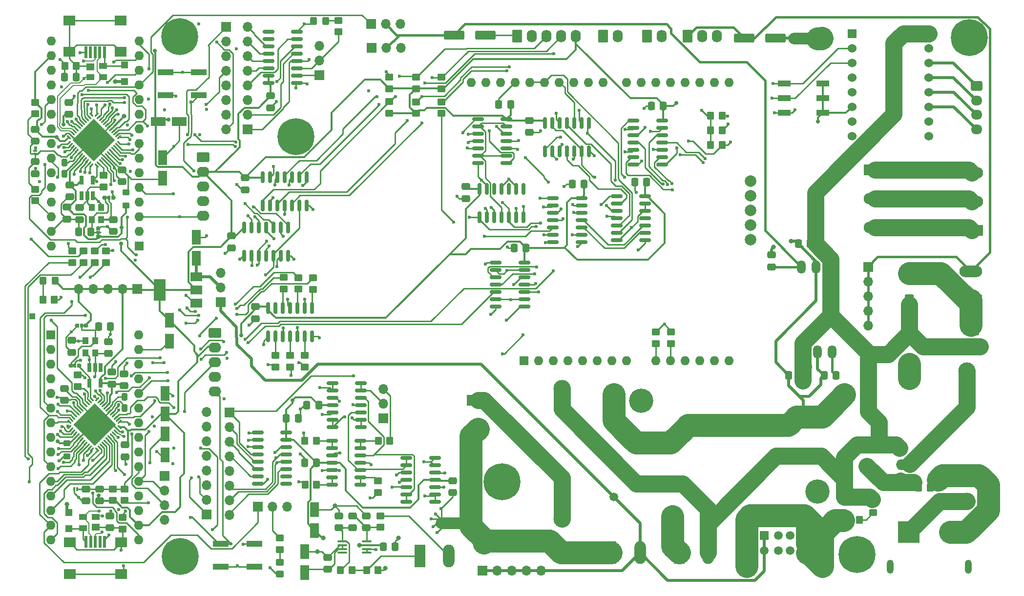
<source format=gbr>
%TF.GenerationSoftware,KiCad,Pcbnew,(6.0.0)*%
%TF.CreationDate,2022-05-16T13:53:17+01:00*%
%TF.ProjectId,RemoteLabs_supervisor_PCB,52656d6f-7465-44c6-9162-735f73757065,rev?*%
%TF.SameCoordinates,Original*%
%TF.FileFunction,Copper,L1,Top*%
%TF.FilePolarity,Positive*%
%FSLAX46Y46*%
G04 Gerber Fmt 4.6, Leading zero omitted, Abs format (unit mm)*
G04 Created by KiCad (PCBNEW (6.0.0)) date 2022-05-16 13:53:17*
%MOMM*%
%LPD*%
G01*
G04 APERTURE LIST*
G04 Aperture macros list*
%AMRoundRect*
0 Rectangle with rounded corners*
0 $1 Rounding radius*
0 $2 $3 $4 $5 $6 $7 $8 $9 X,Y pos of 4 corners*
0 Add a 4 corners polygon primitive as box body*
4,1,4,$2,$3,$4,$5,$6,$7,$8,$9,$2,$3,0*
0 Add four circle primitives for the rounded corners*
1,1,$1+$1,$2,$3*
1,1,$1+$1,$4,$5*
1,1,$1+$1,$6,$7*
1,1,$1+$1,$8,$9*
0 Add four rect primitives between the rounded corners*
20,1,$1+$1,$2,$3,$4,$5,0*
20,1,$1+$1,$4,$5,$6,$7,0*
20,1,$1+$1,$6,$7,$8,$9,0*
20,1,$1+$1,$8,$9,$2,$3,0*%
%AMRotRect*
0 Rectangle, with rotation*
0 The origin of the aperture is its center*
0 $1 length*
0 $2 width*
0 $3 Rotation angle, in degrees counterclockwise*
0 Add horizontal line*
21,1,$1,$2,0,0,$3*%
%AMFreePoly0*
4,1,16,0.190500,0.378647,0.305577,0.360421,0.411221,0.306592,0.495061,0.222752,0.548890,0.117108,0.567438,0.000000,0.548890,-0.117108,0.495061,-0.222752,0.411221,-0.306592,0.305577,-0.360421,0.190500,-0.378647,0.190500,-0.380000,-0.190500,-0.380000,-0.190500,0.380000,0.190500,0.380000,0.190500,0.378647,0.190500,0.378647,$1*%
G04 Aperture macros list end*
%TA.AperFunction,EtchedComponent*%
%ADD10C,0.300000*%
%TD*%
%TA.AperFunction,ComponentPad*%
%ADD11R,1.700000X1.700000*%
%TD*%
%TA.AperFunction,ComponentPad*%
%ADD12O,1.700000X1.700000*%
%TD*%
%TA.AperFunction,SMDPad,CuDef*%
%ADD13RoundRect,0.250000X-0.350000X-0.450000X0.350000X-0.450000X0.350000X0.450000X-0.350000X0.450000X0*%
%TD*%
%TA.AperFunction,SMDPad,CuDef*%
%ADD14RoundRect,0.250000X-0.475000X0.337500X-0.475000X-0.337500X0.475000X-0.337500X0.475000X0.337500X0*%
%TD*%
%TA.AperFunction,SMDPad,CuDef*%
%ADD15C,0.500000*%
%TD*%
%TA.AperFunction,SMDPad,CuDef*%
%ADD16RoundRect,0.250000X-0.550000X1.050000X-0.550000X-1.050000X0.550000X-1.050000X0.550000X1.050000X0*%
%TD*%
%TA.AperFunction,SMDPad,CuDef*%
%ADD17RoundRect,0.250000X0.337500X0.475000X-0.337500X0.475000X-0.337500X-0.475000X0.337500X-0.475000X0*%
%TD*%
%TA.AperFunction,ComponentPad*%
%ADD18RoundRect,0.250000X-0.725000X0.600000X-0.725000X-0.600000X0.725000X-0.600000X0.725000X0.600000X0*%
%TD*%
%TA.AperFunction,ComponentPad*%
%ADD19O,1.950000X1.700000*%
%TD*%
%TA.AperFunction,SMDPad,CuDef*%
%ADD20RoundRect,0.250000X0.475000X-0.337500X0.475000X0.337500X-0.475000X0.337500X-0.475000X-0.337500X0*%
%TD*%
%TA.AperFunction,ComponentPad*%
%ADD21C,3.000000*%
%TD*%
%TA.AperFunction,SMDPad,CuDef*%
%ADD22RoundRect,0.250000X-0.550000X1.500000X-0.550000X-1.500000X0.550000X-1.500000X0.550000X1.500000X0*%
%TD*%
%TA.AperFunction,SMDPad,CuDef*%
%ADD23RoundRect,0.150000X0.825000X0.150000X-0.825000X0.150000X-0.825000X-0.150000X0.825000X-0.150000X0*%
%TD*%
%TA.AperFunction,SMDPad,CuDef*%
%ADD24RoundRect,0.250000X0.450000X-0.350000X0.450000X0.350000X-0.450000X0.350000X-0.450000X-0.350000X0*%
%TD*%
%TA.AperFunction,ComponentPad*%
%ADD25R,1.980000X3.960000*%
%TD*%
%TA.AperFunction,ComponentPad*%
%ADD26O,1.980000X3.960000*%
%TD*%
%TA.AperFunction,SMDPad,CuDef*%
%ADD27RoundRect,0.250000X-0.450000X0.350000X-0.450000X-0.350000X0.450000X-0.350000X0.450000X0.350000X0*%
%TD*%
%TA.AperFunction,SMDPad,CuDef*%
%ADD28FreePoly0,180.000000*%
%TD*%
%TA.AperFunction,SMDPad,CuDef*%
%ADD29R,0.500000X0.762000*%
%TD*%
%TA.AperFunction,SMDPad,CuDef*%
%ADD30FreePoly0,0.000000*%
%TD*%
%TA.AperFunction,ComponentPad*%
%ADD31R,3.960000X1.980000*%
%TD*%
%TA.AperFunction,ComponentPad*%
%ADD32O,3.960000X1.980000*%
%TD*%
%TA.AperFunction,SMDPad,CuDef*%
%ADD33RoundRect,0.150000X-0.825000X-0.150000X0.825000X-0.150000X0.825000X0.150000X-0.825000X0.150000X0*%
%TD*%
%TA.AperFunction,ComponentPad*%
%ADD34RoundRect,0.250000X-0.620000X-0.845000X0.620000X-0.845000X0.620000X0.845000X-0.620000X0.845000X0*%
%TD*%
%TA.AperFunction,ComponentPad*%
%ADD35O,1.740000X2.190000*%
%TD*%
%TA.AperFunction,SMDPad,CuDef*%
%ADD36R,1.700000X1.300000*%
%TD*%
%TA.AperFunction,ComponentPad*%
%ADD37R,1.500000X2.300000*%
%TD*%
%TA.AperFunction,ComponentPad*%
%ADD38O,1.500000X2.300000*%
%TD*%
%TA.AperFunction,ComponentPad*%
%ADD39R,1.000000X1.000000*%
%TD*%
%TA.AperFunction,ComponentPad*%
%ADD40O,1.000000X1.000000*%
%TD*%
%TA.AperFunction,ComponentPad*%
%ADD41RoundRect,0.250000X-0.845000X0.620000X-0.845000X-0.620000X0.845000X-0.620000X0.845000X0.620000X0*%
%TD*%
%TA.AperFunction,ComponentPad*%
%ADD42O,2.190000X1.740000*%
%TD*%
%TA.AperFunction,SMDPad,CuDef*%
%ADD43RoundRect,0.150000X0.150000X-0.825000X0.150000X0.825000X-0.150000X0.825000X-0.150000X-0.825000X0*%
%TD*%
%TA.AperFunction,SMDPad,CuDef*%
%ADD44R,1.100000X1.300000*%
%TD*%
%TA.AperFunction,SMDPad,CuDef*%
%ADD45RoundRect,0.250000X-0.337500X-0.475000X0.337500X-0.475000X0.337500X0.475000X-0.337500X0.475000X0*%
%TD*%
%TA.AperFunction,SMDPad,CuDef*%
%ADD46RoundRect,0.250000X0.350000X0.450000X-0.350000X0.450000X-0.350000X-0.450000X0.350000X-0.450000X0*%
%TD*%
%TA.AperFunction,ComponentPad*%
%ADD47C,0.800000*%
%TD*%
%TA.AperFunction,ComponentPad*%
%ADD48C,6.400000*%
%TD*%
%TA.AperFunction,SMDPad,CuDef*%
%ADD49RoundRect,0.250000X-0.275000X0.400000X-0.275000X-0.400000X0.275000X-0.400000X0.275000X0.400000X0*%
%TD*%
%TA.AperFunction,SMDPad,CuDef*%
%ADD50RoundRect,0.250000X0.550000X-1.050000X0.550000X1.050000X-0.550000X1.050000X-0.550000X-1.050000X0*%
%TD*%
%TA.AperFunction,WasherPad*%
%ADD51C,4.200000*%
%TD*%
%TA.AperFunction,ComponentPad*%
%ADD52C,1.500000*%
%TD*%
%TA.AperFunction,SMDPad,CuDef*%
%ADD53RoundRect,0.250000X-0.325000X-0.450000X0.325000X-0.450000X0.325000X0.450000X-0.325000X0.450000X0*%
%TD*%
%TA.AperFunction,SMDPad,CuDef*%
%ADD54RoundRect,0.250000X0.275000X-0.400000X0.275000X0.400000X-0.275000X0.400000X-0.275000X-0.400000X0*%
%TD*%
%TA.AperFunction,ComponentPad*%
%ADD55R,1.600000X1.600000*%
%TD*%
%TA.AperFunction,ComponentPad*%
%ADD56O,1.600000X1.600000*%
%TD*%
%TA.AperFunction,SMDPad,CuDef*%
%ADD57R,0.650000X1.560000*%
%TD*%
%TA.AperFunction,SMDPad,CuDef*%
%ADD58RoundRect,0.250000X0.450000X-0.325000X0.450000X0.325000X-0.450000X0.325000X-0.450000X-0.325000X0*%
%TD*%
%TA.AperFunction,SMDPad,CuDef*%
%ADD59RoundRect,0.250000X-1.500000X-0.550000X1.500000X-0.550000X1.500000X0.550000X-1.500000X0.550000X0*%
%TD*%
%TA.AperFunction,SMDPad,CuDef*%
%ADD60R,1.400000X1.200000*%
%TD*%
%TA.AperFunction,SMDPad,CuDef*%
%ADD61R,1.400000X1.000000*%
%TD*%
%TA.AperFunction,SMDPad,CuDef*%
%ADD62RoundRect,0.250000X0.550000X-1.500000X0.550000X1.500000X-0.550000X1.500000X-0.550000X-1.500000X0*%
%TD*%
%TA.AperFunction,SMDPad,CuDef*%
%ADD63R,2.000000X1.500000*%
%TD*%
%TA.AperFunction,SMDPad,CuDef*%
%ADD64R,2.000000X3.800000*%
%TD*%
%TA.AperFunction,SMDPad,CuDef*%
%ADD65C,2.000000*%
%TD*%
%TA.AperFunction,ComponentPad*%
%ADD66C,3.716000*%
%TD*%
%TA.AperFunction,ComponentPad*%
%ADD67R,3.716000X3.716000*%
%TD*%
%TA.AperFunction,ComponentPad*%
%ADD68O,1.200000X2.400000*%
%TD*%
%TA.AperFunction,SMDPad,CuDef*%
%ADD69RoundRect,0.100000X-0.712500X-0.100000X0.712500X-0.100000X0.712500X0.100000X-0.712500X0.100000X0*%
%TD*%
%TA.AperFunction,SMDPad,CuDef*%
%ADD70R,2.800000X1.000000*%
%TD*%
%TA.AperFunction,SMDPad,CuDef*%
%ADD71RoundRect,0.062500X-0.309359X0.220971X0.220971X-0.309359X0.309359X-0.220971X-0.220971X0.309359X0*%
%TD*%
%TA.AperFunction,SMDPad,CuDef*%
%ADD72RoundRect,0.062500X-0.309359X-0.220971X-0.220971X-0.309359X0.309359X0.220971X0.220971X0.309359X0*%
%TD*%
%TA.AperFunction,SMDPad,CuDef*%
%ADD73RotRect,5.150000X5.150000X315.000000*%
%TD*%
%TA.AperFunction,SMDPad,CuDef*%
%ADD74R,0.500000X2.000000*%
%TD*%
%TA.AperFunction,SMDPad,CuDef*%
%ADD75R,2.000000X1.700000*%
%TD*%
%TA.AperFunction,SMDPad,CuDef*%
%ADD76RoundRect,0.250000X-1.050000X-0.550000X1.050000X-0.550000X1.050000X0.550000X-1.050000X0.550000X0*%
%TD*%
%TA.AperFunction,SMDPad,CuDef*%
%ADD77FreePoly0,270.000000*%
%TD*%
%TA.AperFunction,SMDPad,CuDef*%
%ADD78R,0.762000X0.500000*%
%TD*%
%TA.AperFunction,SMDPad,CuDef*%
%ADD79FreePoly0,90.000000*%
%TD*%
%TA.AperFunction,SMDPad,CuDef*%
%ADD80R,1.200000X1.200000*%
%TD*%
%TA.AperFunction,ComponentPad*%
%ADD81R,2.000000X1.905000*%
%TD*%
%TA.AperFunction,ComponentPad*%
%ADD82O,2.000000X1.905000*%
%TD*%
%TA.AperFunction,SMDPad,CuDef*%
%ADD83RoundRect,0.250000X-0.350000X0.275000X-0.350000X-0.275000X0.350000X-0.275000X0.350000X0.275000X0*%
%TD*%
%TA.AperFunction,SMDPad,CuDef*%
%ADD84RoundRect,0.062500X0.309359X-0.220971X-0.220971X0.309359X-0.309359X0.220971X0.220971X-0.309359X0*%
%TD*%
%TA.AperFunction,SMDPad,CuDef*%
%ADD85RoundRect,0.062500X0.309359X0.220971X0.220971X0.309359X-0.309359X-0.220971X-0.220971X-0.309359X0*%
%TD*%
%TA.AperFunction,SMDPad,CuDef*%
%ADD86RotRect,5.150000X5.150000X135.000000*%
%TD*%
%TA.AperFunction,SMDPad,CuDef*%
%ADD87R,0.306000X0.692500*%
%TD*%
%TA.AperFunction,SMDPad,CuDef*%
%ADD88R,0.306000X0.698500*%
%TD*%
%TA.AperFunction,SMDPad,CuDef*%
%ADD89R,2.160000X1.120000*%
%TD*%
%TA.AperFunction,ComponentPad*%
%ADD90R,1.500000X1.500000*%
%TD*%
%TA.AperFunction,SMDPad,CuDef*%
%ADD91RoundRect,0.250000X0.350000X-0.275000X0.350000X0.275000X-0.350000X0.275000X-0.350000X-0.275000X0*%
%TD*%
%TA.AperFunction,ComponentPad*%
%ADD92R,1.524000X1.524000*%
%TD*%
%TA.AperFunction,ComponentPad*%
%ADD93C,1.524000*%
%TD*%
%TA.AperFunction,SMDPad,CuDef*%
%ADD94R,0.692500X0.306000*%
%TD*%
%TA.AperFunction,SMDPad,CuDef*%
%ADD95R,0.698500X0.306000*%
%TD*%
%TA.AperFunction,ViaPad*%
%ADD96C,0.600000*%
%TD*%
%TA.AperFunction,ViaPad*%
%ADD97C,0.700000*%
%TD*%
%TA.AperFunction,ViaPad*%
%ADD98C,0.800000*%
%TD*%
%TA.AperFunction,Conductor*%
%ADD99C,0.250000*%
%TD*%
%TA.AperFunction,Conductor*%
%ADD100C,0.300000*%
%TD*%
%TA.AperFunction,Conductor*%
%ADD101C,0.500000*%
%TD*%
%TA.AperFunction,Conductor*%
%ADD102C,4.000000*%
%TD*%
%TA.AperFunction,Conductor*%
%ADD103C,3.000000*%
%TD*%
%TA.AperFunction,Conductor*%
%ADD104C,0.400000*%
%TD*%
%TA.AperFunction,Conductor*%
%ADD105C,0.200000*%
%TD*%
G04 APERTURE END LIST*
%TO.C,NT2*%
G36*
X185619200Y-91635200D02*
G01*
X185119200Y-91635200D01*
X185119200Y-90635200D01*
X185619200Y-90635200D01*
X185619200Y-91635200D01*
G37*
D10*
%TO.C,JP6*%
X64465200Y-55067200D02*
X64723200Y-55067200D01*
%TO.C,JP3*%
X58572400Y-84175600D02*
X58830400Y-84175600D01*
%TO.C,NT4*%
G36*
X187794400Y-28432000D02*
G01*
X183794400Y-28432000D01*
X183794400Y-26432000D01*
X187794400Y-26432000D01*
X187794400Y-28432000D01*
G37*
%TO.C,NT1*%
G36*
X126631200Y-112506000D02*
G01*
X122631200Y-112506000D01*
X122631200Y-110506000D01*
X126631200Y-110506000D01*
X126631200Y-112506000D01*
G37*
%TO.C,JP7*%
X63144400Y-61590938D02*
X63144400Y-61332938D01*
%TO.C,JP4*%
X60742069Y-77266800D02*
X60484069Y-77266800D01*
%TD*%
D11*
%TO.P,J20,1,Pin_1*%
%TO.N,SERVO_1*%
X110439200Y-24942800D03*
D12*
%TO.P,J20,2,Pin_2*%
%TO.N,5V_DC_SERVO*%
X112979200Y-24942800D03*
%TO.P,J20,3,Pin_3*%
%TO.N,GNDD*%
X115519200Y-24942800D03*
%TD*%
D13*
%TO.P,R11,1*%
%TO.N,GNDD*%
X169291000Y-40843200D03*
%TO.P,R11,2*%
%TO.N,MODE_0*%
X171291000Y-40843200D03*
%TD*%
D14*
%TO.P,C16,1*%
%TO.N,3V3_DC_MCU*%
X58166000Y-52810500D03*
%TO.P,C16,2*%
%TO.N,GNDD*%
X58166000Y-54885500D03*
%TD*%
%TO.P,C38,1*%
%TO.N,3V3_DC_MCU*%
X90373200Y-73948800D03*
%TO.P,C38,2*%
%TO.N,GNDD*%
X90373200Y-76023800D03*
%TD*%
D15*
%TO.P,NT2,1,1*%
%TO.N,GND_PB*%
X185369200Y-90635200D03*
%TO.P,NT2,2,2*%
%TO.N,GNDPWR*%
X185369200Y-91635200D03*
%TD*%
D16*
%TO.P,EC4,1*%
%TO.N,Net-(C11-Pad2)*%
X74676000Y-96062800D03*
%TO.P,EC4,2*%
%TO.N,GNDD*%
X74676000Y-99662800D03*
%TD*%
D17*
%TO.P,C28,1*%
%TO.N,3V3_DC_MCU*%
X134612200Y-38862000D03*
%TO.P,C28,2*%
%TO.N,GNDD*%
X132537200Y-38862000D03*
%TD*%
D18*
%TO.P,J19,1,Pin_1*%
%TO.N,Net-(A4-Pad14)*%
X215392000Y-35690800D03*
D19*
%TO.P,J19,2,Pin_2*%
%TO.N,Net-(A4-Pad13)*%
X215392000Y-38190800D03*
%TO.P,J19,3,Pin_3*%
%TO.N,Net-(A4-Pad12)*%
X215392000Y-40690800D03*
%TO.P,J19,4,Pin_4*%
%TO.N,Net-(A4-Pad11)*%
X215392000Y-43190800D03*
%TD*%
D20*
%TO.P,C33,1*%
%TO.N,Net-(C32-Pad2)*%
X104851200Y-112311000D03*
%TO.P,C33,2*%
%TO.N,GNDD*%
X104851200Y-110236000D03*
%TD*%
D21*
%TO.P,F2,1*%
%TO.N,12V_DC_BUS*%
X143510000Y-88138000D03*
%TO.P,F2,2*%
%TO.N,/DC Motor Controller/HC*%
X143510000Y-110738000D03*
%TD*%
D22*
%TO.P,EC9,1*%
%TO.N,12V_DC_BUS*%
X203758800Y-78521600D03*
%TO.P,EC9,2*%
%TO.N,GNDPWR*%
X203758800Y-83921600D03*
%TD*%
D23*
%TO.P,U7,1,STROBE*%
%TO.N,/Supervisor MCU/LATCH*%
X97572600Y-35179000D03*
%TO.P,U7,2,DATA*%
%TO.N,/Supervisor MCU/MOSI*%
X97572600Y-33909000D03*
%TO.P,U7,3,CLOCK*%
%TO.N,/Supervisor MCU/SCK*%
X97572600Y-32639000D03*
%TO.P,U7,4,Q0*%
%TO.N,/Output Logic/SUPERVISOR_MOTOR_EN*%
X97572600Y-31369000D03*
%TO.P,U7,5,Q1*%
%TO.N,/Output Logic/MCU_MOTOR_SELECT*%
X97572600Y-30099000D03*
%TO.P,U7,6,Q2*%
%TO.N,/Output Logic/MCU_STEP_SELECT*%
X97572600Y-28829000D03*
%TO.P,U7,7,Q3*%
%TO.N,/Output Logic/MCU_PIXEL_SELECT*%
X97572600Y-27559000D03*
%TO.P,U7,8,GND*%
%TO.N,GNDD*%
X97572600Y-26289000D03*
%TO.P,U7,9,QS*%
%TO.N,unconnected-(U7-Pad9)*%
X92622600Y-26289000D03*
%TO.P,U7,10,NC*%
%TO.N,unconnected-(U7-Pad10)*%
X92622600Y-27559000D03*
%TO.P,U7,11,Q7*%
%TO.N,/Supervisor MCU/SHIFT_REG_7*%
X92622600Y-28829000D03*
%TO.P,U7,12,Q6*%
%TO.N,/Output Logic/SUPERVISOR_STEP_RST*%
X92622600Y-30099000D03*
%TO.P,U7,13,Q5*%
%TO.N,/Output Logic/SUPERVISOR_STEP_EN*%
X92622600Y-31369000D03*
%TO.P,U7,14,Q4*%
%TO.N,/Output Logic/SUPERVISOR_DIRECTION*%
X92622600Y-32639000D03*
%TO.P,U7,15,OE*%
%TO.N,3V3_DC_MCU*%
X92622600Y-33909000D03*
%TO.P,U7,16,VCC*%
X92622600Y-35179000D03*
%TD*%
D24*
%TO.P,R35,1*%
%TO.N,/Analog Sensor Buffers/A_OUT_C2*%
X111658400Y-106172000D03*
%TO.P,R35,2*%
%TO.N,/Analog Sensor Buffers/DB3B*%
X111658400Y-104172000D03*
%TD*%
D14*
%TO.P,C18,1*%
%TO.N,3V3_DC_MCU*%
X57708800Y-56692800D03*
%TO.P,C18,2*%
%TO.N,GNDD*%
X57708800Y-58767800D03*
%TD*%
D25*
%TO.P,J31,1,Pin_1*%
%TO.N,GNDPWR*%
X152044400Y-116636800D03*
D26*
%TO.P,J31,2,Pin_2*%
%TO.N,5V_DC_RPI*%
X157044400Y-116636800D03*
%TD*%
D27*
%TO.P,R4,1*%
%TO.N,Net-(C2A1-Pad2)*%
X67665600Y-105562400D03*
%TO.P,R4,2*%
%TO.N,/Student MCU/MCU_RESET*%
X67665600Y-107562400D03*
%TD*%
D28*
%TO.P,JP6,1,A*%
%TO.N,Net-(C20-Pad1)*%
X64399669Y-55067200D03*
D29*
%TO.P,JP6,2,C*%
%TO.N,Net-(C23-Pad1)*%
X64973200Y-55067200D03*
D30*
%TO.P,JP6,3,B*%
%TO.N,/Supervisor MCU/HSE_IN*%
X65544700Y-55067200D03*
%TD*%
D31*
%TO.P,J17,1,Pin_1*%
%TO.N,/DC Motor Controller/HC3*%
X197805200Y-50178600D03*
D32*
%TO.P,J17,2,Pin_2*%
%TO.N,/DC Motor Controller/HC2*%
X197805200Y-55178600D03*
%TO.P,J17,3,Pin_3*%
%TO.N,/DC Motor Controller/HC1*%
X197805200Y-60178600D03*
%TD*%
D11*
%TO.P,J15,1,Pin_1*%
%TO.N,/Supervisor MCU/MOSI*%
X101498400Y-33782000D03*
D12*
%TO.P,J15,2,Pin_2*%
%TO.N,/Supervisor MCU/SCK*%
X101498400Y-31242000D03*
%TO.P,J15,3,Pin_3*%
%TO.N,/Supervisor MCU/LATCH*%
X101498400Y-28702000D03*
%TD*%
D33*
%TO.P,U10,1*%
%TO.N,/Output Logic/STUDENT_DIRECTION*%
X132043400Y-66344800D03*
%TO.P,U10,2*%
%TO.N,/Output Logic/MCU_STEP_SELECT*%
X132043400Y-67614800D03*
%TO.P,U10,3*%
%TO.N,Net-(U10-Pad3)*%
X132043400Y-68884800D03*
%TO.P,U10,4*%
%TO.N,Net-(U10-Pad4)*%
X132043400Y-70154800D03*
%TO.P,U10,5*%
%TO.N,/Output Logic/STUDENT_STEP*%
X132043400Y-71424800D03*
%TO.P,U10,6*%
%TO.N,/Output Logic/MCU_STEP_SELECT*%
X132043400Y-72694800D03*
%TO.P,U10,7,VSS*%
%TO.N,GNDD*%
X132043400Y-73964800D03*
%TO.P,U10,8*%
%TO.N,/Output Logic/STUDENT_STEP_EN*%
X136993400Y-73964800D03*
%TO.P,U10,9*%
%TO.N,/Output Logic/MCU_STEP_SELECT*%
X136993400Y-72694800D03*
%TO.P,U10,10*%
%TO.N,Net-(U10-Pad10)*%
X136993400Y-71424800D03*
%TO.P,U10,11*%
%TO.N,Net-(U10-Pad11)*%
X136993400Y-70154800D03*
%TO.P,U10,12*%
%TO.N,/Output Logic/STUDENT_STEP_RST*%
X136993400Y-68884800D03*
%TO.P,U10,13*%
%TO.N,/Output Logic/MCU_STEP_SELECT*%
X136993400Y-67614800D03*
%TO.P,U10,14,VDD*%
%TO.N,3V3_DC_MCU*%
X136993400Y-66344800D03*
%TD*%
D34*
%TO.P,J24,1,Pin_1*%
%TO.N,/Digital Sensor Buffers/D_IN_B*%
X158242000Y-27025600D03*
D35*
%TO.P,J24,2,Pin_2*%
%TO.N,GNDD*%
X160782000Y-27025600D03*
%TD*%
D20*
%TO.P,C4,1*%
%TO.N,3V3_DC_MCU*%
X65481200Y-87376000D03*
%TO.P,C4,2*%
%TO.N,GNDD*%
X65481200Y-85301000D03*
%TD*%
D13*
%TO.P,R32,1*%
%TO.N,/Analog Sensor Buffers/A_OUT_B2*%
X98974400Y-104851200D03*
%TO.P,R32,2*%
%TO.N,/Analog Sensor Buffers/DB2B*%
X100974400Y-104851200D03*
%TD*%
D17*
%TO.P,C24,1*%
%TO.N,3V3_DC_MCU*%
X161072600Y-39116000D03*
%TO.P,C24,2*%
%TO.N,GNDD*%
X158997600Y-39116000D03*
%TD*%
D36*
%TO.P,D1,1,K*%
%TO.N,12V_DC_BUS*%
X196392800Y-98072000D03*
%TO.P,D1,2,A*%
%TO.N,/Power Input & Distribution/01*%
X196392800Y-101572000D03*
%TD*%
D37*
%TO.P,U18,1,IN*%
%TO.N,12V_DC_BUS*%
X190144400Y-67056000D03*
D38*
%TO.P,U18,2,GND*%
%TO.N,GND_PB*%
X187604400Y-67056000D03*
%TO.P,U18,3,OUT*%
%TO.N,5V_DC_SERVO*%
X185064400Y-67056000D03*
%TD*%
D14*
%TO.P,C11,1*%
%TO.N,GNDD*%
X57302400Y-88116500D03*
%TO.P,C11,2*%
%TO.N,Net-(C11-Pad2)*%
X57302400Y-90191500D03*
%TD*%
D11*
%TO.P,J9,1,Pin_1*%
%TO.N,/Student MCU/SPARE_0*%
X74625200Y-103286400D03*
D12*
%TO.P,J9,2,Pin_2*%
%TO.N,/Student MCU/SPARE_1*%
X74625200Y-105826400D03*
%TO.P,J9,3,Pin_3*%
%TO.N,/Student MCU/SPARE_2*%
X74625200Y-108366400D03*
%TO.P,J9,4,Pin_4*%
%TO.N,/Student MCU/SPARE_3*%
X74625200Y-110906400D03*
%TD*%
D14*
%TO.P,C40,1*%
%TO.N,3V3_DC_MCU*%
X86258400Y-61671200D03*
%TO.P,C40,2*%
%TO.N,GNDD*%
X86258400Y-63746200D03*
%TD*%
D34*
%TO.P,J23,1,Pin_1*%
%TO.N,/Digital Sensor Buffers/D_IN_A*%
X150622000Y-26994800D03*
D35*
%TO.P,J23,2,Pin_2*%
%TO.N,GNDD*%
X153162000Y-26994800D03*
%TD*%
D11*
%TO.P,J14,1,Pin_1*%
%TO.N,/Output Logic/SUPERVISOR_MOTOR_EN*%
X89001600Y-43180000D03*
D12*
%TO.P,J14,2,Pin_2*%
%TO.N,/Output Logic/MCU_MOTOR_SELECT*%
X89001600Y-40640000D03*
%TO.P,J14,3,Pin_3*%
%TO.N,/Output Logic/MCU_STEP_SELECT*%
X89001600Y-38100000D03*
%TO.P,J14,4,Pin_4*%
%TO.N,/Output Logic/MCU_PIXEL_SELECT*%
X89001600Y-35560000D03*
%TO.P,J14,5,Pin_5*%
%TO.N,/Output Logic/SUPERVISOR_DIRECTION*%
X89001600Y-33020000D03*
%TO.P,J14,6,Pin_6*%
%TO.N,/Output Logic/SUPERVISOR_STEP_EN*%
X89001600Y-30480000D03*
%TO.P,J14,7,Pin_7*%
%TO.N,/Output Logic/SUPERVISOR_STEP_RST*%
X89001600Y-27940000D03*
%TO.P,J14,8,Pin_8*%
%TO.N,/Supervisor MCU/SHIFT_REG_7*%
X89001600Y-25400000D03*
%TD*%
D20*
%TO.P,C8,1*%
%TO.N,3V3_DC_MCU*%
X67614800Y-87651500D03*
%TO.P,C8,2*%
%TO.N,GNDD*%
X67614800Y-85576500D03*
%TD*%
D17*
%TO.P,C10,1*%
%TO.N,5V_DC_LED*%
X191051000Y-85852000D03*
%TO.P,C10,2*%
%TO.N,GND_PB*%
X188976000Y-85852000D03*
%TD*%
D25*
%TO.P,J30,1,Pin_1*%
%TO.N,GNDPWR*%
X163830000Y-116636800D03*
D26*
%TO.P,J30,2,Pin_2*%
%TO.N,12V_DC_BUS*%
X168830000Y-116636800D03*
%TD*%
D39*
%TO.P,J32,1,Pin_1*%
%TO.N,GNDPWR*%
X129250600Y-115062000D03*
D40*
%TO.P,J32,2,Pin_2*%
X130520600Y-115062000D03*
%TO.P,J32,3,Pin_3*%
X131790600Y-115062000D03*
%TO.P,J32,4,Pin_4*%
X133060600Y-115062000D03*
%TO.P,J32,5,Pin_5*%
X134330600Y-115062000D03*
%TO.P,J32,6,Pin_6*%
X135600600Y-115062000D03*
%TO.P,J32,7,Pin_7*%
X136870600Y-115062000D03*
%TO.P,J32,8,Pin_8*%
X138140600Y-115062000D03*
%TO.P,J32,9,Pin_9*%
X139410600Y-115062000D03*
%TO.P,J32,10,Pin_10*%
X140680600Y-115062000D03*
%TD*%
D27*
%TO.P,R39,1*%
%TO.N,Net-(D9-Pad2)*%
X104800400Y-24282400D03*
%TO.P,R39,2*%
%TO.N,/Supervisor MCU/SCK*%
X104800400Y-26282400D03*
%TD*%
%TO.P,R21,1*%
%TO.N,/Digital Sensor Buffers/D_IN_E*%
X113588800Y-34153600D03*
%TO.P,R21,2*%
%TO.N,3V3_DC_MCU*%
X113588800Y-36153600D03*
%TD*%
D41*
%TO.P,J26,1,Pin_1*%
%TO.N,GNDD*%
X83362800Y-78486000D03*
D42*
%TO.P,J26,2,Pin_2*%
%TO.N,3V3_DC_MCU*%
X83362800Y-81026000D03*
%TO.P,J26,3,Pin_3*%
%TO.N,/Student MCU/PROG_TX*%
X83362800Y-83566000D03*
%TO.P,J26,4,Pin_4*%
%TO.N,/Student MCU/PROG_RX*%
X83362800Y-86106000D03*
%TO.P,J26,5,Pin_5*%
%TO.N,/Student MCU/MCU_RESET*%
X83362800Y-88646000D03*
%TD*%
D24*
%TO.P,R27,1*%
%TO.N,LIMIT_1*%
X93827600Y-84434200D03*
%TO.P,R27,2*%
%TO.N,Net-(R27-Pad2)*%
X93827600Y-82434200D03*
%TD*%
D43*
%TO.P,U8,1*%
%TO.N,/Output Logic/MCU_MOTOR_SELECT*%
X129235200Y-58456600D03*
%TO.P,U8,2*%
%TO.N,Net-(U8-Pad2)*%
X130505200Y-58456600D03*
%TO.P,U8,3*%
%TO.N,/Output Logic/MCU_STEP_SELECT*%
X131775200Y-58456600D03*
%TO.P,U8,4*%
%TO.N,Net-(U11-Pad13)*%
X133045200Y-58456600D03*
%TO.P,U8,5*%
%TO.N,/Output Logic/MCU_PIXEL_SELECT*%
X134315200Y-58456600D03*
%TO.P,U8,6*%
%TO.N,Net-(U12-Pad13)*%
X135585200Y-58456600D03*
%TO.P,U8,7,VSS*%
%TO.N,GNDD*%
X136855200Y-58456600D03*
%TO.P,U8,8*%
%TO.N,unconnected-(U8-Pad8)*%
X136855200Y-53506600D03*
%TO.P,U8,9*%
%TO.N,GNDD*%
X135585200Y-53506600D03*
%TO.P,U8,10*%
%TO.N,unconnected-(U8-Pad10)*%
X134315200Y-53506600D03*
%TO.P,U8,11*%
%TO.N,GNDD*%
X133045200Y-53506600D03*
%TO.P,U8,12*%
%TO.N,unconnected-(U8-Pad12)*%
X131775200Y-53506600D03*
%TO.P,U8,13*%
%TO.N,GNDD*%
X130505200Y-53506600D03*
%TO.P,U8,14,VDD*%
%TO.N,3V3_DC_MCU*%
X129235200Y-53506600D03*
%TD*%
D33*
%TO.P,U14,1*%
%TO.N,Net-(U12-Pad3)*%
X152980300Y-54813200D03*
%TO.P,U14,2*%
%TO.N,Net-(U14-Pad2)*%
X152980300Y-56083200D03*
%TO.P,U14,3*%
%TO.N,Net-(U14-Pad3)*%
X152980300Y-57353200D03*
%TO.P,U14,4*%
%TO.N,Net-(U12-Pad4)*%
X152980300Y-58623200D03*
%TO.P,U14,5*%
%TO.N,Net-(U14-Pad5)*%
X152980300Y-59893200D03*
%TO.P,U14,6*%
%TO.N,/DC Motor Controller/ENABLE*%
X152980300Y-61163200D03*
%TO.P,U14,7,GND*%
%TO.N,GNDD*%
X152980300Y-62433200D03*
%TO.P,U14,8*%
%TO.N,/Output Logic/PIXEL_DATA_OUT*%
X157930300Y-62433200D03*
%TO.P,U14,9*%
%TO.N,Net-(U12-Pad10)*%
X157930300Y-61163200D03*
%TO.P,U14,10*%
%TO.N,Net-(U12-Pad11)*%
X157930300Y-59893200D03*
%TO.P,U14,11*%
%TO.N,unconnected-(U14-Pad11)*%
X157930300Y-58623200D03*
%TO.P,U14,12*%
%TO.N,GNDD*%
X157930300Y-57353200D03*
%TO.P,U14,13*%
X157930300Y-56083200D03*
%TO.P,U14,14,VCC*%
%TO.N,3V3_DC_MCU*%
X157930300Y-54813200D03*
%TD*%
D20*
%TO.P,C34,1*%
%TO.N,GNDD*%
X102870000Y-119481600D03*
%TO.P,C34,2*%
X102870000Y-117406600D03*
%TD*%
D44*
%TO.P,X2,1,TRI*%
%TO.N,Net-(C23-Pad1)*%
X63652400Y-58826400D03*
%TO.P,X2,2,GND*%
%TO.N,GNDD*%
X63652400Y-56726400D03*
%TO.P,X2,3,OUT*%
%TO.N,Net-(C36-Pad1)*%
X62002400Y-56726400D03*
%TO.P,X2,4,Vdd*%
%TO.N,Net-(C20-Pad1)*%
X62002400Y-58826400D03*
%TD*%
D11*
%TO.P,J29,1,Pin_1*%
%TO.N,5V_DC_RPI*%
X84328000Y-73137000D03*
D12*
%TO.P,J29,2,Pin_2*%
%TO.N,/Power Input & Distribution/5_to_3v3_reg*%
X84328000Y-70597000D03*
%TO.P,J29,3,Pin_3*%
%TO.N,USB_BUS*%
X84328000Y-68057000D03*
%TD*%
D45*
%TO.P,C12,1*%
%TO.N,3V3_DC_MCU*%
X95707200Y-93319600D03*
%TO.P,C12,2*%
%TO.N,GNDD*%
X97782200Y-93319600D03*
%TD*%
D46*
%TO.P,R33,1*%
%TO.N,A_BUFFER_OUT_B*%
X113674400Y-97231200D03*
%TO.P,R33,2*%
%TO.N,/Analog Sensor Buffers/DB4B*%
X111674400Y-97231200D03*
%TD*%
%TO.P,R14,1*%
%TO.N,GNDD*%
X111645200Y-119684800D03*
%TO.P,R14,2*%
%TO.N,Net-(J22-Pad1)*%
X109645200Y-119684800D03*
%TD*%
D27*
%TO.P,R3,1*%
%TO.N,Net-(C2A1-Pad2)*%
X65633600Y-105578400D03*
%TO.P,R3,2*%
%TO.N,3V3_DC_MCU*%
X65633600Y-107578400D03*
%TD*%
D14*
%TO.P,C1B1,1*%
%TO.N,Net-(C1A1-Pad2)*%
X52171600Y-48818800D03*
%TO.P,C1B1,2*%
%TO.N,GNDD*%
X52171600Y-50893800D03*
%TD*%
D25*
%TO.P,J22,1,Pin_1*%
%TO.N,Net-(J22-Pad1)*%
X118872000Y-117195600D03*
D26*
%TO.P,J22,2,Pin_2*%
%TO.N,Net-(J22-Pad2)*%
X123872000Y-117195600D03*
%TD*%
D47*
%TO.P,H5,1*%
%TO.N,N/C*%
X131449744Y-105989456D03*
X131449744Y-102595344D03*
X134843856Y-102595344D03*
X133146800Y-106692400D03*
D48*
X133146800Y-104292400D03*
D47*
X130746800Y-104292400D03*
X134843856Y-105989456D03*
X135546800Y-104292400D03*
X133146800Y-101892400D03*
%TD*%
D49*
%TO.P,C7,1*%
%TO.N,Net-(C7-Pad1)*%
X67716400Y-89550600D03*
%TO.P,C7,2*%
%TO.N,GNDD*%
X67716400Y-91500600D03*
%TD*%
D11*
%TO.P,J21,1,Pin_1*%
%TO.N,SERVO_2*%
X110540800Y-29057600D03*
D12*
%TO.P,J21,2,Pin_2*%
%TO.N,5V_DC_SERVO*%
X113080800Y-29057600D03*
%TO.P,J21,3,Pin_3*%
%TO.N,GNDD*%
X115620800Y-29057600D03*
%TD*%
D17*
%TO.P,C25,1*%
%TO.N,3V3_DC_MCU*%
X137312400Y-63754000D03*
%TO.P,C25,2*%
%TO.N,GNDD*%
X135237400Y-63754000D03*
%TD*%
D50*
%TO.P,EC6,1*%
%TO.N,Net-(C21-Pad2)*%
X74269600Y-51663600D03*
%TO.P,EC6,2*%
%TO.N,GNDD*%
X74269600Y-48063600D03*
%TD*%
D51*
%TO.P,A5,*%
%TO.N,*%
X157251400Y-90271600D03*
X187782200Y-106019600D03*
D52*
%TO.P,A5,1,IN-*%
%TO.N,GNDPWR*%
X192506600Y-89204800D03*
%TO.P,A5,2,IN+*%
%TO.N,12V_DC_BUS*%
X192506600Y-106984800D03*
%TO.P,A5,3,OUT-*%
%TO.N,GNDPWR*%
X152501600Y-89204800D03*
%TO.P,A5,4,Out+*%
%TO.N,5V_DC_RPI*%
X152501600Y-106984800D03*
%TD*%
D34*
%TO.P,J2,1,Pin_1*%
%TO.N,5V_DC_LED*%
X165303200Y-27025600D03*
D35*
%TO.P,J2,2,Pin_2*%
%TO.N,Net-(J2-Pad2)*%
X167843200Y-27025600D03*
%TO.P,J2,3,Pin_3*%
%TO.N,GNDD*%
X170383200Y-27025600D03*
%TD*%
D27*
%TO.P,R30,1*%
%TO.N,STU_STP_FLT*%
X95300800Y-68884800D03*
%TO.P,R30,2*%
%TO.N,Net-(R30-Pad2)*%
X95300800Y-70884800D03*
%TD*%
D14*
%TO.P,C1A1,1*%
%TO.N,3V3_DC_MCU*%
X52171600Y-43187800D03*
%TO.P,C1A1,2*%
%TO.N,Net-(C1A1-Pad2)*%
X52171600Y-45262800D03*
%TD*%
D27*
%TO.P,R31,1*%
%TO.N,OE_B*%
X97815400Y-68897800D03*
%TO.P,R31,2*%
%TO.N,Net-(R31-Pad2)*%
X97815400Y-70897800D03*
%TD*%
D50*
%TO.P,EC3,1*%
%TO.N,3V3_DC_MCU*%
X74676000Y-92579600D03*
%TO.P,EC3,2*%
%TO.N,GNDD*%
X74676000Y-88979600D03*
%TD*%
D43*
%TO.P,U9,1*%
%TO.N,Net-(U14-Pad3)*%
X140563600Y-47012400D03*
%TO.P,U9,2*%
%TO.N,/Output Logic/MOTOR_DIR_A*%
X141833600Y-47012400D03*
%TO.P,U9,3*%
%TO.N,/DC Motor Controller/IN_1*%
X143103600Y-47012400D03*
%TO.P,U9,4*%
%TO.N,Net-(U14-Pad2)*%
X144373600Y-47012400D03*
%TO.P,U9,5*%
%TO.N,/Output Logic/SUPERVISOR_MOTOR_PWM*%
X145643600Y-47012400D03*
%TO.P,U9,6*%
%TO.N,Net-(U8-Pad2)*%
X146913600Y-47012400D03*
%TO.P,U9,7,VSS*%
%TO.N,GNDD*%
X148183600Y-47012400D03*
%TO.P,U9,8*%
%TO.N,Net-(U14-Pad3)*%
X148183600Y-42062400D03*
%TO.P,U9,9*%
%TO.N,/Output Logic/MOTOR_DIR_B*%
X146913600Y-42062400D03*
%TO.P,U9,10*%
%TO.N,/DC Motor Controller/IN_2*%
X145643600Y-42062400D03*
%TO.P,U9,11*%
%TO.N,Net-(U14-Pad5)*%
X144373600Y-42062400D03*
%TO.P,U9,12*%
%TO.N,/Output Logic/SUPERVISOR_MOTOR_EN*%
X143103600Y-42062400D03*
%TO.P,U9,13*%
%TO.N,Net-(U8-Pad2)*%
X141833600Y-42062400D03*
%TO.P,U9,14,VDD*%
%TO.N,3V3_DC_MCU*%
X140563600Y-42062400D03*
%TD*%
D20*
%TO.P,C9,1*%
%TO.N,GNDD*%
X67767200Y-99995900D03*
%TO.P,C9,2*%
%TO.N,3V3_DC_MCU*%
X67767200Y-97920900D03*
%TD*%
D21*
%TO.P,F1,1*%
%TO.N,/Power Input & Distribution/12V_DC*%
X213715600Y-107696000D03*
%TO.P,F1,2*%
%TO.N,/Power Input & Distribution/12V*%
X213715600Y-85096000D03*
%TD*%
D27*
%TO.P,R40,1*%
%TO.N,Net-(C15-Pad1)*%
X59537600Y-85801200D03*
%TO.P,R40,2*%
%TO.N,/Student MCU/HSE_OUT*%
X59537600Y-87801200D03*
%TD*%
D11*
%TO.P,J10,1,Pin_1*%
%TO.N,/Output Logic/STUDENT_MOTOR_EN*%
X85852000Y-92303600D03*
D12*
%TO.P,J10,2,Pin_2*%
%TO.N,/Student MCU/SHIFT_1*%
X85852000Y-94843600D03*
%TO.P,J10,3,Pin_3*%
%TO.N,/Student MCU/SHIFT_2*%
X85852000Y-97383600D03*
%TO.P,J10,4,Pin_4*%
%TO.N,/Student MCU/SHIFT_3*%
X85852000Y-99923600D03*
%TO.P,J10,5,Pin_5*%
%TO.N,/Output Logic/STUDENT_DIRECTION*%
X85852000Y-102463600D03*
%TO.P,J10,6,Pin_6*%
%TO.N,/Output Logic/STUDENT_STEP_EN*%
X85852000Y-105003600D03*
%TO.P,J10,7,Pin_7*%
%TO.N,/Output Logic/STUDENT_STEP_RST*%
X85852000Y-107543600D03*
%TO.P,J10,8,Pin_8*%
%TO.N,/Student MCU/SHIFT_7*%
X85852000Y-110083600D03*
%TD*%
D14*
%TO.P,C32,1*%
%TO.N,Net-(C31-Pad2)*%
X107238800Y-110236000D03*
%TO.P,C32,2*%
%TO.N,Net-(C32-Pad2)*%
X107238800Y-112311000D03*
%TD*%
D24*
%TO.P,R25,1*%
%TO.N,/Student MCU/DC_MOTOR_DIR1*%
X64465200Y-66312800D03*
%TO.P,R25,2*%
%TO.N,/Supervisor MCU/STDNT_DC_M_DIR_1*%
X64465200Y-64312800D03*
%TD*%
D47*
%TO.P,H1,1*%
%TO.N,N/C*%
X78963856Y-25430144D03*
X79666800Y-27127200D03*
X78963856Y-28824256D03*
X74866800Y-27127200D03*
X77266800Y-24727200D03*
X77266800Y-29527200D03*
D48*
X77266800Y-27127200D03*
D47*
X75569744Y-25430144D03*
X75569744Y-28824256D03*
%TD*%
D14*
%TO.P,C19,1*%
%TO.N,GNDD*%
X58064400Y-38514200D03*
%TO.P,C19,2*%
%TO.N,3V3_DC_MCU*%
X58064400Y-40589200D03*
%TD*%
D31*
%TO.P,J16,1,Pin_1*%
%TO.N,/DC Motor Controller/HC*%
X128981200Y-90148200D03*
D32*
%TO.P,J16,2,Pin_2*%
%TO.N,GNDPWR*%
X128981200Y-95148200D03*
%TD*%
D45*
%TO.P,C35,1*%
%TO.N,3V3_DC_MCU*%
X112522000Y-115620800D03*
%TO.P,C35,2*%
%TO.N,GNDD*%
X114597000Y-115620800D03*
%TD*%
D17*
%TO.P,C20,1*%
%TO.N,Net-(C20-Pad1)*%
X61815800Y-61010800D03*
%TO.P,C20,2*%
%TO.N,GNDD*%
X59740800Y-61010800D03*
%TD*%
D31*
%TO.P,J18,1,Pin_1*%
%TO.N,/DC Motor Controller/HC1*%
X214579200Y-60706000D03*
D32*
%TO.P,J18,2,Pin_2*%
%TO.N,/DC Motor Controller/HC2*%
X214579200Y-55706000D03*
%TO.P,J18,3,Pin_3*%
%TO.N,/DC Motor Controller/HC3*%
X214579200Y-50706000D03*
%TD*%
D11*
%TO.P,J33,1,Pin_1*%
%TO.N,12V_DC_BUS*%
X196646800Y-81991200D03*
D12*
%TO.P,J33,2,Pin_2*%
X196646800Y-84531200D03*
%TO.P,J33,3,Pin_3*%
X196646800Y-87071200D03*
%TO.P,J33,4,Pin_4*%
X196646800Y-89611200D03*
%TO.P,J33,5,Pin_5*%
X196646800Y-92151200D03*
%TD*%
D47*
%TO.P,H2,1*%
%TO.N,N/C*%
X79065456Y-115549344D03*
X79768400Y-117246400D03*
X77368400Y-119646400D03*
X77368400Y-114846400D03*
X79065456Y-118943456D03*
X75671344Y-115549344D03*
X74968400Y-117246400D03*
D48*
X77368400Y-117246400D03*
D47*
X75671344Y-118943456D03*
%TD*%
D53*
%TO.P,D9,1,K*%
%TO.N,GNDD*%
X100482400Y-24384000D03*
%TO.P,D9,2,A*%
%TO.N,Net-(D9-Pad2)*%
X102532400Y-24384000D03*
%TD*%
D27*
%TO.P,R29,1*%
%TO.N,OE_IDX*%
X100355400Y-68962800D03*
%TO.P,R29,2*%
%TO.N,Net-(R29-Pad2)*%
X100355400Y-70962800D03*
%TD*%
D13*
%TO.P,R36,1*%
%TO.N,GNDPWR*%
X193106800Y-110896400D03*
%TO.P,R36,2*%
%TO.N,/Power Input & Distribution/02*%
X195106800Y-110896400D03*
%TD*%
D28*
%TO.P,JP3,1,A*%
%TO.N,Net-(C5-Pad1)*%
X58506869Y-84175600D03*
D29*
%TO.P,JP3,2,C*%
%TO.N,Net-(C14-Pad1)*%
X59080400Y-84175600D03*
D30*
%TO.P,JP3,3,B*%
%TO.N,/Student MCU/HSE_IN*%
X59651900Y-84175600D03*
%TD*%
D17*
%TO.P,C43,1*%
%TO.N,3V3_DC_MCU*%
X100974400Y-101041200D03*
%TO.P,C43,2*%
%TO.N,GNDD*%
X98899400Y-101041200D03*
%TD*%
D24*
%TO.P,R24,1*%
%TO.N,/Student MCU/DC_MOTOR_DIR2*%
X62534800Y-66312800D03*
%TO.P,R24,2*%
%TO.N,/Supervisor MCU/STDNT_DC_M_DIR_2*%
X62534800Y-64312800D03*
%TD*%
%TO.P,R41,1*%
%TO.N,Net-(C36-Pad1)*%
X64008000Y-53171600D03*
%TO.P,R41,2*%
%TO.N,/Supervisor MCU/HSE_OUT*%
X64008000Y-51171600D03*
%TD*%
D54*
%TO.P,C17,1*%
%TO.N,Net-(C17-Pad1)*%
X57251600Y-50911400D03*
%TO.P,C17,2*%
%TO.N,GNDD*%
X57251600Y-48961400D03*
%TD*%
D20*
%TO.P,C21,1*%
%TO.N,GNDD*%
X67259200Y-52294700D03*
%TO.P,C21,2*%
%TO.N,Net-(C21-Pad2)*%
X67259200Y-50219700D03*
%TD*%
D55*
%TO.P,A2,1,D1/TX*%
%TO.N,/Supervisor MCU/PROG_TX*%
X70231000Y-63432923D03*
D56*
%TO.P,A2,2,D0/RX*%
%TO.N,/Supervisor MCU/PROG_RX*%
X70231000Y-60892923D03*
%TO.P,A2,3,~{RESET}*%
%TO.N,/Supervisor MCU/MCU_RESET*%
X70231000Y-58352923D03*
%TO.P,A2,4,GND*%
%TO.N,GNDD*%
X70231000Y-55812923D03*
%TO.P,A2,5,D2*%
%TO.N,/Digital Sensor Buffers/D_OUT_E1*%
X70231000Y-53272923D03*
%TO.P,A2,6,D3*%
%TO.N,/Digital Sensor Buffers/D_OUT_C1*%
X70231000Y-50732923D03*
%TO.P,A2,7,D4*%
%TO.N,/Digital Sensor Buffers/D_OUT_D1*%
X70231000Y-48192923D03*
%TO.P,A2,8,D5*%
%TO.N,/Output Logic/SUPERVISOR_PIXEL_DATA*%
X70231000Y-45652923D03*
%TO.P,A2,9,D6*%
%TO.N,/Output Logic/SUPERVISOR_STEP*%
X70231000Y-43112923D03*
%TO.P,A2,10,D7*%
%TO.N,/Output Logic/MOTOR_DIR_B*%
X70231000Y-40572923D03*
%TO.P,A2,11,D8*%
%TO.N,/Supervisor MCU/LATCH*%
X70231000Y-38032923D03*
%TO.P,A2,12,D9*%
%TO.N,SERVO_1*%
X70231000Y-35492923D03*
%TO.P,A2,13,D10*%
%TO.N,/Output Logic/SUPERVISOR_MOTOR_PWM*%
X70231000Y-32952923D03*
%TO.P,A2,14,D11*%
%TO.N,/Supervisor MCU/MOSI*%
X70231000Y-30412923D03*
%TO.P,A2,15,D12*%
%TO.N,/Output Logic/MOTOR_DIR_A*%
X70231000Y-27872923D03*
%TO.P,A2,16,D13*%
%TO.N,/Supervisor MCU/SCK*%
X54991000Y-27872923D03*
%TO.P,A2,17,3V3*%
%TO.N,3V3_DC_MCU*%
X54991000Y-30412923D03*
%TO.P,A2,18,AREF*%
%TO.N,unconnected-(A2-Pad18)*%
X54991000Y-32952923D03*
%TO.P,A2,19,A0*%
%TO.N,/Supervisor MCU/STDNT_DC_M_DIR_2*%
X54991000Y-35492923D03*
%TO.P,A2,20,A1*%
%TO.N,/Supervisor MCU/STDNT_DC_M_DIR_1*%
X54991000Y-38032923D03*
%TO.P,A2,21,A2*%
%TO.N,/Supervisor MCU/STDNT_SRVO_RX_1*%
X54991000Y-40572923D03*
%TO.P,A2,22,A3*%
%TO.N,/Analog Sensor Buffers/A_OUT_C1*%
X54991000Y-43112923D03*
%TO.P,A2,23,A4*%
%TO.N,/Digital Sensor Buffers/D_OUT_A1*%
X54991000Y-45652923D03*
%TO.P,A2,24,A5*%
%TO.N,/Digital Sensor Buffers/D_OUT_F1*%
X54991000Y-48192923D03*
%TO.P,A2,25,A6*%
%TO.N,/Analog Sensor Buffers/A_OUT_B1*%
X54991000Y-50732923D03*
%TO.P,A2,26,A7*%
%TO.N,/Analog Sensor Buffers/A_OUT_A1*%
X54991000Y-53272923D03*
%TO.P,A2,27,+5V*%
%TO.N,unconnected-(A2-Pad27)*%
X54991000Y-55812923D03*
%TO.P,A2,28,~{RESET}*%
%TO.N,/Supervisor MCU/MCU_RESET*%
X54991000Y-58352923D03*
%TO.P,A2,29,GND*%
%TO.N,GNDD*%
X54991000Y-60892923D03*
%TO.P,A2,30,VIN*%
%TO.N,unconnected-(A2-Pad30)*%
X54991000Y-63432923D03*
%TD*%
D57*
%TO.P,U23,1,NC*%
%TO.N,unconnected-(U23-Pad1)*%
X60264000Y-54690000D03*
%TO.P,U23,2*%
%TO.N,Net-(C36-Pad1)*%
X61214000Y-54690000D03*
%TO.P,U23,3,GND*%
%TO.N,GNDD*%
X62164000Y-54690000D03*
%TO.P,U23,4*%
%TO.N,/Supervisor MCU/HSE_IN*%
X62164000Y-51990000D03*
%TO.P,U23,5,VCC*%
%TO.N,3V3_DC_MCU*%
X60264000Y-51990000D03*
%TD*%
D46*
%TO.P,R6,1*%
%TO.N,GNDPWR*%
X207384400Y-105359200D03*
%TO.P,R6,2*%
%TO.N,/Power Input & Distribution/01*%
X205384400Y-105359200D03*
%TD*%
D58*
%TO.P,D8,1,K*%
%TO.N,GNDD*%
X94589600Y-120345200D03*
%TO.P,D8,2,A*%
%TO.N,Net-(D8-Pad2)*%
X94589600Y-118295200D03*
%TD*%
D24*
%TO.P,R38,1*%
%TO.N,Net-(D8-Pad2)*%
X94640400Y-116078000D03*
%TO.P,R38,2*%
%TO.N,/Student MCU/SCK*%
X94640400Y-114078000D03*
%TD*%
%TO.P,R26,1*%
%TO.N,LIMIT_2*%
X96367600Y-84434200D03*
%TO.P,R26,2*%
%TO.N,Net-(R26-Pad2)*%
X96367600Y-82434200D03*
%TD*%
D16*
%TO.P,EC7,1*%
%TO.N,GNDD*%
X98907600Y-116433600D03*
%TO.P,EC7,2*%
X98907600Y-120033600D03*
%TD*%
D14*
%TO.P,C39,1*%
%TO.N,3V3_DC_MCU*%
X88595200Y-51590400D03*
%TO.P,C39,2*%
%TO.N,GNDD*%
X88595200Y-53665400D03*
%TD*%
D59*
%TO.P,EC10,1*%
%TO.N,5V_DC_SERVO*%
X124815600Y-26822400D03*
%TO.P,EC10,2*%
%TO.N,GNDD*%
X130215600Y-26822400D03*
%TD*%
D11*
%TO.P,J36,1,Pin_1*%
%TO.N,3V3_DC_MCU*%
X69850000Y-70866000D03*
D12*
%TO.P,J36,2,Pin_2*%
X67310000Y-70866000D03*
%TO.P,J36,3,Pin_3*%
X64770000Y-70866000D03*
%TO.P,J36,4,Pin_4*%
X62230000Y-70866000D03*
%TO.P,J36,5,Pin_5*%
X59690000Y-70866000D03*
%TD*%
D14*
%TO.P,C29,1*%
%TO.N,3V3_DC_MCU*%
X126847600Y-53100200D03*
%TO.P,C29,2*%
%TO.N,GNDD*%
X126847600Y-55175200D03*
%TD*%
D27*
%TO.P,R12,1*%
%TO.N,GNDD*%
X159766000Y-78365600D03*
%TO.P,R12,2*%
%TO.N,M_I_SENSE_1*%
X159766000Y-80365600D03*
%TD*%
D60*
%TO.P,D4,1,GND*%
%TO.N,Net-(C13-Pad1)*%
X61722000Y-32387200D03*
D61*
%TO.P,D4,2,I/O1*%
%TO.N,/Supervisor MCU/USB_P*%
X61722000Y-34107200D03*
%TO.P,D4,3,I/O2*%
%TO.N,/Supervisor MCU/USB_N*%
X63922000Y-34107200D03*
%TO.P,D4,4,VCC*%
%TO.N,Net-(D4-Pad4)*%
X63922000Y-32207200D03*
%TD*%
D27*
%TO.P,R7,1*%
%TO.N,GNDD*%
X67310000Y-110522000D03*
%TO.P,R7,2*%
%TO.N,Net-(C3-Pad1)*%
X67310000Y-112522000D03*
%TD*%
D60*
%TO.P,D3,1,GND*%
%TO.N,Net-(C3-Pad1)*%
X62687200Y-112166400D03*
D61*
%TO.P,D3,2,I/O1*%
%TO.N,/Student MCU/USB_P*%
X62687200Y-110446400D03*
%TO.P,D3,3,I/O2*%
%TO.N,/Student MCU/USB_N*%
X60487200Y-110446400D03*
%TO.P,D3,4,VCC*%
%TO.N,Net-(D2-Pad2)*%
X60487200Y-112346400D03*
%TD*%
D62*
%TO.P,EC11,1*%
%TO.N,12V_DC_BUS*%
X203708000Y-73558400D03*
%TO.P,EC11,2*%
%TO.N,GNDPWR*%
X203708000Y-68158400D03*
%TD*%
D24*
%TO.P,R1,1*%
%TO.N,Net-(C1A1-Pad2)*%
X52222400Y-40522400D03*
%TO.P,R1,2*%
%TO.N,3V3_DC_MCU*%
X52222400Y-38522400D03*
%TD*%
D17*
%TO.P,C42,1*%
%TO.N,3V3_DC_MCU*%
X101367500Y-91033600D03*
%TO.P,C42,2*%
%TO.N,GNDD*%
X99292500Y-91033600D03*
%TD*%
D39*
%TO.P,J28,1,Pin_1*%
%TO.N,Net-(J28-Pad1)*%
X51714400Y-75590400D03*
%TD*%
D27*
%TO.P,R18,1*%
%TO.N,/Digital Sensor Buffers/D_IN_A*%
X113588800Y-38404800D03*
%TO.P,R18,2*%
%TO.N,3V3_DC_MCU*%
X113588800Y-40404800D03*
%TD*%
D63*
%TO.P,U3,1,GND*%
%TO.N,GNDD*%
X80112400Y-73369200D03*
D64*
%TO.P,U3,2,VO*%
%TO.N,3V3_DC_MCU*%
X73812400Y-71069200D03*
D63*
X80112400Y-71069200D03*
%TO.P,U3,3,VI*%
%TO.N,/Power Input & Distribution/5_to_3v3_reg*%
X80112400Y-68769200D03*
%TD*%
D20*
%TO.P,C3,1*%
%TO.N,Net-(C3-Pad1)*%
X65176400Y-112318800D03*
%TO.P,C3,2*%
%TO.N,GNDD*%
X65176400Y-110243800D03*
%TD*%
D17*
%TO.P,C13,1*%
%TO.N,Net-(C13-Pad1)*%
X59326600Y-34137600D03*
%TO.P,C13,2*%
%TO.N,GNDD*%
X57251600Y-34137600D03*
%TD*%
D43*
%TO.P,U22,1*%
%TO.N,Net-(U20-Pad2)*%
X92608400Y-79116200D03*
%TO.P,U22,2*%
%TO.N,Net-(R27-Pad2)*%
X93878400Y-79116200D03*
%TO.P,U22,3*%
%TO.N,Net-(U20-Pad4)*%
X95148400Y-79116200D03*
%TO.P,U22,4*%
%TO.N,Net-(R26-Pad2)*%
X96418400Y-79116200D03*
%TO.P,U22,5*%
%TO.N,Net-(U20-Pad6)*%
X97688400Y-79116200D03*
%TO.P,U22,6*%
%TO.N,Net-(R28-Pad2)*%
X98958400Y-79116200D03*
%TO.P,U22,7,GND*%
%TO.N,GNDD*%
X100228400Y-79116200D03*
%TO.P,U22,8*%
%TO.N,Net-(R29-Pad2)*%
X100228400Y-74166200D03*
%TO.P,U22,9*%
%TO.N,Net-(U20-Pad8)*%
X98958400Y-74166200D03*
%TO.P,U22,10*%
%TO.N,Net-(R31-Pad2)*%
X97688400Y-74166200D03*
%TO.P,U22,11*%
%TO.N,Net-(U20-Pad10)*%
X96418400Y-74166200D03*
%TO.P,U22,12*%
%TO.N,Net-(R30-Pad2)*%
X95148400Y-74166200D03*
%TO.P,U22,13*%
%TO.N,Net-(U20-Pad12)*%
X93878400Y-74166200D03*
%TO.P,U22,14,VCC*%
%TO.N,3V3_DC_MCU*%
X92608400Y-74166200D03*
%TD*%
D27*
%TO.P,R19,1*%
%TO.N,/Digital Sensor Buffers/D_IN_D*%
X118211600Y-34153600D03*
%TO.P,R19,2*%
%TO.N,3V3_DC_MCU*%
X118211600Y-36153600D03*
%TD*%
D13*
%TO.P,R16,1*%
%TO.N,Net-(C32-Pad2)*%
X105105200Y-119684800D03*
%TO.P,R16,2*%
%TO.N,Net-(J22-Pad1)*%
X107105200Y-119684800D03*
%TD*%
D37*
%TO.P,U1,1,IN*%
%TO.N,12V_DC_BUS*%
X185318400Y-81838800D03*
D38*
%TO.P,U1,2,GND*%
%TO.N,GND_PB*%
X187858400Y-81838800D03*
%TO.P,U1,3,OUT*%
%TO.N,5V_DC_LED*%
X190398400Y-81838800D03*
%TD*%
D57*
%TO.P,U2,1,NC*%
%TO.N,unconnected-(U2-Pad1)*%
X63520400Y-84523600D03*
%TO.P,U2,2*%
%TO.N,Net-(C15-Pad1)*%
X62570400Y-84523600D03*
%TO.P,U2,3,GND*%
%TO.N,GNDD*%
X61620400Y-84523600D03*
%TO.P,U2,4*%
%TO.N,/Student MCU/HSE_IN*%
X61620400Y-87223600D03*
%TO.P,U2,5,VCC*%
%TO.N,3V3_DC_MCU*%
X63520400Y-87223600D03*
%TD*%
D65*
%TO.P,NT4,1,1*%
%TO.N,GNDPWR*%
X187794400Y-27432000D03*
%TO.P,NT4,2,2*%
%TO.N,/Power Input & Distribution/PGND0*%
X183794400Y-27432000D03*
%TD*%
D24*
%TO.P,R28,1*%
%TO.N,OE_A*%
X98907600Y-84434200D03*
%TO.P,R28,2*%
%TO.N,Net-(R28-Pad2)*%
X98907600Y-82434200D03*
%TD*%
D14*
%TO.P,C26,1*%
%TO.N,3V3_DC_MCU*%
X137871200Y-41641800D03*
%TO.P,C26,2*%
%TO.N,GNDD*%
X137871200Y-43716800D03*
%TD*%
D66*
%TO.P,J3,1,V-*%
%TO.N,GNDPWR*%
X210820000Y-113080800D03*
D67*
%TO.P,J3,2,V+*%
%TO.N,/Power Input & Distribution/12V_DC*%
X203620000Y-113080800D03*
D68*
%TO.P,J3,S1,S1*%
%TO.N,unconnected-(J3-PadS1)*%
X200470000Y-119080800D03*
%TO.P,J3,S2,S2*%
%TO.N,unconnected-(J3-PadS2)*%
X213970000Y-119080800D03*
%TD*%
D69*
%TO.P,U19,1,-IN*%
%TO.N,Net-(C32-Pad2)*%
X105460800Y-114676400D03*
%TO.P,U19,2,REF*%
%TO.N,GNDD*%
X105460800Y-115326400D03*
%TO.P,U19,3,-Vs*%
X105460800Y-115976400D03*
%TO.P,U19,4,NC*%
%TO.N,unconnected-(U19-Pad4)*%
X105460800Y-116626400D03*
%TO.P,U19,5,SENSE*%
%TO.N,/Analog Sensor Buffers/A_IN_C*%
X109685800Y-116626400D03*
%TO.P,U19,6*%
X109685800Y-115976400D03*
%TO.P,U19,7,+Vs*%
%TO.N,3V3_DC_MCU*%
X109685800Y-115326400D03*
%TO.P,U19,8,+IN*%
%TO.N,Net-(C31-Pad2)*%
X109685800Y-114676400D03*
%TD*%
D43*
%TO.P,U20,1*%
%TO.N,/Digital Sensor Buffers/D_IN_A*%
X91643200Y-56424600D03*
%TO.P,U20,2*%
%TO.N,Net-(U20-Pad2)*%
X92913200Y-56424600D03*
%TO.P,U20,3*%
%TO.N,/Digital Sensor Buffers/D_IN_B*%
X94183200Y-56424600D03*
%TO.P,U20,4*%
%TO.N,Net-(U20-Pad4)*%
X95453200Y-56424600D03*
%TO.P,U20,5*%
%TO.N,/Digital Sensor Buffers/D_IN_C*%
X96723200Y-56424600D03*
%TO.P,U20,6*%
%TO.N,Net-(U20-Pad6)*%
X97993200Y-56424600D03*
%TO.P,U20,7,GND*%
%TO.N,GNDD*%
X99263200Y-56424600D03*
%TO.P,U20,8*%
%TO.N,Net-(U20-Pad8)*%
X99263200Y-51474600D03*
%TO.P,U20,9*%
%TO.N,/Digital Sensor Buffers/D_IN_D*%
X97993200Y-51474600D03*
%TO.P,U20,10*%
%TO.N,Net-(U20-Pad10)*%
X96723200Y-51474600D03*
%TO.P,U20,11*%
%TO.N,/Digital Sensor Buffers/D_IN_E*%
X95453200Y-51474600D03*
%TO.P,U20,12*%
%TO.N,Net-(U20-Pad12)*%
X94183200Y-51474600D03*
%TO.P,U20,13*%
%TO.N,STPPR_FAULT*%
X92913200Y-51474600D03*
%TO.P,U20,14,VCC*%
%TO.N,3V3_DC_MCU*%
X91643200Y-51474600D03*
%TD*%
D14*
%TO.P,C2B1,1*%
%TO.N,Net-(C2A1-Pad2)*%
X61010800Y-105562400D03*
%TO.P,C2B1,2*%
%TO.N,GNDD*%
X61010800Y-107637400D03*
%TD*%
D24*
%TO.P,R23,1*%
%TO.N,/Student MCU/SERVO_1*%
X60553600Y-66294000D03*
%TO.P,R23,2*%
%TO.N,/Supervisor MCU/STDNT_SRVO_RX_1*%
X60553600Y-64294000D03*
%TD*%
D41*
%TO.P,J1,1,Pin_1*%
%TO.N,GNDD*%
X81330800Y-48056800D03*
D42*
%TO.P,J1,2,Pin_2*%
%TO.N,3V3_DC_MCU*%
X81330800Y-50596800D03*
%TO.P,J1,3,Pin_3*%
%TO.N,/Supervisor MCU/PROG_TX*%
X81330800Y-53136800D03*
%TO.P,J1,4,Pin_4*%
%TO.N,/Supervisor MCU/PROG_RX*%
X81330800Y-55676800D03*
%TO.P,J1,5,Pin_5*%
%TO.N,/Supervisor MCU/MCU_RESET*%
X81330800Y-58216800D03*
%TD*%
D27*
%TO.P,R2,1*%
%TO.N,Net-(C1A1-Pad2)*%
X52222400Y-53594000D03*
%TO.P,R2,2*%
%TO.N,/Supervisor MCU/MCU_RESET*%
X52222400Y-55594000D03*
%TD*%
D70*
%TO.P,SW2,1,1*%
%TO.N,GNDD*%
X84378800Y-119062000D03*
X90178800Y-119062000D03*
%TO.P,SW2,2,2*%
%TO.N,/Student MCU/MCU_RESET*%
X90178800Y-115062000D03*
X84378800Y-115062000D03*
%TD*%
D55*
%TO.P,A1,1,D1/TX*%
%TO.N,/Student MCU/PROG_TX*%
X54856000Y-78868500D03*
D56*
%TO.P,A1,2,D0/RX*%
%TO.N,/Student MCU/PROG_RX*%
X54856000Y-81408500D03*
%TO.P,A1,3,~{RESET}*%
%TO.N,/Student MCU/MCU_RESET*%
X54856000Y-83948500D03*
%TO.P,A1,4,GND*%
%TO.N,GNDD*%
X54856000Y-86488500D03*
%TO.P,A1,5,D2*%
%TO.N,OE_B*%
X54856000Y-89028500D03*
%TO.P,A1,6,D3*%
%TO.N,OE_A*%
X54856000Y-91568500D03*
%TO.P,A1,7,D4*%
%TO.N,OE_IDX*%
X54856000Y-94108500D03*
%TO.P,A1,8,D5*%
%TO.N,/Output Logic/STUDENT_PIXEL_DATA*%
X54856000Y-96648500D03*
%TO.P,A1,9,D6*%
%TO.N,/Output Logic/STUDENT_STEP*%
X54856000Y-99188500D03*
%TO.P,A1,10,D7*%
%TO.N,/Student MCU/DC_MOTOR_DIR2*%
X54856000Y-101728500D03*
%TO.P,A1,11,D8*%
%TO.N,/Student MCU/LATCH*%
X54856000Y-104268500D03*
%TO.P,A1,12,D9*%
%TO.N,/Student MCU/SERVO_1*%
X54856000Y-106808500D03*
%TO.P,A1,13,D10*%
%TO.N,/Output Logic/STUDENT_MOTOR_PWM*%
X54856000Y-109348500D03*
%TO.P,A1,14,D11*%
%TO.N,/Student MCU/MOSI*%
X54856000Y-111888500D03*
%TO.P,A1,15,D12*%
%TO.N,/Student MCU/DC_MOTOR_DIR1*%
X54856000Y-114428500D03*
%TO.P,A1,16,D13*%
%TO.N,/Student MCU/SCK*%
X70096000Y-114428500D03*
%TO.P,A1,17,3V3*%
%TO.N,3V3_DC_MCU*%
X70096000Y-111888500D03*
%TO.P,A1,18,AREF*%
%TO.N,unconnected-(A1-Pad18)*%
X70096000Y-109348500D03*
%TO.P,A1,19,A0*%
%TO.N,/Student MCU/SPARE_0*%
X70096000Y-106808500D03*
%TO.P,A1,20,A1*%
%TO.N,/Student MCU/SPARE_1*%
X70096000Y-104268500D03*
%TO.P,A1,21,A2*%
%TO.N,/Student MCU/SPARE_2*%
X70096000Y-101728500D03*
%TO.P,A1,22,A3*%
%TO.N,/Analog Sensor Buffers/A_OUT_C2*%
X70096000Y-99188500D03*
%TO.P,A1,23,A4*%
%TO.N,LIMIT_1*%
X70096000Y-96648500D03*
%TO.P,A1,24,A5*%
%TO.N,STU_STP_FLT*%
X70096000Y-94108500D03*
%TO.P,A1,25,A6*%
%TO.N,/Analog Sensor Buffers/A_OUT_B2*%
X70096000Y-91568500D03*
%TO.P,A1,26,A7*%
%TO.N,/Analog Sensor Buffers/A_OUT_A2*%
X70096000Y-89028500D03*
%TO.P,A1,27,+5V*%
%TO.N,unconnected-(A1-Pad27)*%
X70096000Y-86488500D03*
%TO.P,A1,28,~{RESET}*%
%TO.N,/Student MCU/MCU_RESET*%
X70096000Y-83948500D03*
%TO.P,A1,29,GND*%
%TO.N,GNDD*%
X70096000Y-81408500D03*
%TO.P,A1,30,VIN*%
%TO.N,unconnected-(A1-Pad30)*%
X70096000Y-78868500D03*
%TD*%
D14*
%TO.P,C31,1*%
%TO.N,GNDD*%
X109626400Y-110236000D03*
%TO.P,C31,2*%
%TO.N,Net-(C31-Pad2)*%
X109626400Y-112311000D03*
%TD*%
D71*
%TO.P,U4,1,PA00*%
%TO.N,/Student MCU/HSE_IN*%
X61995632Y-90011177D03*
%TO.P,U4,2,PA01*%
%TO.N,/Student MCU/HSE_OUT*%
X61642079Y-90364730D03*
%TO.P,U4,3,PA02*%
%TO.N,/Student MCU/SPARE_0*%
X61288525Y-90718284D03*
%TO.P,U4,4,PA03*%
%TO.N,Net-(J28-Pad1)*%
X60934972Y-91071837D03*
%TO.P,U4,5,GNDANA*%
%TO.N,GNDD*%
X60581419Y-91425390D03*
%TO.P,U4,6,VDDANA*%
%TO.N,Net-(C11-Pad2)*%
X60227865Y-91778944D03*
%TO.P,U4,7,PB08*%
%TO.N,LIMIT_1*%
X59874312Y-92132497D03*
%TO.P,U4,8,PB09*%
%TO.N,STU_STP_FLT*%
X59520758Y-92486051D03*
%TO.P,U4,9,PA04*%
%TO.N,/Output Logic/STUDENT_STEP*%
X59167205Y-92839604D03*
%TO.P,U4,10,PA05*%
%TO.N,/Output Logic/STUDENT_PIXEL_DATA*%
X58813652Y-93193157D03*
%TO.P,U4,11,PA06*%
%TO.N,/Student MCU/DC_MOTOR_DIR2*%
X58460098Y-93546711D03*
%TO.P,U4,12,PA07*%
%TO.N,OE_IDX*%
X58106545Y-93900264D03*
D72*
%TO.P,U4,13,PA08*%
%TO.N,Net-(J8-Pad1)*%
X58106545Y-94872536D03*
%TO.P,U4,14,PA09*%
%TO.N,/Analog Sensor Buffers/A_OUT_B2*%
X58460098Y-95226089D03*
%TO.P,U4,15,PA10*%
%TO.N,/Analog Sensor Buffers/A_OUT_C2*%
X58813652Y-95579643D03*
%TO.P,U4,16,PA11*%
%TO.N,/Student MCU/SPARE_2*%
X59167205Y-95933196D03*
%TO.P,U4,17,VDDIO*%
%TO.N,3V3_DC_MCU*%
X59520758Y-96286749D03*
%TO.P,U4,18,GND*%
%TO.N,GNDD*%
X59874312Y-96640303D03*
%TO.P,U4,19,PB10*%
%TO.N,OE_B*%
X60227865Y-96993856D03*
%TO.P,U4,20,PB11*%
%TO.N,OE_A*%
X60581419Y-97347410D03*
%TO.P,U4,21,PA12*%
%TO.N,/Student MCU/SERVO_2*%
X60934972Y-97700963D03*
%TO.P,U4,22,PA13*%
%TO.N,/Student MCU/SPARE_3*%
X61288525Y-98054516D03*
%TO.P,U4,23,PA14*%
%TO.N,/Student MCU/MODE_2*%
X61642079Y-98408070D03*
%TO.P,U4,24,PA15*%
%TO.N,Net-(J8-Pad2)*%
X61995632Y-98761623D03*
D71*
%TO.P,U4,25,PA16*%
%TO.N,/Student MCU/MOSI*%
X62967904Y-98761623D03*
%TO.P,U4,26,PA17*%
%TO.N,/Student MCU/SCK*%
X63321457Y-98408070D03*
%TO.P,U4,27,PA18*%
%TO.N,/Student MCU/LATCH*%
X63675011Y-98054516D03*
%TO.P,U4,28,PA19*%
%TO.N,/Student MCU/DC_MOTOR_DIR1*%
X64028564Y-97700963D03*
%TO.P,U4,29,PA20*%
%TO.N,/Student MCU/SERVO_1*%
X64382117Y-97347410D03*
%TO.P,U4,30,PA21*%
%TO.N,/Output Logic/STUDENT_MOTOR_PWM*%
X64735671Y-96993856D03*
%TO.P,U4,31,PA22*%
%TO.N,LIMIT_2*%
X65089224Y-96640303D03*
%TO.P,U4,32,PA23*%
%TO.N,Net-(J8-Pad3)*%
X65442778Y-96286749D03*
%TO.P,U4,33,PA24*%
%TO.N,/Student MCU/USB_N*%
X65796331Y-95933196D03*
%TO.P,U4,34,PA25*%
%TO.N,/Student MCU/USB_P*%
X66149884Y-95579643D03*
%TO.P,U4,35,GND*%
%TO.N,GNDD*%
X66503438Y-95226089D03*
%TO.P,U4,36,VDDIO*%
%TO.N,3V3_DC_MCU*%
X66856991Y-94872536D03*
D72*
%TO.P,U4,37,PB22*%
%TO.N,/Student MCU/PROG_TX*%
X66856991Y-93900264D03*
%TO.P,U4,38,PB23*%
%TO.N,/Student MCU/PROG_RX*%
X66503438Y-93546711D03*
%TO.P,U4,39,PA27*%
%TO.N,Net-(J8-Pad4)*%
X66149884Y-93193157D03*
%TO.P,U4,40,~{RESET}*%
%TO.N,Net-(C2A1-Pad2)*%
X65796331Y-92839604D03*
%TO.P,U4,41,PA28*%
%TO.N,Net-(J8-Pad5)*%
X65442778Y-92486051D03*
%TO.P,U4,42,GND*%
%TO.N,GNDD*%
X65089224Y-92132497D03*
%TO.P,U4,43,VDDCORE*%
%TO.N,Net-(C7-Pad1)*%
X64735671Y-91778944D03*
%TO.P,U4,44,VDDIN*%
%TO.N,3V3_DC_MCU*%
X64382117Y-91425390D03*
%TO.P,U4,45,PA30*%
%TO.N,Net-(J8-Pad6)*%
X64028564Y-91071837D03*
%TO.P,U4,46,PA31*%
%TO.N,Net-(J8-Pad7)*%
X63675011Y-90718284D03*
%TO.P,U4,47,PB02*%
%TO.N,/Student MCU/SPARE_1*%
X63321457Y-90364730D03*
%TO.P,U4,48,PB03*%
%TO.N,/Analog Sensor Buffers/A_OUT_A2*%
X62967904Y-90011177D03*
D73*
%TO.P,U4,49,EP*%
%TO.N,GNDD*%
X62481768Y-94386400D03*
%TD*%
D74*
%TO.P,J7,1,VBUS*%
%TO.N,Net-(D2-Pad2)*%
X61006000Y-114744400D03*
%TO.P,J7,2,D-*%
%TO.N,/Student MCU/USB_N*%
X61806000Y-114744400D03*
%TO.P,J7,3,D+*%
%TO.N,/Student MCU/USB_P*%
X62606000Y-114744400D03*
%TO.P,J7,4,ID*%
%TO.N,unconnected-(J7-Pad4)*%
X63406000Y-114744400D03*
%TO.P,J7,5,GND*%
%TO.N,GNDD*%
X64206000Y-114744400D03*
D75*
%TO.P,J7,6,Shield*%
%TO.N,Net-(C3-Pad1)*%
X58156000Y-120294400D03*
X67056000Y-120294400D03*
X58156000Y-114844400D03*
X67056000Y-114844400D03*
%TD*%
D50*
%TO.P,EC1,1*%
%TO.N,/Power Input & Distribution/5_to_3v3_reg*%
X80111600Y-65532000D03*
%TO.P,EC1,2*%
%TO.N,GNDD*%
X80111600Y-61932000D03*
%TD*%
D55*
%TO.P,A3,1,NC*%
%TO.N,unconnected-(A3-Pad1)*%
X136956800Y-83309520D03*
D56*
%TO.P,A3,2,IOREF*%
%TO.N,unconnected-(A3-Pad2)*%
X139496800Y-83309520D03*
%TO.P,A3,3,~{RESET}*%
%TO.N,unconnected-(A3-Pad3)*%
X142036800Y-83309520D03*
%TO.P,A3,4,3V3*%
%TO.N,unconnected-(A3-Pad4)*%
X144576800Y-83309520D03*
%TO.P,A3,5,5V*%
%TO.N,unconnected-(A3-Pad5)*%
X147116800Y-83309520D03*
%TO.P,A3,6,GND*%
%TO.N,GNDD*%
X149656800Y-83309520D03*
%TO.P,A3,7,GND*%
X152196800Y-83309520D03*
%TO.P,A3,8,Vin*%
%TO.N,unconnected-(A3-Pad8)*%
X154736800Y-83309520D03*
%TO.P,A3,9,IS_1*%
%TO.N,M_I_SENSE_1*%
X159816800Y-83309520D03*
%TO.P,A3,10,IS_2*%
%TO.N,M_I_SENSE_2*%
X162356800Y-83309520D03*
%TO.P,A3,11,A2*%
%TO.N,unconnected-(A3-Pad11)*%
X164896800Y-83309520D03*
%TO.P,A3,12,A3*%
%TO.N,unconnected-(A3-Pad12)*%
X167436800Y-83309520D03*
%TO.P,A3,13,A4*%
%TO.N,unconnected-(A3-Pad13)*%
X169976800Y-83309520D03*
%TO.P,A3,14,A5*%
%TO.N,unconnected-(A3-Pad14)*%
X172516800Y-83309520D03*
%TO.P,A3,15,D0/RX*%
%TO.N,unconnected-(A3-Pad15)*%
X172516800Y-35049520D03*
%TO.P,A3,16,D1/TX*%
%TO.N,unconnected-(A3-Pad16)*%
X169976800Y-35049520D03*
%TO.P,A3,17,D2*%
%TO.N,unconnected-(A3-Pad17)*%
X167436800Y-35049520D03*
%TO.P,A3,18,IN_1*%
%TO.N,/DC Motor Controller/IN_1*%
X164896800Y-35049520D03*
%TO.P,A3,19,D4*%
%TO.N,unconnected-(A3-Pad19)*%
X162356800Y-35049520D03*
%TO.P,A3,20,D5*%
%TO.N,unconnected-(A3-Pad20)*%
X159816800Y-35049520D03*
%TO.P,A3,21,D6*%
%TO.N,unconnected-(A3-Pad21)*%
X157276800Y-35049520D03*
%TO.P,A3,22,D7*%
%TO.N,unconnected-(A3-Pad22)*%
X154736800Y-35049520D03*
%TO.P,A3,23,D8*%
%TO.N,unconnected-(A3-Pad23)*%
X150676800Y-35049520D03*
%TO.P,A3,24,D9*%
%TO.N,unconnected-(A3-Pad24)*%
X148136800Y-35049520D03*
%TO.P,A3,25,D10*%
%TO.N,unconnected-(A3-Pad25)*%
X145596800Y-35049520D03*
%TO.P,A3,26,IN_2*%
%TO.N,/DC Motor Controller/IN_2*%
X143056800Y-35049520D03*
%TO.P,A3,27,INH_1*%
%TO.N,/DC Motor Controller/ENABLE*%
X140516800Y-35049520D03*
%TO.P,A3,28,INH_2*%
X137976800Y-35049520D03*
%TO.P,A3,29,GND*%
%TO.N,GNDD*%
X135436800Y-35049520D03*
%TO.P,A3,30,AREF*%
%TO.N,unconnected-(A3-Pad30)*%
X132896800Y-35049520D03*
%TO.P,A3,31,SDA/A4*%
%TO.N,unconnected-(A3-Pad31)*%
X130356800Y-35049520D03*
%TO.P,A3,32,SCL/A5*%
%TO.N,unconnected-(A3-Pad32)*%
X127816800Y-35049520D03*
D65*
%TO.P,A3,33,PWRGND*%
%TO.N,unconnected-(A3-Pad33)*%
X176199800Y-52194520D03*
%TO.P,A3,34,VBAT*%
%TO.N,unconnected-(A3-Pad34)*%
X176199800Y-54734520D03*
%TO.P,A3,35,OUT2*%
%TO.N,unconnected-(A3-Pad35)*%
X176199800Y-57274520D03*
%TO.P,A3,36,M_GND*%
%TO.N,unconnected-(A3-Pad36)*%
X176199800Y-59814520D03*
%TO.P,A3,37,OUT1*%
%TO.N,unconnected-(A3-Pad37)*%
X176199800Y-62354520D03*
%TD*%
%TO.P,NT1,1,1*%
%TO.N,GNDD*%
X122631200Y-111506000D03*
%TO.P,NT1,2,2*%
%TO.N,GNDPWR*%
X126631200Y-111506000D03*
%TD*%
D76*
%TO.P,EC5,1*%
%TO.N,3V3_DC_MCU*%
X73558400Y-41808400D03*
%TO.P,EC5,2*%
%TO.N,GNDD*%
X77158400Y-41808400D03*
%TD*%
D24*
%TO.P,R15,1*%
%TO.N,Net-(C31-Pad2)*%
X112014000Y-112236000D03*
%TO.P,R15,2*%
%TO.N,Net-(J22-Pad2)*%
X112014000Y-110236000D03*
%TD*%
D77*
%TO.P,JP7,1,A*%
%TO.N,3V3_DC_MCU*%
X63144400Y-61656469D03*
D78*
%TO.P,JP7,2,C*%
%TO.N,Net-(C20-Pad1)*%
X63144400Y-61082938D03*
D79*
%TO.P,JP7,3,B*%
%TO.N,GNDD*%
X63144400Y-60511438D03*
%TD*%
D50*
%TO.P,EC8,1*%
%TO.N,3V3_DC_MCU*%
X100634800Y-112776000D03*
%TO.P,EC8,2*%
%TO.N,GNDD*%
X100634800Y-109176000D03*
%TD*%
D44*
%TO.P,X1,1,TRI*%
%TO.N,Net-(C14-Pad1)*%
X60935600Y-79840400D03*
%TO.P,X1,2,GND*%
%TO.N,GNDD*%
X60935600Y-81940400D03*
%TO.P,X1,3,OUT*%
%TO.N,Net-(C15-Pad1)*%
X62585600Y-81940400D03*
%TO.P,X1,4,Vdd*%
%TO.N,Net-(C5-Pad1)*%
X62585600Y-79840400D03*
%TD*%
D80*
%TO.P,D5,1,K*%
%TO.N,USB_BUS*%
X67665600Y-34854800D03*
%TO.P,D5,2,A*%
%TO.N,Net-(D4-Pad4)*%
X67665600Y-32054800D03*
%TD*%
D33*
%TO.P,U12,1*%
%TO.N,/Output Logic/STUDENT_MOTOR_PWM*%
X141949400Y-55118000D03*
%TO.P,U12,2*%
%TO.N,/Output Logic/MCU_MOTOR_SELECT*%
X141949400Y-56388000D03*
%TO.P,U12,3*%
%TO.N,Net-(U12-Pad3)*%
X141949400Y-57658000D03*
%TO.P,U12,4*%
%TO.N,Net-(U12-Pad4)*%
X141949400Y-58928000D03*
%TO.P,U12,5*%
%TO.N,/Output Logic/STUDENT_MOTOR_EN*%
X141949400Y-60198000D03*
%TO.P,U12,6*%
%TO.N,/Output Logic/MCU_MOTOR_SELECT*%
X141949400Y-61468000D03*
%TO.P,U12,7,VSS*%
%TO.N,GNDD*%
X141949400Y-62738000D03*
%TO.P,U12,8*%
%TO.N,/Output Logic/STUDENT_PIXEL_DATA*%
X146899400Y-62738000D03*
%TO.P,U12,9*%
%TO.N,/Output Logic/MCU_PIXEL_SELECT*%
X146899400Y-61468000D03*
%TO.P,U12,10*%
%TO.N,Net-(U12-Pad10)*%
X146899400Y-60198000D03*
%TO.P,U12,11*%
%TO.N,Net-(U12-Pad11)*%
X146899400Y-58928000D03*
%TO.P,U12,12*%
%TO.N,/Output Logic/SUPERVISOR_PIXEL_DATA*%
X146899400Y-57658000D03*
%TO.P,U12,13*%
%TO.N,Net-(U12-Pad13)*%
X146899400Y-56388000D03*
%TO.P,U12,14,VDD*%
%TO.N,3V3_DC_MCU*%
X146899400Y-55118000D03*
%TD*%
D14*
%TO.P,C41,1*%
%TO.N,3V3_DC_MCU*%
X124612400Y-104140000D03*
%TO.P,C41,2*%
%TO.N,GNDD*%
X124612400Y-106215000D03*
%TD*%
D81*
%TO.P,Q1,1,G*%
%TO.N,/Power Input & Distribution/01*%
X202438000Y-103936800D03*
D82*
%TO.P,Q1,2,D*%
%TO.N,/Power Input & Distribution/12V*%
X202438000Y-101396800D03*
%TO.P,Q1,3,S*%
%TO.N,12V_DC_BUS*%
X202438000Y-98856800D03*
%TD*%
D34*
%TO.P,J25,1,Pin_1*%
%TO.N,GNDD*%
X135788400Y-27025600D03*
D35*
%TO.P,J25,2,Pin_2*%
%TO.N,/Digital Sensor Buffers/D_IN_E*%
X138328400Y-27025600D03*
%TO.P,J25,3,Pin_3*%
%TO.N,/Digital Sensor Buffers/D_IN_D*%
X140868400Y-27025600D03*
%TO.P,J25,4,Pin_4*%
%TO.N,/Digital Sensor Buffers/D_IN_C*%
X143408400Y-27025600D03*
%TO.P,J25,5,Pin_5*%
%TO.N,3V3_DC_MCU*%
X145948400Y-27025600D03*
%TD*%
D17*
%TO.P,C30,1*%
%TO.N,3V3_DC_MCU*%
X147356600Y-52679600D03*
%TO.P,C30,2*%
%TO.N,GNDD*%
X145281600Y-52679600D03*
%TD*%
D83*
%TO.P,FB1,1*%
%TO.N,3V3_DC_MCU*%
X57708800Y-97605200D03*
%TO.P,FB1,2*%
%TO.N,Net-(C11-Pad2)*%
X57708800Y-99905200D03*
%TD*%
D17*
%TO.P,C6,1*%
%TO.N,12V_DC_BUS*%
X184904200Y-85852000D03*
%TO.P,C6,2*%
%TO.N,GND_PB*%
X182829200Y-85852000D03*
%TD*%
D27*
%TO.P,R13,1*%
%TO.N,GNDD*%
X162407600Y-78365600D03*
%TO.P,R13,2*%
%TO.N,M_I_SENSE_2*%
X162407600Y-80365600D03*
%TD*%
D43*
%TO.P,U21,1*%
%TO.N,Net-(U20-Pad2)*%
X88417400Y-65143200D03*
%TO.P,U21,2*%
%TO.N,/Digital Sensor Buffers/D_OUT_A1*%
X89687400Y-65143200D03*
%TO.P,U21,3*%
%TO.N,Net-(U20-Pad4)*%
X90957400Y-65143200D03*
%TO.P,U21,4*%
%TO.N,/Digital Sensor Buffers/D_OUT_B1*%
X92227400Y-65143200D03*
%TO.P,U21,5*%
%TO.N,Net-(U20-Pad6)*%
X93497400Y-65143200D03*
%TO.P,U21,6*%
%TO.N,/Digital Sensor Buffers/D_OUT_C1*%
X94767400Y-65143200D03*
%TO.P,U21,7,GND*%
%TO.N,GNDD*%
X96037400Y-65143200D03*
%TO.P,U21,8*%
%TO.N,/Digital Sensor Buffers/D_OUT_D1*%
X96037400Y-60193200D03*
%TO.P,U21,9*%
%TO.N,Net-(U20-Pad8)*%
X94767400Y-60193200D03*
%TO.P,U21,10*%
%TO.N,/Digital Sensor Buffers/D_OUT_E1*%
X93497400Y-60193200D03*
%TO.P,U21,11*%
%TO.N,Net-(U20-Pad10)*%
X92227400Y-60193200D03*
%TO.P,U21,12*%
%TO.N,/Digital Sensor Buffers/D_OUT_F1*%
X90957400Y-60193200D03*
%TO.P,U21,13*%
%TO.N,Net-(U20-Pad12)*%
X89687400Y-60193200D03*
%TO.P,U21,14,VCC*%
%TO.N,3V3_DC_MCU*%
X88417400Y-60193200D03*
%TD*%
D27*
%TO.P,R20,1*%
%TO.N,/Digital Sensor Buffers/D_IN_B*%
X118211600Y-38423600D03*
%TO.P,R20,2*%
%TO.N,3V3_DC_MCU*%
X118211600Y-40423600D03*
%TD*%
D84*
%TO.P,U6,1,PA00*%
%TO.N,/Supervisor MCU/HSE_IN*%
X62868536Y-49434823D03*
%TO.P,U6,2,PA01*%
%TO.N,/Supervisor MCU/HSE_OUT*%
X63222089Y-49081270D03*
%TO.P,U6,3,PA02*%
%TO.N,/Supervisor MCU/STDNT_DC_M_DIR_2*%
X63575643Y-48727716D03*
%TO.P,U6,4,PA03*%
%TO.N,/Supervisor MCU/STDNT_SRVO_RX_2*%
X63929196Y-48374163D03*
%TO.P,U6,5,GNDANA*%
%TO.N,GNDD*%
X64282749Y-48020610D03*
%TO.P,U6,6,VDDANA*%
%TO.N,Net-(C21-Pad2)*%
X64636303Y-47667056D03*
%TO.P,U6,7,PB08*%
%TO.N,/Digital Sensor Buffers/D_OUT_A1*%
X64989856Y-47313503D03*
%TO.P,U6,8,PB09*%
%TO.N,/Digital Sensor Buffers/D_OUT_F1*%
X65343410Y-46959949D03*
%TO.P,U6,9,PA04*%
%TO.N,/Output Logic/SUPERVISOR_STEP*%
X65696963Y-46606396D03*
%TO.P,U6,10,PA05*%
%TO.N,/Output Logic/SUPERVISOR_PIXEL_DATA*%
X66050516Y-46252843D03*
%TO.P,U6,11,PA06*%
%TO.N,/Output Logic/MOTOR_DIR_B*%
X66404070Y-45899289D03*
%TO.P,U6,12,PA07*%
%TO.N,/Digital Sensor Buffers/D_OUT_D1*%
X66757623Y-45545736D03*
D85*
%TO.P,U6,13,PA08*%
%TO.N,Net-(J12-Pad1)*%
X66757623Y-44573464D03*
%TO.P,U6,14,PA09*%
%TO.N,/Analog Sensor Buffers/A_OUT_B1*%
X66404070Y-44219911D03*
%TO.P,U6,15,PA10*%
%TO.N,/Analog Sensor Buffers/A_OUT_C1*%
X66050516Y-43866357D03*
%TO.P,U6,16,PA11*%
%TO.N,/Supervisor MCU/STDNT_SRVO_RX_1*%
X65696963Y-43512804D03*
%TO.P,U6,17,VDDIO*%
%TO.N,3V3_DC_MCU*%
X65343410Y-43159251D03*
%TO.P,U6,18,GND*%
%TO.N,GNDD*%
X64989856Y-42805697D03*
%TO.P,U6,19,PB10*%
%TO.N,/Digital Sensor Buffers/D_OUT_E1*%
X64636303Y-42452144D03*
%TO.P,U6,20,PB11*%
%TO.N,/Digital Sensor Buffers/D_OUT_C1*%
X64282749Y-42098590D03*
%TO.P,U6,21,PA12*%
%TO.N,MODE_0*%
X63929196Y-41745037D03*
%TO.P,U6,22,PA13*%
%TO.N,MODE_1*%
X63575643Y-41391484D03*
%TO.P,U6,23,PA14*%
%TO.N,MODE_2*%
X63222089Y-41037930D03*
%TO.P,U6,24,PA15*%
%TO.N,Net-(J12-Pad2)*%
X62868536Y-40684377D03*
D84*
%TO.P,U6,25,PA16*%
%TO.N,/Supervisor MCU/MOSI*%
X61896264Y-40684377D03*
%TO.P,U6,26,PA17*%
%TO.N,/Supervisor MCU/SCK*%
X61542711Y-41037930D03*
%TO.P,U6,27,PA18*%
%TO.N,/Supervisor MCU/LATCH*%
X61189157Y-41391484D03*
%TO.P,U6,28,PA19*%
%TO.N,/Output Logic/MOTOR_DIR_A*%
X60835604Y-41745037D03*
%TO.P,U6,29,PA20*%
%TO.N,SERVO_1*%
X60482051Y-42098590D03*
%TO.P,U6,30,PA21*%
%TO.N,/Output Logic/SUPERVISOR_MOTOR_PWM*%
X60128497Y-42452144D03*
%TO.P,U6,31,PA22*%
%TO.N,/Digital Sensor Buffers/D_OUT_B1*%
X59774944Y-42805697D03*
%TO.P,U6,32,PA23*%
%TO.N,Net-(J12-Pad3)*%
X59421390Y-43159251D03*
%TO.P,U6,33,PA24*%
%TO.N,/Supervisor MCU/USB_N*%
X59067837Y-43512804D03*
%TO.P,U6,34,PA25*%
%TO.N,/Supervisor MCU/USB_P*%
X58714284Y-43866357D03*
%TO.P,U6,35,GND*%
%TO.N,GNDD*%
X58360730Y-44219911D03*
%TO.P,U6,36,VDDIO*%
%TO.N,3V3_DC_MCU*%
X58007177Y-44573464D03*
D85*
%TO.P,U6,37,PB22*%
%TO.N,/Supervisor MCU/PROG_TX*%
X58007177Y-45545736D03*
%TO.P,U6,38,PB23*%
%TO.N,/Supervisor MCU/PROG_RX*%
X58360730Y-45899289D03*
%TO.P,U6,39,PA27*%
%TO.N,Net-(J12-Pad4)*%
X58714284Y-46252843D03*
%TO.P,U6,40,~{RESET}*%
%TO.N,Net-(C1A1-Pad2)*%
X59067837Y-46606396D03*
%TO.P,U6,41,PA28*%
%TO.N,Net-(J12-Pad5)*%
X59421390Y-46959949D03*
%TO.P,U6,42,GND*%
%TO.N,GNDD*%
X59774944Y-47313503D03*
%TO.P,U6,43,VDDCORE*%
%TO.N,Net-(C17-Pad1)*%
X60128497Y-47667056D03*
%TO.P,U6,44,VDDIN*%
%TO.N,3V3_DC_MCU*%
X60482051Y-48020610D03*
%TO.P,U6,45,PA30*%
%TO.N,Net-(J12-Pad6)*%
X60835604Y-48374163D03*
%TO.P,U6,46,PA31*%
%TO.N,SERVO_2*%
X61189157Y-48727716D03*
%TO.P,U6,47,PB02*%
%TO.N,/Supervisor MCU/STDNT_DC_M_DIR_1*%
X61542711Y-49081270D03*
%TO.P,U6,48,PB03*%
%TO.N,/Analog Sensor Buffers/A_OUT_A1*%
X61896264Y-49434823D03*
D86*
%TO.P,U6,49,EP*%
%TO.N,GNDD*%
X62382400Y-45059600D03*
%TD*%
D33*
%TO.P,U5,1,STROBE*%
%TO.N,/Student MCU/LATCH*%
X90757200Y-95758000D03*
%TO.P,U5,2,DATA*%
%TO.N,/Student MCU/MOSI*%
X90757200Y-97028000D03*
%TO.P,U5,3,CLOCK*%
%TO.N,/Student MCU/SCK*%
X90757200Y-98298000D03*
%TO.P,U5,4,Q0*%
%TO.N,/Output Logic/STUDENT_MOTOR_EN*%
X90757200Y-99568000D03*
%TO.P,U5,5,Q1*%
%TO.N,/Student MCU/SHIFT_1*%
X90757200Y-100838000D03*
%TO.P,U5,6,Q2*%
%TO.N,/Student MCU/SHIFT_2*%
X90757200Y-102108000D03*
%TO.P,U5,7,Q3*%
%TO.N,/Student MCU/SHIFT_3*%
X90757200Y-103378000D03*
%TO.P,U5,8,GND*%
%TO.N,GNDD*%
X90757200Y-104648000D03*
%TO.P,U5,9,QS*%
%TO.N,unconnected-(U5-Pad9)*%
X95707200Y-104648000D03*
%TO.P,U5,10,NC*%
%TO.N,unconnected-(U5-Pad10)*%
X95707200Y-103378000D03*
%TO.P,U5,11,Q7*%
%TO.N,/Student MCU/SHIFT_7*%
X95707200Y-102108000D03*
%TO.P,U5,12,Q6*%
%TO.N,/Output Logic/STUDENT_STEP_RST*%
X95707200Y-100838000D03*
%TO.P,U5,13,Q5*%
%TO.N,/Output Logic/STUDENT_STEP_EN*%
X95707200Y-99568000D03*
%TO.P,U5,14,Q4*%
%TO.N,/Output Logic/STUDENT_DIRECTION*%
X95707200Y-98298000D03*
%TO.P,U5,15,OE*%
%TO.N,3V3_DC_MCU*%
X95707200Y-97028000D03*
%TO.P,U5,16,VCC*%
X95707200Y-95758000D03*
%TD*%
D13*
%TO.P,R9,1*%
%TO.N,GNDD*%
X169291000Y-45923200D03*
%TO.P,R9,2*%
%TO.N,MODE_2*%
X171291000Y-45923200D03*
%TD*%
D11*
%TO.P,J27,1,Pin_1*%
%TO.N,Net-(J27-Pad1)*%
X112572800Y-93355400D03*
D12*
%TO.P,J27,2,Pin_2*%
%TO.N,A_BUFFER_OUT_A*%
X112572800Y-90815400D03*
%TO.P,J27,3,Pin_3*%
%TO.N,A_BUFFER_OUT_B*%
X112572800Y-88275400D03*
%TD*%
D11*
%TO.P,J11,1,Pin_1*%
%TO.N,/Student MCU/MOSI*%
X90779600Y-108610400D03*
D12*
%TO.P,J11,2,Pin_2*%
%TO.N,/Student MCU/SCK*%
X93319600Y-108610400D03*
%TO.P,J11,3,Pin_3*%
%TO.N,/Student MCU/LATCH*%
X95859600Y-108610400D03*
%TD*%
D33*
%TO.P,U17,1*%
%TO.N,/Analog Sensor Buffers/DB1B*%
X103644400Y-97231200D03*
%TO.P,U17,2,-*%
X103644400Y-98501200D03*
%TO.P,U17,3,+*%
%TO.N,/Analog Sensor Buffers/DB1*%
X103644400Y-99771200D03*
%TO.P,U17,4,V+*%
%TO.N,3V3_DC_MCU*%
X103644400Y-101041200D03*
%TO.P,U17,5,+*%
%TO.N,/Analog Sensor Buffers/DB2*%
X103644400Y-102311200D03*
%TO.P,U17,6,-*%
%TO.N,/Analog Sensor Buffers/DB2B*%
X103644400Y-103581200D03*
%TO.P,U17,7*%
X103644400Y-104851200D03*
%TO.P,U17,8*%
%TO.N,/Analog Sensor Buffers/DB3B*%
X108594400Y-104851200D03*
%TO.P,U17,9,-*%
X108594400Y-103581200D03*
%TO.P,U17,10,+*%
%TO.N,/Analog Sensor Buffers/DB3*%
X108594400Y-102311200D03*
%TO.P,U17,11,V-*%
%TO.N,GNDD*%
X108594400Y-101041200D03*
%TO.P,U17,12,+*%
%TO.N,/Analog Sensor Buffers/DB4*%
X108594400Y-99771200D03*
%TO.P,U17,13,-*%
%TO.N,/Analog Sensor Buffers/DB4B*%
X108594400Y-98501200D03*
%TO.P,U17,14*%
X108594400Y-97231200D03*
%TD*%
D27*
%TO.P,R17,1*%
%TO.N,/Digital Sensor Buffers/D_IN_C*%
X122631200Y-34153600D03*
%TO.P,R17,2*%
%TO.N,3V3_DC_MCU*%
X122631200Y-36153600D03*
%TD*%
D11*
%TO.P,J8,1,Pin_1*%
%TO.N,Net-(J8-Pad1)*%
X81889600Y-110032800D03*
D12*
%TO.P,J8,2,Pin_2*%
%TO.N,Net-(J8-Pad2)*%
X81889600Y-107492800D03*
%TO.P,J8,3,Pin_3*%
%TO.N,Net-(J8-Pad3)*%
X81889600Y-104952800D03*
%TO.P,J8,4,Pin_4*%
%TO.N,Net-(J8-Pad4)*%
X81889600Y-102412800D03*
%TO.P,J8,5,Pin_5*%
%TO.N,Net-(J8-Pad5)*%
X81889600Y-99872800D03*
%TO.P,J8,6,Pin_6*%
%TO.N,Net-(J8-Pad6)*%
X81889600Y-97332800D03*
%TO.P,J8,7,Pin_7*%
%TO.N,Net-(J8-Pad7)*%
X81889600Y-94792800D03*
%TO.P,J8,8,Pin_8*%
%TO.N,/Student MCU/MODE_2*%
X81889600Y-92252800D03*
%TD*%
D47*
%TO.P,H6,1*%
%TO.N,N/C*%
X196362656Y-118638656D03*
X192968544Y-118638656D03*
X196362656Y-115244544D03*
D48*
X194665600Y-116941600D03*
D47*
X194665600Y-114541600D03*
X197065600Y-116941600D03*
X192265600Y-116941600D03*
X192968544Y-115244544D03*
X194665600Y-119341600D03*
%TD*%
D87*
%TO.P,JP10,1,A*%
%TO.N,GNDD*%
X58928000Y-105613200D03*
D88*
%TO.P,JP10,2,B*%
%TO.N,Net-(C2A1-Pad2)*%
X59436000Y-105613200D03*
%TD*%
D89*
%TO.P,SW1,1*%
%TO.N,MODE_0*%
X182042800Y-35255200D03*
%TO.P,SW1,2*%
%TO.N,MODE_1*%
X182042800Y-37795200D03*
%TO.P,SW1,3*%
%TO.N,MODE_2*%
X182042800Y-40335200D03*
%TO.P,SW1,4*%
%TO.N,3V3_DC_MCU*%
X188772800Y-40335200D03*
%TO.P,SW1,5*%
X188772800Y-37795200D03*
%TO.P,SW1,6*%
X188772800Y-35255200D03*
%TD*%
D58*
%TO.P,D6,1,K*%
%TO.N,/Power Input & Distribution/02*%
X197510400Y-109644400D03*
%TO.P,D6,2,A*%
%TO.N,12V_DC_BUS*%
X197510400Y-107594400D03*
%TD*%
D47*
%TO.P,H3,1*%
%TO.N,N/C*%
X215819056Y-28976656D03*
X216522000Y-27279600D03*
D48*
X214122000Y-27279600D03*
D47*
X215819056Y-25582544D03*
X212424944Y-25582544D03*
X214122000Y-29679600D03*
X212424944Y-28976656D03*
X214122000Y-24879600D03*
X211722000Y-27279600D03*
%TD*%
D11*
%TO.P,J34,1,Pin_1*%
%TO.N,5V_DC_LED*%
X196646800Y-67061000D03*
D12*
%TO.P,J34,2,Pin_2*%
X196646800Y-69601000D03*
%TO.P,J34,3,Pin_3*%
X196646800Y-72141000D03*
%TO.P,J34,4,Pin_4*%
X196646800Y-74681000D03*
%TO.P,J34,5,Pin_5*%
X196646800Y-77221000D03*
%TD*%
D13*
%TO.P,R34,1*%
%TO.N,/Analog Sensor Buffers/A_OUT_A2*%
X98936900Y-97231200D03*
%TO.P,R34,2*%
%TO.N,/Analog Sensor Buffers/DB1B*%
X100936900Y-97231200D03*
%TD*%
D53*
%TO.P,D7,1,K*%
%TO.N,Net-(D7-Pad1)*%
X53576000Y-69469000D03*
%TO.P,D7,2,A*%
%TO.N,3V3_DC_MCU*%
X55626000Y-69469000D03*
%TD*%
D33*
%TO.P,U16,1*%
%TO.N,/Analog Sensor Buffers/A_OUT_A1*%
X103718500Y-87223600D03*
%TO.P,U16,2,-*%
X103718500Y-88493600D03*
%TO.P,U16,3,+*%
%TO.N,/Analog Sensor Buffers/DB1*%
X103718500Y-89763600D03*
%TO.P,U16,4,V+*%
%TO.N,3V3_DC_MCU*%
X103718500Y-91033600D03*
%TO.P,U16,5,+*%
%TO.N,/Analog Sensor Buffers/DB2*%
X103718500Y-92303600D03*
%TO.P,U16,6,-*%
%TO.N,/Analog Sensor Buffers/A_OUT_B1*%
X103718500Y-93573600D03*
%TO.P,U16,7*%
X103718500Y-94843600D03*
%TO.P,U16,8*%
%TO.N,/Analog Sensor Buffers/A_OUT_C1*%
X108668500Y-94843600D03*
%TO.P,U16,9,-*%
X108668500Y-93573600D03*
%TO.P,U16,10,+*%
%TO.N,/Analog Sensor Buffers/DB3*%
X108668500Y-92303600D03*
%TO.P,U16,11,V-*%
%TO.N,GNDD*%
X108668500Y-91033600D03*
%TO.P,U16,12,+*%
%TO.N,/Analog Sensor Buffers/DB4*%
X108668500Y-89763600D03*
%TO.P,U16,13,-*%
%TO.N,A_BUFFER_OUT_A*%
X108668500Y-88493600D03*
%TO.P,U16,14*%
X108668500Y-87223600D03*
%TD*%
D11*
%TO.P,J35,1,Pin_1*%
%TO.N,5V_DC_RPI*%
X129748200Y-119735600D03*
D12*
%TO.P,J35,2,Pin_2*%
X132288200Y-119735600D03*
%TO.P,J35,3,Pin_3*%
X134828200Y-119735600D03*
%TO.P,J35,4,Pin_4*%
X137368200Y-119735600D03*
%TO.P,J35,5,Pin_5*%
X139908200Y-119735600D03*
%TD*%
D20*
%TO.P,C2,1*%
%TO.N,5V_DC_SERVO*%
X179832000Y-67056000D03*
%TO.P,C2,2*%
%TO.N,GND_PB*%
X179832000Y-64981000D03*
%TD*%
D41*
%TO.P,J4,1,Pin_1*%
%TO.N,GNDPWR*%
X214731600Y-78079600D03*
D42*
%TO.P,J4,2,Pin_2*%
%TO.N,12V_DC_BUS*%
X214731600Y-80619600D03*
%TD*%
D33*
%TO.P,U11,1*%
%TO.N,/Output Logic/SUPERVISOR_DIRECTION*%
X128944600Y-41452800D03*
%TO.P,U11,2*%
%TO.N,Net-(U11-Pad13)*%
X128944600Y-42722800D03*
%TO.P,U11,3*%
%TO.N,Net-(U11-Pad3)*%
X128944600Y-43992800D03*
%TO.P,U11,4*%
%TO.N,Net-(U11-Pad4)*%
X128944600Y-45262800D03*
%TO.P,U11,5*%
%TO.N,/Output Logic/SUPERVISOR_STEP*%
X128944600Y-46532800D03*
%TO.P,U11,6*%
%TO.N,Net-(U11-Pad13)*%
X128944600Y-47802800D03*
%TO.P,U11,7,VSS*%
%TO.N,GNDD*%
X128944600Y-49072800D03*
%TO.P,U11,8*%
%TO.N,/Output Logic/SUPERVISOR_STEP_EN*%
X133894600Y-49072800D03*
%TO.P,U11,9*%
%TO.N,Net-(U11-Pad13)*%
X133894600Y-47802800D03*
%TO.P,U11,10*%
%TO.N,Net-(U11-Pad10)*%
X133894600Y-46532800D03*
%TO.P,U11,11*%
%TO.N,Net-(U11-Pad11)*%
X133894600Y-45262800D03*
%TO.P,U11,12*%
%TO.N,/Output Logic/SUPERVISOR_STEP_RST*%
X133894600Y-43992800D03*
%TO.P,U11,13*%
%TO.N,Net-(U11-Pad13)*%
X133894600Y-42722800D03*
%TO.P,U11,14,VDD*%
%TO.N,3V3_DC_MCU*%
X133894600Y-41452800D03*
%TD*%
D24*
%TO.P,R22,1*%
%TO.N,/Student MCU/SERVO_2*%
X58623200Y-66278000D03*
%TO.P,R22,2*%
%TO.N,/Supervisor MCU/STDNT_SRVO_RX_2*%
X58623200Y-64278000D03*
%TD*%
D70*
%TO.P,SW3,1,1*%
%TO.N,GNDD*%
X74773200Y-33306000D03*
X80573200Y-33306000D03*
%TO.P,SW3,2,2*%
%TO.N,/Supervisor MCU/MCU_RESET*%
X80573200Y-37306000D03*
X74773200Y-37306000D03*
%TD*%
D59*
%TO.P,EC12,1*%
%TO.N,5V_DC_LED*%
X175143200Y-27381200D03*
%TO.P,EC12,2*%
%TO.N,/Power Input & Distribution/PGND0*%
X180543200Y-27381200D03*
%TD*%
D14*
%TO.P,C22,1*%
%TO.N,3V3_DC_MCU*%
X93014800Y-37388800D03*
%TO.P,C22,2*%
%TO.N,GNDD*%
X93014800Y-39463800D03*
%TD*%
D90*
%TO.P,J5,1,VBUS1*%
%TO.N,5V_DC_RPI*%
X178584000Y-113643600D03*
D52*
%TO.P,J5,2,D1-*%
%TO.N,unconnected-(J5-Pad2)*%
X181084000Y-113643600D03*
%TO.P,J5,3,D1+*%
%TO.N,unconnected-(J5-Pad3)*%
X183084000Y-113643600D03*
%TO.P,J5,4,GND1*%
%TO.N,GNDPWR*%
X185584000Y-113643600D03*
%TO.P,J5,5,VBUS2*%
%TO.N,5V_DC_RPI*%
X178584000Y-116263600D03*
%TO.P,J5,6,D2-*%
%TO.N,unconnected-(J5-Pad6)*%
X181084000Y-116263600D03*
%TO.P,J5,7,D2+*%
%TO.N,unconnected-(J5-Pad7)*%
X183084000Y-116263600D03*
%TO.P,J5,8,GND2*%
%TO.N,GNDPWR*%
X185584000Y-116263600D03*
D21*
%TO.P,J5,9,Shield*%
X188654000Y-118973600D03*
X188654000Y-113293600D03*
X175514000Y-118973600D03*
X175514000Y-113293600D03*
%TD*%
D31*
%TO.P,J6,1,Pin_1*%
%TO.N,GNDPWR*%
X214376000Y-72847200D03*
D32*
%TO.P,J6,2,Pin_2*%
%TO.N,5V_DC_LED*%
X214376000Y-67847200D03*
%TD*%
D33*
%TO.P,U13,1*%
%TO.N,Net-(U10-Pad3)*%
X155919400Y-41706800D03*
%TO.P,U13,2*%
%TO.N,Net-(U11-Pad3)*%
X155919400Y-42976800D03*
%TO.P,U13,3*%
%TO.N,/Output Logic/DIRECTION_OUT*%
X155919400Y-44246800D03*
%TO.P,U13,4*%
%TO.N,Net-(U10-Pad4)*%
X155919400Y-45516800D03*
%TO.P,U13,5*%
%TO.N,Net-(U11-Pad4)*%
X155919400Y-46786800D03*
%TO.P,U13,6*%
%TO.N,/Output Logic/STEPP_STEP_OUT*%
X155919400Y-48056800D03*
%TO.P,U13,7,GND*%
%TO.N,GNDD*%
X155919400Y-49326800D03*
%TO.P,U13,8*%
%TO.N,/Output Logic/STEP_EN_OUT*%
X160869400Y-49326800D03*
%TO.P,U13,9*%
%TO.N,Net-(U10-Pad10)*%
X160869400Y-48056800D03*
%TO.P,U13,10*%
%TO.N,Net-(U11-Pad10)*%
X160869400Y-46786800D03*
%TO.P,U13,11*%
%TO.N,/Output Logic/STEP_RST_OUT*%
X160869400Y-45516800D03*
%TO.P,U13,12*%
%TO.N,Net-(U10-Pad11)*%
X160869400Y-44246800D03*
%TO.P,U13,13*%
%TO.N,Net-(U11-Pad11)*%
X160869400Y-42976800D03*
%TO.P,U13,14,VCC*%
%TO.N,3V3_DC_MCU*%
X160869400Y-41706800D03*
%TD*%
D23*
%TO.P,U15,1*%
%TO.N,/Analog Sensor Buffers/DB1*%
X121513600Y-107797600D03*
%TO.P,U15,2,-*%
X121513600Y-106527600D03*
%TO.P,U15,3,+*%
%TO.N,M_I_SENSE_1*%
X121513600Y-105257600D03*
%TO.P,U15,4,V+*%
%TO.N,3V3_DC_MCU*%
X121513600Y-103987600D03*
%TO.P,U15,5,+*%
%TO.N,M_I_SENSE_2*%
X121513600Y-102717600D03*
%TO.P,U15,6,-*%
%TO.N,/Analog Sensor Buffers/DB2*%
X121513600Y-101447600D03*
%TO.P,U15,7*%
X121513600Y-100177600D03*
%TO.P,U15,8*%
%TO.N,/Analog Sensor Buffers/DB3*%
X116563600Y-100177600D03*
%TO.P,U15,9,-*%
X116563600Y-101447600D03*
%TO.P,U15,10,+*%
%TO.N,/Analog Sensor Buffers/A_IN_C*%
X116563600Y-102717600D03*
%TO.P,U15,11,V-*%
%TO.N,GNDD*%
X116563600Y-103987600D03*
%TO.P,U15,12,+*%
%TO.N,A_BUFFER_IN*%
X116563600Y-105257600D03*
%TO.P,U15,13,-*%
%TO.N,/Analog Sensor Buffers/DB4*%
X116563600Y-106527600D03*
%TO.P,U15,14*%
X116563600Y-107797600D03*
%TD*%
D14*
%TO.P,C23,1*%
%TO.N,Net-(C23-Pad1)*%
X65735200Y-58826400D03*
%TO.P,C23,2*%
%TO.N,GNDD*%
X65735200Y-60901400D03*
%TD*%
D47*
%TO.P,H4,1*%
%TO.N,N/C*%
X99783600Y-44450000D03*
X97383600Y-42050000D03*
X99080656Y-42752944D03*
X97383600Y-46850000D03*
D48*
X97383600Y-44450000D03*
D47*
X99080656Y-46147056D03*
X95686544Y-42752944D03*
X95686544Y-46147056D03*
X94983600Y-44450000D03*
%TD*%
D30*
%TO.P,JP4,1,A*%
%TO.N,3V3_DC_MCU*%
X60807600Y-77266800D03*
D29*
%TO.P,JP4,2,C*%
%TO.N,Net-(C5-Pad1)*%
X60234069Y-77266800D03*
D28*
%TO.P,JP4,3,B*%
%TO.N,GNDD*%
X59662569Y-77266800D03*
%TD*%
D20*
%TO.P,C2A1,1*%
%TO.N,3V3_DC_MCU*%
X63347600Y-107637400D03*
%TO.P,C2A1,2*%
%TO.N,Net-(C2A1-Pad2)*%
X63347600Y-105562400D03*
%TD*%
D74*
%TO.P,J13,1,VBUS*%
%TO.N,Net-(D4-Pad4)*%
X64165200Y-29832400D03*
%TO.P,J13,2,D-*%
%TO.N,/Supervisor MCU/USB_N*%
X63365200Y-29832400D03*
%TO.P,J13,3,D+*%
%TO.N,/Supervisor MCU/USB_P*%
X62565200Y-29832400D03*
%TO.P,J13,4,ID*%
%TO.N,unconnected-(J13-Pad4)*%
X61765200Y-29832400D03*
%TO.P,J13,5,GND*%
%TO.N,GNDD*%
X60965200Y-29832400D03*
D75*
%TO.P,J13,6,Shield*%
%TO.N,Net-(C13-Pad1)*%
X58115200Y-29732400D03*
X67015200Y-24282400D03*
X58115200Y-24282400D03*
X67015200Y-29732400D03*
%TD*%
D17*
%TO.P,C27,1*%
%TO.N,3V3_DC_MCU*%
X158227800Y-52374800D03*
%TO.P,C27,2*%
%TO.N,GNDD*%
X156152800Y-52374800D03*
%TD*%
D20*
%TO.P,C15,1*%
%TO.N,Net-(C15-Pad1)*%
X64871600Y-82085000D03*
%TO.P,C15,2*%
%TO.N,GNDD*%
X64871600Y-80010000D03*
%TD*%
D16*
%TO.P,EC2,1*%
%TO.N,3V3_DC_MCU*%
X75438000Y-76301600D03*
%TO.P,EC2,2*%
%TO.N,GNDD*%
X75438000Y-79901600D03*
%TD*%
D80*
%TO.P,D2,1,K*%
%TO.N,USB_BUS*%
X58064400Y-109620400D03*
%TO.P,D2,2,A*%
%TO.N,Net-(D2-Pad2)*%
X58064400Y-112420400D03*
%TD*%
D91*
%TO.P,FB2,1*%
%TO.N,3V3_DC_MCU*%
X67919600Y-56402000D03*
%TO.P,FB2,2*%
%TO.N,Net-(C21-Pad2)*%
X67919600Y-54102000D03*
%TD*%
D14*
%TO.P,C14,1*%
%TO.N,Net-(C14-Pad1)*%
X58572400Y-79806800D03*
%TO.P,C14,2*%
%TO.N,GNDD*%
X58572400Y-81881800D03*
%TD*%
D11*
%TO.P,J12,1,Pin_1*%
%TO.N,Net-(J12-Pad1)*%
X85293200Y-25450800D03*
D12*
%TO.P,J12,2,Pin_2*%
%TO.N,Net-(J12-Pad2)*%
X85293200Y-27990800D03*
%TO.P,J12,3,Pin_3*%
%TO.N,Net-(J12-Pad3)*%
X85293200Y-30530800D03*
%TO.P,J12,4,Pin_4*%
%TO.N,Net-(J12-Pad4)*%
X85293200Y-33070800D03*
%TO.P,J12,5,Pin_5*%
%TO.N,Net-(J12-Pad5)*%
X85293200Y-35610800D03*
%TO.P,J12,6,Pin_6*%
%TO.N,Net-(J12-Pad6)*%
X85293200Y-38150800D03*
%TO.P,J12,7,Pin_7*%
%TO.N,SERVO_2*%
X85293200Y-40690800D03*
%TO.P,J12,8,Pin_8*%
%TO.N,MODE_2*%
X85293200Y-43230800D03*
%TD*%
D24*
%TO.P,R5,1*%
%TO.N,/Output Logic/PIXEL_DATA_OUT*%
X122625530Y-40420677D03*
%TO.P,R5,2*%
%TO.N,Net-(J2-Pad2)*%
X122625530Y-38420677D03*
%TD*%
D13*
%TO.P,R8,1*%
%TO.N,GNDD*%
X57318400Y-32156400D03*
%TO.P,R8,2*%
%TO.N,Net-(C13-Pad1)*%
X59318400Y-32156400D03*
%TD*%
D46*
%TO.P,R37,1*%
%TO.N,GNDD*%
X55499000Y-72771000D03*
%TO.P,R37,2*%
%TO.N,Net-(D7-Pad1)*%
X53499000Y-72771000D03*
%TD*%
D92*
%TO.P,A4,1,EN*%
%TO.N,/Output Logic/STEP_EN_OUT*%
X193802000Y-26568400D03*
D93*
%TO.P,A4,2,MODE_0*%
%TO.N,MODE_0*%
X193802000Y-29108400D03*
%TO.P,A4,3,MODE_1*%
%TO.N,MODE_1*%
X193802000Y-31648400D03*
%TO.P,A4,4,MODE_2*%
%TO.N,MODE_2*%
X193802000Y-34188400D03*
%TO.P,A4,5,~{RESET}*%
%TO.N,/Output Logic/STEP_RST_OUT*%
X193802000Y-36728400D03*
%TO.P,A4,6,~{SLEEP}*%
%TO.N,3V3_DC_MCU*%
X193802000Y-39268400D03*
%TO.P,A4,7,STEP*%
%TO.N,/Output Logic/STEPP_STEP_OUT*%
X193802000Y-41808400D03*
%TO.P,A4,8,DIR*%
%TO.N,/Output Logic/DIRECTION_OUT*%
X193802000Y-44348400D03*
%TO.P,A4,9,GND_D*%
%TO.N,GNDPWR*%
X207137000Y-44348400D03*
%TO.P,A4,10,FAULT*%
%TO.N,STPPR_FAULT*%
X207137000Y-41808400D03*
%TO.P,A4,11,2A*%
%TO.N,Net-(A4-Pad11)*%
X207137000Y-39268400D03*
%TO.P,A4,12,1A*%
%TO.N,Net-(A4-Pad12)*%
X207137000Y-36728400D03*
%TO.P,A4,13,1B*%
%TO.N,Net-(A4-Pad13)*%
X207137000Y-34188400D03*
%TO.P,A4,14,2B*%
%TO.N,Net-(A4-Pad14)*%
X207137000Y-31648400D03*
%TO.P,A4,15,GND_P*%
%TO.N,GNDPWR*%
X207137000Y-29108400D03*
%TO.P,A4,16,VMOT*%
%TO.N,12V_DC_BUS*%
X207137000Y-26568400D03*
%TD*%
D17*
%TO.P,C1,1*%
%TO.N,12V_DC_BUS*%
X186580600Y-63042800D03*
%TO.P,C1,2*%
%TO.N,GND_PB*%
X184505600Y-63042800D03*
%TD*%
D94*
%TO.P,JP9,1,A*%
%TO.N,GNDD*%
X52171600Y-46888400D03*
D95*
%TO.P,JP9,2,B*%
%TO.N,Net-(C1A1-Pad2)*%
X52171600Y-47396400D03*
%TD*%
D45*
%TO.P,C5,1*%
%TO.N,Net-(C5-Pad1)*%
X63152200Y-77419200D03*
%TO.P,C5,2*%
%TO.N,GNDD*%
X65227200Y-77419200D03*
%TD*%
D13*
%TO.P,R10,1*%
%TO.N,GNDD*%
X169291000Y-43383200D03*
%TO.P,R10,2*%
%TO.N,MODE_1*%
X171291000Y-43383200D03*
%TD*%
D14*
%TO.P,C36,1*%
%TO.N,Net-(C36-Pad1)*%
X59893200Y-56751400D03*
%TO.P,C36,2*%
%TO.N,GNDD*%
X59893200Y-58826400D03*
%TD*%
D96*
%TO.N,/Student MCU/PROG_TX*%
X68537670Y-94299700D03*
X78130400Y-92172199D03*
D97*
%TO.N,3V3_DC_MCU*%
X67056000Y-62992000D03*
X56054438Y-97268907D03*
X87884000Y-78943200D03*
X72898000Y-29565600D03*
X163322000Y-38658800D03*
X67157600Y-60198000D03*
D98*
X67564000Y-40944800D03*
D97*
X63195200Y-106699400D03*
D98*
X102108000Y-114096800D03*
X108407200Y-115316000D03*
D97*
X187909200Y-41859200D03*
X96824800Y-90220800D03*
X55903333Y-44579067D03*
X75285600Y-41503600D03*
X57099200Y-42367200D03*
D96*
%TO.N,/Student MCU/PROG_RX*%
X72927004Y-90273158D03*
%TO.N,/Student MCU/MCU_RESET*%
X71831200Y-107950000D03*
X86156800Y-115112800D03*
X88290400Y-115163600D03*
X79095600Y-110490000D03*
%TO.N,/Student MCU/SPARE_0*%
X66676365Y-109139547D03*
X60706000Y-89103200D03*
%TO.N,/Student MCU/SPARE_1*%
X62653751Y-88572730D03*
X71932800Y-95605600D03*
%TO.N,OE_B*%
X79959200Y-74777600D03*
X56184800Y-99618800D03*
X78536800Y-74218800D03*
X86918800Y-73507600D03*
%TO.N,/Student MCU/SPARE_2*%
X56095358Y-96114454D03*
%TO.N,OE_A*%
X80363041Y-76304159D03*
X78333600Y-76809600D03*
X57059524Y-100960600D03*
X60870111Y-75477089D03*
X97891600Y-83667600D03*
%TO.N,/Analog Sensor Buffers/A_OUT_C2*%
X76200000Y-98450400D03*
X80873600Y-98450400D03*
X82956400Y-112623600D03*
X110286800Y-107137200D03*
X56575631Y-95475282D03*
%TO.N,OE_IDX*%
X87121841Y-75285759D03*
X73843211Y-82823989D03*
X64373452Y-86380581D03*
X80721200Y-78994000D03*
X83616800Y-75946000D03*
%TO.N,LIMIT_1*%
X85478451Y-82923813D03*
X92608400Y-84023200D03*
X58841300Y-90626409D03*
%TO.N,/Output Logic/STUDENT_PIXEL_DATA*%
X74544814Y-83688814D03*
X72586080Y-83688814D03*
X142046590Y-67726190D03*
X80846134Y-81252534D03*
X146262989Y-63485100D03*
X88555927Y-79638456D03*
X56036644Y-92124221D03*
X84837934Y-80009808D03*
%TO.N,STU_STP_FLT*%
X77216000Y-74523600D03*
X87172800Y-74269600D03*
X80568800Y-75488800D03*
X56157557Y-90897752D03*
%TO.N,/Output Logic/STUDENT_STEP*%
X85381951Y-81878700D03*
X75102389Y-85363989D03*
X80975200Y-83058000D03*
X68884800Y-85953600D03*
X57797258Y-92067762D03*
X89132805Y-80192005D03*
%TO.N,/Analog Sensor Buffers/A_OUT_B2*%
X84988400Y-89916000D03*
X56872629Y-94732991D03*
X97891600Y-104343200D03*
%TO.N,/Student MCU/DC_MOTOR_DIR2*%
X59978800Y-68868800D03*
X58515489Y-73095089D03*
%TO.N,/Analog Sensor Buffers/A_OUT_A2*%
X62484000Y-89509600D03*
X75234800Y-86817200D03*
X98770100Y-95836367D03*
%TO.N,/Student MCU/LATCH*%
X89255600Y-95859600D03*
%TO.N,/Student MCU/SERVO_1*%
X51206400Y-104343200D03*
%TO.N,/Output Logic/STUDENT_MOTOR_PWM*%
X139741905Y-55138980D03*
%TO.N,/Student MCU/MOSI*%
X89204800Y-97129600D03*
%TO.N,/Student MCU/DC_MOTOR_DIR1*%
X61719567Y-68806500D03*
%TO.N,/Student MCU/SCK*%
X62155257Y-106242610D03*
X62164987Y-100625062D03*
X89103200Y-98196400D03*
%TO.N,/Supervisor MCU/PROG_TX*%
X56235600Y-46228000D03*
%TO.N,/Supervisor MCU/PROG_RX*%
X57173083Y-46317479D03*
%TO.N,/Supervisor MCU/MCU_RESET*%
X79705200Y-50393600D03*
X77283077Y-58352923D03*
X76568984Y-37437116D03*
X79197200Y-38455600D03*
%TO.N,/Supervisor MCU/STDNT_DC_M_DIR_2*%
X64359374Y-63176611D03*
X65313900Y-52745300D03*
%TO.N,/Supervisor MCU/STDNT_DC_M_DIR_1*%
X65684400Y-64211200D03*
X60835316Y-50652961D03*
X52984400Y-52273200D03*
X53315086Y-42353953D03*
%TO.N,/Digital Sensor Buffers/D_OUT_E1*%
X88560550Y-56067050D03*
X76123080Y-54331320D03*
X68681600Y-50444400D03*
X66598800Y-40589200D03*
%TO.N,/Supervisor MCU/STDNT_SRVO_RX_1*%
X51511200Y-62280800D03*
X60328267Y-37165730D03*
%TO.N,/Digital Sensor Buffers/D_OUT_C1*%
X66329898Y-39836275D03*
X94132400Y-66954400D03*
%TO.N,/Analog Sensor Buffers/A_OUT_C1*%
X61417200Y-36423600D03*
X71678800Y-42621200D03*
X107101300Y-93229069D03*
%TO.N,/Digital Sensor Buffers/D_OUT_D1*%
X90068400Y-56642000D03*
X68478400Y-45770800D03*
%TO.N,/Digital Sensor Buffers/D_OUT_A1*%
X53866489Y-49257511D03*
X66891040Y-49123821D03*
X68150266Y-58396666D03*
X89763600Y-66852800D03*
X69748400Y-64922400D03*
%TO.N,/Output Logic/SUPERVISOR_PIXEL_DATA*%
X78704101Y-45836501D03*
X141181264Y-52315936D03*
X86867647Y-46174455D03*
X145542000Y-57607200D03*
X137210800Y-48107600D03*
%TO.N,/Digital Sensor Buffers/D_OUT_F1*%
X67305022Y-48439845D03*
X56083200Y-51511200D03*
X90322400Y-58369200D03*
%TO.N,/Output Logic/SUPERVISOR_STEP*%
X127116500Y-46370611D03*
X86980500Y-45382957D03*
X67859011Y-47863389D03*
X79854154Y-44109300D03*
%TO.N,/Analog Sensor Buffers/A_OUT_B1*%
X80728763Y-44100731D03*
X68943255Y-44246830D03*
X105831590Y-93077285D03*
%TO.N,/Output Logic/MOTOR_DIR_B*%
X69102900Y-46786800D03*
X146507200Y-39928800D03*
%TO.N,/Analog Sensor Buffers/A_OUT_A1*%
X69507370Y-65845638D03*
X101549200Y-87985600D03*
X61628879Y-50750239D03*
%TO.N,/Supervisor MCU/LATCH*%
X97355641Y-35994359D03*
X67716400Y-38557200D03*
X99364800Y-35356800D03*
%TO.N,/Output Logic/SUPERVISOR_MOTOR_PWM*%
X64719200Y-35102800D03*
X56794400Y-35864800D03*
X145455819Y-48397500D03*
X59253429Y-41412023D03*
%TO.N,/Supervisor MCU/MOSI*%
X61925200Y-39674800D03*
X87071200Y-29260800D03*
X65798500Y-31543377D03*
%TO.N,/Output Logic/MOTOR_DIR_A*%
X142577070Y-48397500D03*
X67665600Y-37693600D03*
X71924678Y-32688525D03*
%TO.N,/Supervisor MCU/SCK*%
X61315121Y-38917615D03*
%TO.N,/DC Motor Controller/IN_1*%
X143510000Y-45821600D03*
%TO.N,M_I_SENSE_1*%
X123088400Y-105257600D03*
%TO.N,M_I_SENSE_2*%
X123190000Y-102768400D03*
X136804400Y-78841600D03*
X133223000Y-82118200D03*
%TO.N,/Output Logic/STEP_EN_OUT*%
X163437064Y-46422854D03*
%TO.N,MODE_0*%
X81889600Y-39725600D03*
X180136800Y-35255200D03*
X172262800Y-40944800D03*
X74602516Y-39828854D03*
X65521340Y-39494193D03*
%TO.N,MODE_1*%
X179933600Y-37795200D03*
X71831200Y-37947600D03*
X65118288Y-38803719D03*
X172339532Y-42250700D03*
%TO.N,MODE_2*%
X80518000Y-24942800D03*
X83642200Y-28067000D03*
X180340000Y-40335200D03*
X172720000Y-45415200D03*
X183946800Y-39776400D03*
X165445811Y-45253011D03*
X64322048Y-38927700D03*
%TO.N,/Output Logic/STEP_RST_OUT*%
X168351200Y-48260000D03*
%TO.N,/Output Logic/STEPP_STEP_OUT*%
X162661625Y-53690557D03*
%TO.N,/Output Logic/DIRECTION_OUT*%
X157937200Y-42875200D03*
%TO.N,STPPR_FAULT*%
X93472000Y-49631600D03*
X167992323Y-48974431D03*
X164010359Y-47627559D03*
%TO.N,GNDPWR*%
X217169750Y-109473750D03*
X154330400Y-95504000D03*
X148691600Y-116636800D03*
X177665279Y-94521121D03*
X185451689Y-93084711D03*
X172585279Y-94521121D03*
X175125279Y-94521121D03*
X127747289Y-103341911D03*
X191465200Y-111048800D03*
X189064900Y-92646500D03*
X160223200Y-97586800D03*
X183040121Y-94241721D03*
X162788600Y-97155000D03*
X155829000Y-97002600D03*
X157886400Y-97586800D03*
X162712400Y-110337600D03*
X211277200Y-103225600D03*
X217415111Y-105063289D03*
X215823550Y-110819950D03*
X152679400Y-93853000D03*
X184759600Y-110185200D03*
X127747289Y-99735111D03*
X127747289Y-106643911D03*
X217415111Y-107450889D03*
X128473200Y-112776000D03*
X181864000Y-110185200D03*
X209518000Y-103225600D03*
X179476400Y-110185200D03*
X143357600Y-116636800D03*
X186397200Y-111036800D03*
X168013279Y-94521121D03*
X162712400Y-112776000D03*
X190334900Y-91376500D03*
X213563200Y-103225600D03*
X208975200Y-103768400D03*
X166082879Y-94521121D03*
X216077800Y-103505000D03*
X176784000Y-110185200D03*
X152501600Y-91490800D03*
D98*
X188569600Y-27381200D03*
D96*
X214197950Y-112445550D03*
D98*
X203758800Y-86410800D03*
D96*
X127747289Y-110149111D03*
X146659600Y-116636800D03*
X164414200Y-95529400D03*
X180205279Y-94521121D03*
X170045279Y-94521121D03*
%TO.N,Net-(C3-Pad1)*%
X67106800Y-116179600D03*
X67513200Y-118922800D03*
%TO.N,Net-(C11-Pad2)*%
X56312340Y-100676135D03*
X56018629Y-89648751D03*
X72085200Y-101041200D03*
%TO.N,/Supervisor MCU/HSE_IN*%
X65532000Y-54051200D03*
X62890400Y-52222400D03*
D98*
%TO.N,USB_BUS*%
X66090800Y-34899600D03*
X57658000Y-108254800D03*
D96*
%TO.N,/Student MCU/USB_P*%
X67614800Y-96469200D03*
X63855600Y-110236000D03*
X63794692Y-113055281D03*
%TO.N,/Student MCU/USB_N*%
X63246000Y-109372400D03*
X66598800Y-96621600D03*
%TO.N,/Supervisor MCU/USB_P*%
X60581624Y-31376042D03*
X60684119Y-34369719D03*
%TO.N,Net-(J2-Pad2)*%
X133987810Y-33042590D03*
%TO.N,Net-(J8-Pad1)*%
X79298800Y-103682800D03*
X57840739Y-94655743D03*
%TO.N,Net-(J8-Pad2)*%
X61246875Y-99711803D03*
X76098400Y-101193600D03*
X80577689Y-103470711D03*
%TO.N,Net-(J8-Pad3)*%
X67667142Y-103035587D03*
%TO.N,Net-(J8-Pad4)*%
X76200000Y-91490800D03*
%TO.N,Net-(J8-Pad5)*%
X66649600Y-90982800D03*
X72823866Y-94667866D03*
%TO.N,Net-(J8-Pad6)*%
X71983600Y-86258400D03*
X64707085Y-88880893D03*
X66294000Y-88798400D03*
%TO.N,Net-(J8-Pad7)*%
X63485701Y-88510523D03*
X72485777Y-93040200D03*
%TO.N,/Student MCU/MODE_2*%
X60553600Y-100634800D03*
%TO.N,/Student MCU/SPARE_3*%
X59844415Y-101345366D03*
%TO.N,/Output Logic/STUDENT_MOTOR_EN*%
X130098800Y-61772800D03*
X107391200Y-85953600D03*
%TO.N,/Output Logic/STUDENT_DIRECTION*%
X93789148Y-99224748D03*
X130251200Y-66598800D03*
%TO.N,/Output Logic/STUDENT_STEP_EN*%
X133908800Y-76301600D03*
X93965489Y-100208514D03*
%TO.N,/Output Logic/STUDENT_STEP_RST*%
X94132400Y-100990400D03*
X135193700Y-70104000D03*
%TO.N,Net-(J12-Pad1)*%
X68646231Y-44989111D03*
X78605153Y-44094401D03*
%TO.N,Net-(J12-Pad2)*%
X62890400Y-38963600D03*
%TO.N,Net-(J12-Pad3)*%
X57759600Y-41808400D03*
%TO.N,Net-(J12-Pad4)*%
X68224400Y-42418000D03*
X81838800Y-38912800D03*
X57320862Y-47103205D03*
%TO.N,Net-(J12-Pad5)*%
X58414822Y-48075128D03*
%TO.N,Net-(J12-Pad6)*%
X58928000Y-51003200D03*
%TO.N,SERVO_2*%
X109971746Y-36535454D03*
X60050191Y-50502019D03*
%TO.N,/Output Logic/SUPERVISOR_MOTOR_EN*%
X99669600Y-31089600D03*
X142494000Y-40436800D03*
%TO.N,/Output Logic/MCU_MOTOR_SELECT*%
X140411200Y-61518800D03*
X127489380Y-58467125D03*
X139085980Y-60060500D03*
X140309600Y-56642000D03*
%TO.N,/Output Logic/MCU_STEP_SELECT*%
X134010400Y-67665600D03*
X94076540Y-34866874D03*
X134670800Y-72745600D03*
X131269539Y-56760839D03*
%TO.N,/Output Logic/MCU_PIXEL_SELECT*%
X133248400Y-55880000D03*
X139852400Y-59436000D03*
X145338800Y-61468000D03*
%TO.N,/Output Logic/SUPERVISOR_DIRECTION*%
X126364640Y-43796811D03*
%TO.N,/Output Logic/SUPERVISOR_STEP_EN*%
X130944497Y-43451052D03*
%TO.N,/Output Logic/SUPERVISOR_STEP_RST*%
X132225450Y-42722800D03*
%TO.N,/Digital Sensor Buffers/D_IN_A*%
X142138400Y-30073600D03*
X114655600Y-37548410D03*
X119744280Y-35162280D03*
%TO.N,/Digital Sensor Buffers/D_IN_B*%
X119276117Y-37548410D03*
X134356325Y-32333083D03*
X116738400Y-41656000D03*
%TO.N,/Digital Sensor Buffers/D_IN_E*%
X111455200Y-37548410D03*
X113030000Y-33223200D03*
%TO.N,/Digital Sensor Buffers/D_IN_D*%
X111810800Y-38912800D03*
X115316000Y-33934400D03*
%TO.N,/Digital Sensor Buffers/D_IN_C*%
X119227600Y-42062400D03*
X121005600Y-34239200D03*
%TO.N,Net-(J28-Pad1)*%
X54965600Y-76301600D03*
%TO.N,A_BUFFER_IN*%
X114046000Y-105257600D03*
%TO.N,Net-(C14-Pad1)*%
X60045600Y-83261200D03*
X59740800Y-79959200D03*
%TO.N,/Output Logic/PIXEL_DATA_OUT*%
X156768800Y-64109600D03*
X124714000Y-59283600D03*
%TO.N,/Student MCU/SERVO_2*%
X50966618Y-100347004D03*
X56134000Y-102006400D03*
%TO.N,/Supervisor MCU/STDNT_SRVO_RX_2*%
X57919476Y-63039767D03*
X65938400Y-52120800D03*
%TO.N,LIMIT_2*%
X96520000Y-85852000D03*
X66136607Y-102388229D03*
%TO.N,/Digital Sensor Buffers/D_OUT_B1*%
X58559103Y-41808400D03*
X92760800Y-63449200D03*
%TO.N,Net-(U8-Pad2)*%
X149250400Y-51460400D03*
X130251200Y-56896000D03*
%TO.N,Net-(U12-Pad13)*%
X135585200Y-56896000D03*
X145389600Y-56235600D03*
%TO.N,Net-(U14-Pad3)*%
X147929600Y-43840400D03*
X152760020Y-52034100D03*
X143306800Y-44551600D03*
X151282400Y-56438800D03*
%TO.N,Net-(U11-Pad3)*%
X127304800Y-44043600D03*
X154477084Y-43197147D03*
%TO.N,Net-(U10-Pad3)*%
X154340189Y-51450611D03*
X139141200Y-67106800D03*
%TO.N,Net-(U10-Pad4)*%
X161038385Y-52677215D03*
X138836400Y-68224400D03*
%TO.N,Net-(U10-Pad10)*%
X162617692Y-52591011D03*
X139496800Y-71424800D03*
%TO.N,Net-(U10-Pad11)*%
X138938000Y-69951600D03*
X161834440Y-52751386D03*
%TO.N,Net-(U11-Pad4)*%
X154482800Y-47091600D03*
X127304800Y-45466000D03*
%TO.N,Net-(U11-Pad10)*%
X135839200Y-46685200D03*
X159410400Y-46634400D03*
%TO.N,Net-(U11-Pad11)*%
X158902400Y-43499700D03*
X135991600Y-45161200D03*
%TO.N,Net-(U12-Pad3)*%
X143372501Y-56982699D03*
X150291800Y-56261000D03*
%TO.N,Net-(U12-Pad4)*%
X143713200Y-58724800D03*
X151348120Y-58282520D03*
%TO.N,/Analog Sensor Buffers/DB1*%
X119786400Y-106781600D03*
X104952800Y-90322400D03*
X105003600Y-99314000D03*
%TO.N,/Analog Sensor Buffers/DB2*%
X104952800Y-102362000D03*
X101955600Y-102412800D03*
X102006400Y-92659200D03*
X119583200Y-100888800D03*
%TO.N,/Analog Sensor Buffers/A_IN_C*%
X114858800Y-103174800D03*
X111302800Y-116128800D03*
%TO.N,Net-(U20-Pad2)*%
X91795600Y-80518000D03*
X93451826Y-55056152D03*
X87680800Y-65684400D03*
%TO.N,Net-(U20-Pad4)*%
X90728800Y-66751200D03*
X95453200Y-57912000D03*
X95199200Y-77622400D03*
X92354400Y-62585600D03*
%TO.N,Net-(U20-Pad6)*%
X92151200Y-68427600D03*
X97637600Y-77578811D03*
%TO.N,Net-(U20-Pad8)*%
X98958400Y-72694800D03*
X98602800Y-52933600D03*
X95199200Y-61722000D03*
%TO.N,Net-(U20-Pad10)*%
X93573600Y-62128400D03*
X96215200Y-52832000D03*
X95961200Y-72644000D03*
%TO.N,Net-(U20-Pad12)*%
X89073399Y-58220385D03*
X93776800Y-52832000D03*
X93934484Y-74985179D03*
%TO.N,Net-(C2A1-Pad2)*%
X66690191Y-91893805D03*
X68935600Y-96062800D03*
%TO.N,Net-(C15-Pad1)*%
X60784902Y-86268619D03*
X62484000Y-86120900D03*
%TO.N,GNDD*%
X115366800Y-104394000D03*
X65328800Y-109372400D03*
X56540400Y-31089600D03*
X58944159Y-37433383D03*
X64719200Y-60045600D03*
X121615200Y-109880400D03*
X78384400Y-71983600D03*
X121869200Y-113131600D03*
X139852400Y-43434000D03*
X98145600Y-91744800D03*
X58420000Y-78333600D03*
D98*
X112877600Y-119329200D03*
D96*
X134315200Y-51816000D03*
X67374876Y-95659061D03*
X81889600Y-61671200D03*
X87172800Y-52730400D03*
X167741600Y-39928800D03*
X110439200Y-101346000D03*
X64973200Y-113538000D03*
X157327600Y-48666400D03*
X125323600Y-54813200D03*
D98*
X101142800Y-116433600D03*
D96*
X121158000Y-112115600D03*
X92913200Y-119227600D03*
X61620400Y-83159600D03*
X76047600Y-89458800D03*
X52273200Y-49936400D03*
X57099200Y-44348400D03*
X56642000Y-72339200D03*
X134061200Y-63601600D03*
X149098000Y-47752000D03*
X76203400Y-46129800D03*
X131216400Y-75285600D03*
X73304400Y-99060000D03*
X161290000Y-77012800D03*
X59944000Y-29921200D03*
X98856800Y-24942800D03*
X143916400Y-53136800D03*
X77742800Y-33306000D03*
X52273200Y-46380400D03*
X67868800Y-109423200D03*
X98196400Y-99517200D03*
X65862118Y-49861255D03*
X65227200Y-78790800D03*
X63173000Y-55699000D03*
X92456000Y-103936800D03*
X101498400Y-79349600D03*
X89306400Y-77114400D03*
X120853200Y-110794800D03*
X136855200Y-56591200D03*
X140665200Y-62839600D03*
X107340400Y-90932000D03*
X156413200Y-54152800D03*
X67919600Y-101244400D03*
X66192400Y-83464400D03*
X87274400Y-118872000D03*
D98*
X104140000Y-108508800D03*
X115163600Y-114096800D03*
D96*
X65999543Y-41590724D03*
X97028000Y-65684400D03*
X68072000Y-83769200D03*
X59698564Y-107027036D03*
X85140800Y-64668400D03*
X94030800Y-38354000D03*
X122580400Y-109016800D03*
X100330000Y-57099200D03*
X56281761Y-98567908D03*
X155570586Y-60218986D03*
X157734000Y-39522400D03*
X129540000Y-51968400D03*
D98*
%TO.N,GND_PB*%
X183235600Y-62585600D03*
X180238400Y-63601600D03*
%TD*%
D99*
%TO.N,/Student MCU/PROG_TX*%
X78130400Y-88798400D02*
X78130400Y-92172199D01*
X83362800Y-83566000D02*
X78130400Y-88798400D01*
X68138234Y-93900264D02*
X68537670Y-94299700D01*
X66856991Y-93900264D02*
X68138234Y-93900264D01*
D100*
%TO.N,3V3_DC_MCU*%
X68188633Y-108773699D02*
X68619901Y-109204967D01*
X87426800Y-40518434D02*
X87426800Y-44902395D01*
X92608400Y-74577627D02*
X93925973Y-75895200D01*
X144272000Y-31038800D02*
X145948400Y-29362400D01*
X62230000Y-70866000D02*
X59690000Y-70866000D01*
X59690000Y-70866000D02*
X57023000Y-70866000D01*
X80112400Y-71069200D02*
X78762889Y-69719689D01*
X57708800Y-97605200D02*
X56390731Y-97605200D01*
X137312400Y-63754000D02*
X144068800Y-63754000D01*
X79806800Y-80670400D02*
X75438000Y-76301600D01*
X109685800Y-115326400D02*
X108417600Y-115326400D01*
X98853857Y-47999511D02*
X103604827Y-43248541D01*
X68681600Y-95453200D02*
X68224400Y-95453200D01*
X73120080Y-42246720D02*
X73120080Y-49361929D01*
X128117600Y-31038800D02*
X144272000Y-31038800D01*
X80289400Y-82727800D02*
X80289400Y-83083400D01*
X162864800Y-39116000D02*
X163322000Y-38658800D01*
X86258400Y-61671200D02*
X86939400Y-61671200D01*
X77992400Y-102906400D02*
X77368400Y-103530400D01*
X67229050Y-108773699D02*
X68188633Y-108773699D01*
X134612200Y-40735200D02*
X133894600Y-41452800D01*
X87517148Y-46442452D02*
X87517148Y-46443488D01*
X123002800Y-36153600D02*
X128117600Y-31038800D01*
X92186089Y-47999511D02*
X98853857Y-47999511D01*
X99923600Y-104152551D02*
X99923920Y-104152871D01*
X53448833Y-44465033D02*
X55789299Y-44465033D01*
X59443500Y-52810500D02*
X60264000Y-51990000D01*
X133245080Y-40803280D02*
X124655982Y-40803280D01*
X66583980Y-61838420D02*
X63565620Y-61838420D01*
X59963345Y-48716547D02*
X59963344Y-48574914D01*
X76454000Y-109575600D02*
X77368400Y-108661200D01*
X68619901Y-109204967D02*
X68619901Y-110412401D01*
X52516301Y-41768499D02*
X52812880Y-41471920D01*
X61798200Y-75158600D02*
X61798200Y-76276200D01*
X87638329Y-45220329D02*
X87655400Y-45237400D01*
X77754720Y-49713120D02*
X79451200Y-51409600D01*
X67310000Y-70866000D02*
X67310000Y-81306949D01*
X59690000Y-73050400D02*
X61798200Y-75158600D01*
X99485280Y-111626480D02*
X100634800Y-112776000D01*
X112030000Y-34594800D02*
X113588800Y-36153600D01*
X90373200Y-74363451D02*
X87884000Y-76852651D01*
X147356600Y-54660800D02*
X146899400Y-55118000D01*
X58202307Y-97605200D02*
X57708800Y-97605200D01*
X73812400Y-71069200D02*
X80112400Y-71069200D01*
X64692159Y-91066189D02*
X65101078Y-90657272D01*
X78762889Y-69719689D02*
X78762889Y-64432862D01*
X99485280Y-107877671D02*
X99485280Y-111626480D01*
X80492600Y-82524600D02*
X80289400Y-82727800D01*
X109318054Y-34594800D02*
X112030000Y-34594800D01*
X63520400Y-87223600D02*
X65328800Y-87223600D01*
X127711200Y-63957200D02*
X132787052Y-63957200D01*
X64262000Y-85586022D02*
X63996022Y-85852000D01*
X86258400Y-55524400D02*
X86258400Y-61671200D01*
X123323859Y-39471157D02*
X120091643Y-39471157D01*
X53271920Y-39571920D02*
X52222400Y-38522400D01*
X124655982Y-40803280D02*
X123323859Y-39471157D01*
X134612200Y-38862000D02*
X134612200Y-40735200D01*
X100974400Y-101041200D02*
X99923600Y-102092000D01*
X161072600Y-39116000D02*
X161072600Y-41503600D01*
X101955600Y-114096800D02*
X100634800Y-112776000D01*
X140143000Y-41641800D02*
X140563600Y-42062400D01*
X57362173Y-45218468D02*
X56542734Y-45218468D01*
X95707200Y-93319600D02*
X95707200Y-91795600D01*
X63957200Y-85852000D02*
X63996022Y-85852000D01*
X74218800Y-109575600D02*
X76454000Y-109575600D01*
X57404000Y-40589200D02*
X57099200Y-40894000D01*
X73993600Y-92579600D02*
X71315189Y-95258011D01*
X97332800Y-89712800D02*
X100046700Y-89712800D01*
X109016800Y-108813600D02*
X117229027Y-108813600D01*
X77368400Y-108661200D02*
X77368400Y-103530400D01*
X188772800Y-40335200D02*
X188772800Y-37795200D01*
X113588800Y-40404800D02*
X118192800Y-40404800D01*
X66856991Y-94872536D02*
X67643736Y-94872536D01*
X57099200Y-40894000D02*
X57099200Y-42367200D01*
X52812880Y-41471920D02*
X52920729Y-41471920D01*
X68619901Y-110412401D02*
X70096000Y-111888500D01*
X66033751Y-107578400D02*
X67229050Y-108773699D01*
X119634000Y-39928800D02*
X118706400Y-39928800D01*
X64262000Y-84354949D02*
X64262000Y-85586022D01*
X95707200Y-97028000D02*
X95707200Y-95758000D01*
X53271920Y-41120729D02*
X53271920Y-39571920D01*
X67310000Y-81306949D02*
X64262000Y-84354949D01*
X67157600Y-61264800D02*
X66583980Y-61838420D01*
X146899400Y-55118000D02*
X145135600Y-55118000D01*
X58166000Y-50513892D02*
X59963345Y-48716547D01*
X80492600Y-82524600D02*
X80162400Y-82194400D01*
X68876789Y-95258011D02*
X68681600Y-95453200D01*
X60967720Y-59997571D02*
X60677820Y-60287471D01*
X63520400Y-86288800D02*
X63957200Y-85852000D01*
X126839880Y-62034520D02*
X126839880Y-57005320D01*
X119583200Y-103987600D02*
X121513600Y-103987600D01*
X155397200Y-37795200D02*
X159969200Y-37795200D01*
X87884000Y-76852651D02*
X87884000Y-78943200D01*
X77992400Y-95896000D02*
X74676000Y-92579600D01*
X80289400Y-82524600D02*
X80289400Y-82219800D01*
X73471271Y-49713120D02*
X77754720Y-49713120D01*
X120091643Y-39471157D02*
X119634000Y-39928800D01*
X87655400Y-46304200D02*
X87517148Y-46442452D01*
X101367500Y-91033600D02*
X103718500Y-91033600D01*
X74676000Y-92579600D02*
X73993600Y-92579600D01*
X71315189Y-95258011D02*
X68876789Y-95258011D01*
X161340800Y-57812273D02*
X158341727Y-54813200D01*
X82143600Y-80873600D02*
X83210400Y-80873600D01*
X79614231Y-63581520D02*
X84348080Y-63581520D01*
X80162400Y-82194400D02*
X80162400Y-82092800D01*
X67157600Y-58470800D02*
X67157600Y-60198000D01*
X64692159Y-91115348D02*
X64692159Y-91066189D01*
X161072600Y-41503600D02*
X160869400Y-41706800D01*
X79578200Y-84251800D02*
X80289400Y-83540600D01*
X118211600Y-40423600D02*
X117162080Y-39374080D01*
X161072600Y-39116000D02*
X162864800Y-39116000D01*
X76962000Y-92151200D02*
X76962000Y-86868000D01*
X61374651Y-62230000D02*
X62738000Y-62230000D01*
X92391000Y-73948800D02*
X92608400Y-74166200D01*
X76533600Y-92579600D02*
X76962000Y-92151200D01*
X63347600Y-107637400D02*
X65574600Y-107637400D01*
X145135600Y-55118000D02*
X144373600Y-55880000D01*
X78762889Y-64432862D02*
X79614231Y-63581520D01*
X117162080Y-37203120D02*
X118211600Y-36153600D01*
X88504745Y-39440489D02*
X87426800Y-40518434D01*
X73023689Y-41273689D02*
X73023689Y-29691289D01*
X67919600Y-57708800D02*
X67157600Y-58470800D01*
X99923600Y-102092000D02*
X99923600Y-104152551D01*
X88595200Y-51590400D02*
X91527400Y-51590400D01*
X133894600Y-41452800D02*
X133245080Y-40803280D01*
X65349549Y-43159251D02*
X67564000Y-40944800D01*
X52516301Y-42843099D02*
X52516301Y-41768499D01*
X60482051Y-48056207D02*
X60482051Y-48020610D01*
X158445200Y-65836800D02*
X161340800Y-62941200D01*
X80289400Y-82524600D02*
X80492600Y-82524600D01*
X73812400Y-74676000D02*
X75438000Y-76301600D01*
X77992400Y-95896000D02*
X77992400Y-102906400D01*
X60677820Y-61533169D02*
X61374651Y-62230000D01*
X129235200Y-54610000D02*
X129235200Y-53506600D01*
X188772800Y-35255200D02*
X188772800Y-37795200D01*
X103604827Y-43248541D02*
X103604827Y-40308027D01*
X117162080Y-39374080D02*
X117162080Y-37203120D01*
X73120080Y-49361929D02*
X73471271Y-49713120D01*
X103644400Y-101041200D02*
X105003600Y-101041200D01*
X70096000Y-111888500D02*
X71905900Y-111888500D01*
X65101078Y-90657272D02*
X65101078Y-89405434D01*
X95707200Y-95758000D02*
X95707200Y-93319600D01*
X161072600Y-38898600D02*
X159969200Y-37795200D01*
X88595200Y-51590400D02*
X92186089Y-47999511D01*
X67643736Y-94872536D02*
X68224400Y-95453200D01*
X99923920Y-104152871D02*
X99923920Y-107439031D01*
X73812400Y-71069200D02*
X73812400Y-74676000D01*
X79806800Y-81737200D02*
X79806800Y-80670400D01*
X88595200Y-51590400D02*
X87601600Y-50596800D01*
X62738000Y-62230000D02*
X63144400Y-61823600D01*
X100046700Y-89712800D02*
X101367500Y-91033600D01*
X80162400Y-82092800D02*
X79806800Y-81737200D01*
X68224400Y-95453200D02*
X68264301Y-95493101D01*
X126839880Y-57005320D02*
X129235200Y-54610000D01*
X59240520Y-55471329D02*
X59240520Y-53885020D01*
X58166000Y-52810500D02*
X58166000Y-50513892D01*
X59963344Y-48574914D02*
X60482051Y-48056207D01*
X73812400Y-71069200D02*
X70053200Y-71069200D01*
X65101078Y-89405434D02*
X65481200Y-89025312D01*
X106070400Y-102108000D02*
X106070400Y-105867200D01*
X92622600Y-35179000D02*
X92622600Y-33909000D01*
X86939400Y-61671200D02*
X88417400Y-60193200D01*
X95707200Y-91795600D02*
X96824800Y-90678000D01*
X87135644Y-46823956D02*
X83362800Y-50596800D01*
X157930300Y-54813200D02*
X157930300Y-52672300D01*
X93014800Y-37388800D02*
X90963111Y-39440489D01*
X118668800Y-104902000D02*
X119583200Y-103987600D01*
X81330800Y-50596800D02*
X86258400Y-55524400D01*
X60677820Y-60287471D02*
X60677820Y-61533169D01*
X73812400Y-71069200D02*
X67056000Y-64312800D01*
X187909200Y-41198800D02*
X188772800Y-40335200D01*
X124045880Y-64828520D02*
X126839880Y-64828520D01*
X61798200Y-76276200D02*
X60833580Y-77240820D01*
X136993400Y-66344800D02*
X136993400Y-64073000D01*
X144373600Y-63246000D02*
X143865600Y-63754000D01*
X57023000Y-70866000D02*
X55626000Y-69469000D01*
X124045880Y-64828520D02*
X126839880Y-62034520D01*
X69850000Y-70866000D02*
X62230000Y-70866000D01*
X147356600Y-52679600D02*
X147356600Y-54660800D01*
X59240520Y-53885020D02*
X58166000Y-52810500D01*
X52222400Y-33181523D02*
X54991000Y-30412923D01*
X90963111Y-39440489D02*
X88504745Y-39440489D01*
X137871200Y-41641800D02*
X140143000Y-41641800D01*
X52920729Y-41471920D02*
X53271920Y-41120729D01*
X145948400Y-29362400D02*
X145948400Y-27025600D01*
X192735200Y-40335200D02*
X193802000Y-39268400D01*
X65343410Y-43159251D02*
X65349549Y-43159251D01*
X96824800Y-90220800D02*
X97332800Y-89712800D01*
X58007177Y-44573464D02*
X57362173Y-45218468D01*
X60967720Y-58240571D02*
X60967720Y-59997571D01*
X64382117Y-91425390D02*
X64692159Y-91115348D01*
X80289400Y-83083400D02*
X80289400Y-82524600D01*
X136237880Y-62679480D02*
X137312400Y-63754000D01*
X105003600Y-101041200D02*
X106070400Y-102108000D01*
X108417600Y-115326400D02*
X108407200Y-115316000D01*
X58166000Y-52810500D02*
X59443500Y-52810500D01*
X73863200Y-41503600D02*
X75285600Y-41503600D01*
X68264301Y-97423799D02*
X67767200Y-97920900D01*
X144373600Y-55880000D02*
X144373600Y-63246000D01*
X93925973Y-75895200D02*
X112979200Y-75895200D01*
X100974400Y-101041200D02*
X103644400Y-101041200D01*
X144068800Y-63754000D02*
X146151600Y-65836800D01*
X71905900Y-111888500D02*
X74218800Y-109575600D01*
X137871200Y-41641800D02*
X134083600Y-41641800D01*
X52222400Y-38522400D02*
X52222400Y-33181523D01*
X106070400Y-105867200D02*
X109016800Y-108813600D01*
X76962000Y-86868000D02*
X79578200Y-84251800D01*
X84348080Y-63581520D02*
X86258400Y-61671200D01*
X124612400Y-104140000D02*
X121666000Y-104140000D01*
X80289400Y-83540600D02*
X80289400Y-83083400D01*
X109685800Y-115326400D02*
X112227600Y-115326400D01*
X132787052Y-63957200D02*
X134064772Y-62679480D01*
X134064772Y-62679480D02*
X136237880Y-62679480D01*
X80492600Y-82524600D02*
X82143600Y-80873600D01*
X113655600Y-36086800D02*
X122564400Y-36086800D01*
X134083600Y-41641800D02*
X133894600Y-41452800D01*
X118668800Y-107373827D02*
X118668800Y-104902000D01*
X80518000Y-51409600D02*
X81330800Y-50596800D01*
X59520758Y-96286749D02*
X58202307Y-97605200D01*
X56390731Y-97605200D02*
X56054438Y-97268907D01*
X67919600Y-56402000D02*
X67919600Y-57708800D01*
X87655400Y-45237400D02*
X87655400Y-46304200D01*
X55789299Y-44465033D02*
X55903333Y-44579067D01*
X126839880Y-64828520D02*
X127711200Y-63957200D01*
X83210400Y-80873600D02*
X83362800Y-81026000D01*
X87426800Y-44902395D02*
X87638329Y-45113924D01*
X93014800Y-35571200D02*
X92622600Y-35179000D01*
X65481200Y-89025312D02*
X65481200Y-87376000D01*
X67056000Y-64312800D02*
X67056000Y-62992000D01*
X188772800Y-40335200D02*
X192735200Y-40335200D01*
X96824800Y-90678000D02*
X96824800Y-90220800D01*
X117229027Y-108813600D02*
X118668800Y-107373827D01*
X93014800Y-37388800D02*
X93014800Y-35571200D01*
X63195200Y-106699400D02*
X63195200Y-107485000D01*
X67157600Y-60198000D02*
X67157600Y-61264800D01*
X145948400Y-28346400D02*
X155397200Y-37795200D01*
X68264301Y-95493101D02*
X68264301Y-97423799D01*
X58064400Y-40589200D02*
X57404000Y-40589200D01*
X73023689Y-29691289D02*
X72898000Y-29565600D01*
X81330800Y-50596800D02*
X87601600Y-50596800D01*
X63520400Y-86288800D02*
X63520400Y-87223600D01*
X112979200Y-75895200D02*
X124045880Y-64828520D01*
X87136680Y-46823956D02*
X87135644Y-46823956D01*
X102108000Y-114096800D02*
X101955600Y-114096800D01*
X74676000Y-92579600D02*
X76533600Y-92579600D01*
X103604827Y-40308027D02*
X109318054Y-34594800D01*
X161340800Y-62941200D02*
X161340800Y-57812273D01*
X65481200Y-87376000D02*
X67339300Y-87376000D01*
X99923920Y-107439031D02*
X99485280Y-107877671D01*
X56542734Y-45218468D02*
X55903333Y-44579067D01*
X90373200Y-73948800D02*
X92391000Y-73948800D01*
X57708800Y-56692800D02*
X58905380Y-57889380D01*
X52171600Y-43187800D02*
X53448833Y-44465033D01*
X63565620Y-61838420D02*
X63409649Y-61682449D01*
X60616529Y-57889380D02*
X60967720Y-58240571D01*
X100974400Y-101041200D02*
X96961200Y-97028000D01*
X58905380Y-57889380D02*
X60616529Y-57889380D01*
X79451200Y-51409600D02*
X80518000Y-51409600D01*
X118706400Y-39928800D02*
X118211600Y-40423600D01*
X87638329Y-45113924D02*
X87638329Y-45220329D01*
X59690000Y-70866000D02*
X59690000Y-73050400D01*
X58019049Y-56692800D02*
X59240520Y-55471329D01*
X80289400Y-82219800D02*
X80162400Y-82092800D01*
X96961200Y-97028000D02*
X95707200Y-97028000D01*
X187909200Y-41859200D02*
X187909200Y-41198800D01*
X129235200Y-53506600D02*
X127254000Y-53506600D01*
X146151600Y-65836800D02*
X158445200Y-65836800D01*
X87517148Y-46443488D02*
X87136680Y-46823956D01*
D99*
%TO.N,/Student MCU/PROG_RX*%
X66933749Y-93116400D02*
X69240400Y-93116400D01*
X69240400Y-93116400D02*
X69372811Y-92983989D01*
X69372811Y-92983989D02*
X70388811Y-92983989D01*
X66503438Y-93546711D02*
X66933749Y-93116400D01*
X72927004Y-90445796D02*
X72927004Y-90273158D01*
X70388811Y-92983989D02*
X72927004Y-90445796D01*
%TO.N,/Student MCU/MCU_RESET*%
X84677489Y-113633489D02*
X84677489Y-100791803D01*
X84227978Y-100342292D02*
X84227978Y-89511178D01*
X86156800Y-115112800D02*
X84677489Y-113633489D01*
X71831200Y-107950000D02*
X68053200Y-107950000D01*
X86156800Y-115112800D02*
X84429600Y-115112800D01*
X84677489Y-100791803D02*
X84227978Y-100342292D01*
X79349600Y-110439200D02*
X79146400Y-110439200D01*
X79400400Y-110439200D02*
X84023200Y-115062000D01*
X79146400Y-110439200D02*
X79095600Y-110490000D01*
X90178800Y-115062000D02*
X88392000Y-115062000D01*
X88392000Y-115062000D02*
X88290400Y-115163600D01*
X84227978Y-89511178D02*
X83362800Y-88646000D01*
X79400400Y-110439200D02*
X79349600Y-110439200D01*
%TO.N,/Student MCU/SPARE_0*%
X60814334Y-89211534D02*
X60706000Y-89103200D01*
X61288525Y-90718284D02*
X60814334Y-90244093D01*
X60814334Y-90244093D02*
X60814334Y-89211534D01*
%TO.N,/Student MCU/SPARE_1*%
X71932800Y-95605600D02*
X71257499Y-96280901D01*
X63321457Y-90364730D02*
X63664282Y-90021905D01*
X72622574Y-104268500D02*
X74180474Y-105826400D01*
X62653751Y-88682930D02*
X62653751Y-88572730D01*
X71257499Y-96280901D02*
X71257499Y-103107001D01*
X71257499Y-103107001D02*
X70096000Y-104268500D01*
X63664282Y-89591861D02*
X63241322Y-89168901D01*
X63241322Y-89168901D02*
X63139722Y-89168901D01*
X63664282Y-90021905D02*
X63664282Y-89591861D01*
X70096000Y-104268500D02*
X72622574Y-104268500D01*
X63139722Y-89168901D02*
X62653751Y-88682930D01*
%TO.N,OE_B*%
X58364413Y-99037280D02*
X56766320Y-99037280D01*
X86918800Y-73507600D02*
X89989169Y-70437231D01*
X93614927Y-67960280D02*
X96877880Y-67960280D01*
X96877880Y-67960280D02*
X97815400Y-68897800D01*
X56766320Y-99037280D02*
X56184800Y-99618800D01*
X79959200Y-74777600D02*
X79095600Y-74777600D01*
X60227865Y-96993856D02*
X59545289Y-97676432D01*
X59545289Y-97856404D02*
X58364413Y-99037280D01*
X91137977Y-70437231D02*
X93614927Y-67960280D01*
X59545289Y-97676432D02*
X59545289Y-97856404D01*
X89989169Y-70437231D02*
X91137977Y-70437231D01*
X79095600Y-74777600D02*
X78536800Y-74218800D01*
%TO.N,/Student MCU/SPARE_2*%
X56486803Y-96505899D02*
X56095358Y-96114454D01*
X68971489Y-103802711D02*
X68971489Y-104734289D01*
X71651811Y-105393011D02*
X74625200Y-108366400D01*
X69630211Y-105393011D02*
X71651811Y-105393011D01*
X58594502Y-96505899D02*
X56486803Y-96505899D01*
X68971489Y-104734289D02*
X69630211Y-105393011D01*
X59167205Y-95933196D02*
X58594502Y-96505899D01*
X70096000Y-102678200D02*
X68971489Y-103802711D01*
X70096000Y-101728500D02*
X70096000Y-102678200D01*
%TO.N,OE_A*%
X98141000Y-83667600D02*
X98907600Y-84434200D01*
X60117614Y-97919778D02*
X58841779Y-99195613D01*
X54090289Y-75477089D02*
X60870111Y-75477089D01*
X80363041Y-76304159D02*
X79857600Y-76809600D01*
X58841779Y-99195613D02*
X58841779Y-99908221D01*
X58118896Y-100960600D02*
X57059524Y-100960600D01*
X79857600Y-76809600D02*
X78333600Y-76809600D01*
X58633320Y-100116680D02*
X58633320Y-100446176D01*
X54856000Y-91568500D02*
X53731489Y-90443989D01*
X60117614Y-97811214D02*
X60117614Y-97919778D01*
X58841779Y-99908221D02*
X58633320Y-100116680D01*
X60581419Y-97347410D02*
X60117614Y-97811214D01*
X53731489Y-90443989D02*
X53731489Y-75835889D01*
X97891600Y-83667600D02*
X98141000Y-83667600D01*
X58633320Y-100446176D02*
X58118896Y-100960600D01*
X53731489Y-75835889D02*
X54090289Y-75477089D01*
%TO.N,/Analog Sensor Buffers/A_OUT_C2*%
X58813652Y-95579643D02*
X58373606Y-96019689D01*
X82346410Y-98552000D02*
X80975200Y-98552000D01*
X110286800Y-107137200D02*
X110693200Y-107137200D01*
X82956400Y-112623600D02*
X83778468Y-111801532D01*
X58373606Y-96019689D02*
X57120038Y-96019689D01*
X83778468Y-111801532D02*
X83778468Y-99984058D01*
X57120038Y-96019689D02*
X56575631Y-95475282D01*
X110693200Y-107137200D02*
X111658400Y-106172000D01*
X80975200Y-98552000D02*
X80873600Y-98450400D01*
X83778468Y-99984058D02*
X82346410Y-98552000D01*
%TO.N,OE_IDX*%
X66026612Y-86380581D02*
X66530720Y-85876473D01*
X89067724Y-73629283D02*
X91360755Y-71336252D01*
X55987370Y-94108500D02*
X54856000Y-94108500D01*
X83616800Y-75946000D02*
X83490504Y-75946000D01*
X64373452Y-86380581D02*
X66026612Y-86380581D01*
X66530720Y-85876473D02*
X66530720Y-84427301D01*
X80721200Y-78715304D02*
X80721200Y-78994000D01*
X91757852Y-71336252D02*
X93133824Y-69960280D01*
X91360755Y-71336252D02*
X91757852Y-71336252D01*
X99357920Y-69960280D02*
X100355400Y-68962800D01*
X68134032Y-82823989D02*
X73843211Y-82823989D01*
X56195606Y-93900264D02*
X55987370Y-94108500D01*
X93133824Y-69960280D02*
X99357920Y-69960280D01*
X58106545Y-93900264D02*
X56195606Y-93900264D01*
X66530720Y-84427301D02*
X68134032Y-82823989D01*
X89067724Y-74864195D02*
X89067724Y-73629283D01*
X83490504Y-75946000D02*
X80721200Y-78715304D01*
X87121841Y-75285759D02*
X88646159Y-75285759D01*
X88646159Y-75285759D02*
X89067724Y-74864195D01*
%TO.N,LIMIT_1*%
X59874312Y-92132497D02*
X58841300Y-91099485D01*
X58841300Y-91099485D02*
X58841300Y-90626409D01*
X92608400Y-84023200D02*
X93416600Y-84023200D01*
%TO.N,/Output Logic/STUDENT_PIXEL_DATA*%
X94278150Y-76826910D02*
X94600260Y-76504800D01*
X58813652Y-93193157D02*
X58335191Y-92714696D01*
X138993460Y-70779320D02*
X142046590Y-67726190D01*
X72586080Y-83688814D02*
X74544814Y-83688814D01*
X58335191Y-92714696D02*
X56627119Y-92714696D01*
X120802400Y-76504800D02*
X126527880Y-70779320D01*
X94600260Y-76504800D02*
X120802400Y-76504800D01*
X84634926Y-79806800D02*
X82291868Y-79806800D01*
X56627119Y-92714696D02*
X56036644Y-92124221D01*
X84837934Y-80009808D02*
X84634926Y-79806800D01*
X126527880Y-70779320D02*
X138993460Y-70779320D01*
X146899400Y-62848689D02*
X146262989Y-63485100D01*
X82291868Y-79806800D02*
X80846134Y-81252534D01*
X91367473Y-76826910D02*
X94278150Y-76826910D01*
X88555927Y-79638456D02*
X91367473Y-76826910D01*
%TO.N,STU_STP_FLT*%
X91571659Y-70886741D02*
X93532589Y-68925811D01*
X58142059Y-91107352D02*
X56367157Y-91107352D01*
X87726948Y-73715452D02*
X88345852Y-73715452D01*
X78181200Y-75488800D02*
X77216000Y-74523600D01*
X59520758Y-92486051D02*
X58142059Y-91107352D01*
X88345852Y-73715452D02*
X91174562Y-70886741D01*
X80568800Y-75488800D02*
X78181200Y-75488800D01*
X91174562Y-70886741D02*
X91571659Y-70886741D01*
X87172800Y-74269600D02*
X87726948Y-73715452D01*
X56367157Y-91107352D02*
X56157557Y-90897752D01*
X95259789Y-68925811D02*
X93532589Y-68925811D01*
%TO.N,/Output Logic/STUDENT_STEP*%
X94786453Y-76954311D02*
X94464343Y-77276421D01*
X84913851Y-82346800D02*
X81686400Y-82346800D01*
X85381951Y-81878700D02*
X84913851Y-82346800D01*
X59167205Y-92839604D02*
X58395363Y-92067762D01*
X126137817Y-76954311D02*
X94786453Y-76954311D01*
X81686400Y-82346800D02*
X80975200Y-83058000D01*
X94464343Y-77276421D02*
X92048389Y-77276421D01*
X69474411Y-85363989D02*
X75102389Y-85363989D01*
X92048389Y-77276421D02*
X89132805Y-80192005D01*
X68884800Y-85953600D02*
X69474411Y-85363989D01*
X131667328Y-71424800D02*
X126137817Y-76954311D01*
X58395363Y-92067762D02*
X57797258Y-92067762D01*
%TO.N,/Analog Sensor Buffers/A_OUT_B2*%
X57034809Y-94732991D02*
X56872629Y-94732991D01*
X97891600Y-104343200D02*
X98466400Y-104343200D01*
X98466400Y-104343200D02*
X98974400Y-104851200D01*
X57262947Y-94961129D02*
X57034809Y-94732991D01*
X58460098Y-95226089D02*
X58117273Y-95568914D01*
X58117273Y-95568914D02*
X57691693Y-95568914D01*
X57691693Y-95568914D02*
X57262947Y-95140168D01*
X57262947Y-95140168D02*
X57262947Y-94961129D01*
%TO.N,/Student MCU/DC_MOTOR_DIR2*%
X58077594Y-93164207D02*
X56193453Y-93164207D01*
X53042889Y-91345689D02*
X54535700Y-92838500D01*
X53042889Y-75888785D02*
X53042889Y-91345689D01*
X53731489Y-100603989D02*
X53731489Y-93642711D01*
X58515489Y-73095089D02*
X58515489Y-73701521D01*
X62534800Y-66312800D02*
X59978800Y-68868800D01*
X58460098Y-93546711D02*
X58077594Y-93164207D01*
X57189432Y-75027578D02*
X53904095Y-75027579D01*
X58515489Y-73701521D02*
X57189432Y-75027578D01*
X55867746Y-92838500D02*
X56193453Y-93164207D01*
X54856000Y-101728500D02*
X53731489Y-100603989D01*
X53731489Y-93642711D02*
X54535700Y-92838500D01*
X54535700Y-92838500D02*
X55867746Y-92838500D01*
X53904095Y-75027579D02*
X53042889Y-75888785D01*
%TO.N,/Analog Sensor Buffers/A_OUT_A2*%
X62967904Y-89993504D02*
X62484000Y-89509600D01*
X72307300Y-86817200D02*
X75234800Y-86817200D01*
X62967904Y-90011177D02*
X62967904Y-89993504D01*
X98770100Y-97064400D02*
X98770100Y-95836367D01*
X70096000Y-89028500D02*
X72307300Y-86817200D01*
%TO.N,/Student MCU/LATCH*%
X55987370Y-104268500D02*
X57190360Y-103065510D01*
X61242370Y-102659110D02*
X64117289Y-99784191D01*
X64117289Y-98496794D02*
X64117289Y-99784191D01*
X89255600Y-95859600D02*
X90655600Y-95859600D01*
X57190360Y-103065510D02*
X60333394Y-103065510D01*
X63675011Y-98054516D02*
X64117289Y-98496794D01*
X54856000Y-104268500D02*
X55987370Y-104268500D01*
X60333394Y-103065510D02*
X60739794Y-102659110D01*
X60739794Y-102659110D02*
X61242370Y-102659110D01*
%TO.N,/Student MCU/SERVO_1*%
X60553600Y-66294000D02*
X58403120Y-68444480D01*
X50889889Y-70567618D02*
X50889889Y-99387096D01*
X58403120Y-68444480D02*
X53013027Y-68444480D01*
X51646597Y-101312203D02*
X51206400Y-101752400D01*
X65039378Y-98004671D02*
X65039378Y-100681289D01*
X54856000Y-106808500D02*
X57669211Y-103995289D01*
X57669211Y-103995289D02*
X61725378Y-103995289D01*
X53013027Y-68444480D02*
X50889889Y-70567618D01*
X64382117Y-97347410D02*
X65039378Y-98004671D01*
X51206400Y-101752400D02*
X51206400Y-104343200D01*
X51646597Y-100143803D02*
X51646597Y-101312203D01*
X61725378Y-103995289D02*
X65039378Y-100681289D01*
X50889889Y-99387096D02*
X51646597Y-100143803D01*
%TO.N,/Output Logic/STUDENT_MOTOR_PWM*%
X64735671Y-96993856D02*
X64735671Y-97014658D01*
X57159450Y-107045050D02*
X57159450Y-105705350D01*
X141949400Y-55118000D02*
X139762885Y-55118000D01*
X58214420Y-104650380D02*
X62192971Y-104650380D01*
X65488889Y-97767876D02*
X65488889Y-101354462D01*
X64735671Y-97014658D02*
X65488889Y-97767876D01*
X62192971Y-104650380D02*
X65488889Y-101354462D01*
X139762885Y-55118000D02*
X139741905Y-55138980D01*
X54856000Y-109348500D02*
X57159450Y-107045050D01*
X57159450Y-105705350D02*
X58214420Y-104650380D01*
%TO.N,/Student MCU/MOSI*%
X82654289Y-115886511D02*
X86266268Y-115886511D01*
X89306400Y-97028000D02*
X89204800Y-97129600D01*
X62967904Y-98761623D02*
X62967904Y-98908217D01*
X56458379Y-102616000D02*
X60147200Y-102616000D01*
X86266268Y-115886511D02*
X90779600Y-111373179D01*
X53731489Y-113013011D02*
X53731489Y-114894289D01*
X54856000Y-111888500D02*
X52933600Y-109966100D01*
X56221368Y-102853011D02*
X56458379Y-102616000D01*
X52933600Y-104495600D02*
X54576189Y-102853011D01*
X54856000Y-111888500D02*
X53731489Y-113013011D01*
X52933600Y-109966100D02*
X52933600Y-104495600D01*
X75725794Y-113530310D02*
X80298088Y-113530310D01*
X70957805Y-118298299D02*
X75725794Y-113530310D01*
X90757200Y-97028000D02*
X89306400Y-97028000D01*
X61375178Y-101388022D02*
X61375178Y-100500943D01*
X67254522Y-118298299D02*
X70957805Y-118298299D01*
X54576189Y-102853011D02*
X56221368Y-102853011D01*
X53731489Y-114894289D02*
X57156121Y-118318921D01*
X80298088Y-113530310D02*
X82654289Y-115886511D01*
X60147200Y-102616000D02*
X61375178Y-101388022D01*
X90779600Y-111373179D02*
X90779600Y-108610400D01*
X67233900Y-118318921D02*
X67254522Y-118298299D01*
X62967904Y-98908217D02*
X61375178Y-100500943D01*
X57156121Y-118318921D02*
X67233900Y-118318921D01*
%TO.N,/Student MCU/DC_MOTOR_DIR1*%
X60875187Y-103159421D02*
X61625237Y-103159421D01*
X55980511Y-111422711D02*
X55030811Y-110473011D01*
X54365115Y-110473011D02*
X53731489Y-109839385D01*
X55030811Y-110473011D02*
X54365115Y-110473011D01*
X53731489Y-106342711D02*
X54390211Y-105683989D01*
X64028564Y-97700963D02*
X64566800Y-98239199D01*
X55993553Y-104939439D02*
X57417970Y-103515022D01*
X53731489Y-109839385D02*
X53731489Y-106342711D01*
X54390211Y-105683989D02*
X55030811Y-105683989D01*
X55030811Y-105683989D02*
X55775361Y-104939439D01*
X57417970Y-103515022D02*
X60519586Y-103515022D01*
X60519586Y-103515022D02*
X60875187Y-103159421D01*
X61946067Y-68580000D02*
X61719567Y-68806500D01*
X54856000Y-114428500D02*
X55980511Y-113303989D01*
X55775361Y-104939439D02*
X55993553Y-104939439D01*
X62198000Y-68580000D02*
X61946067Y-68580000D01*
X61625237Y-103159421D02*
X64566800Y-100217858D01*
X64465200Y-66312800D02*
X62198000Y-68580000D01*
X55980511Y-113303989D02*
X55980511Y-111422711D01*
X64566800Y-98239199D02*
X64566800Y-100217858D01*
%TO.N,/Student MCU/SCK*%
X65587478Y-108747899D02*
X62833106Y-108747899D01*
X93319600Y-112757200D02*
X94640400Y-114078000D01*
X62182123Y-100625062D02*
X63664282Y-99142903D01*
X65953301Y-109113722D02*
X65587478Y-108747899D01*
X89103200Y-98196400D02*
X90655600Y-98196400D01*
X70096000Y-114428500D02*
X70096000Y-113544547D01*
X63664282Y-99142903D02*
X63664282Y-98750895D01*
X67997973Y-111446520D02*
X66622027Y-111446520D01*
X66285480Y-111109973D02*
X66285480Y-109631841D01*
X66622027Y-111446520D02*
X66285480Y-111109973D01*
X63664282Y-98750895D02*
X63321457Y-98408070D01*
X62833106Y-108747899D02*
X62155257Y-108070050D01*
X70096000Y-113544547D02*
X67997973Y-111446520D01*
X62164987Y-100625062D02*
X62182123Y-100625062D01*
X66285480Y-109631841D02*
X65953301Y-109299662D01*
X62155257Y-108070050D02*
X62155257Y-106242610D01*
X65953301Y-109299662D02*
X65953301Y-109113722D01*
X93319600Y-108610400D02*
X93319600Y-112757200D01*
%TO.N,/Supervisor MCU/PROG_TX*%
X56770622Y-45692978D02*
X56235600Y-46228000D01*
X57793069Y-45692978D02*
X56770622Y-45692978D01*
X57826502Y-45726411D02*
X57793069Y-45692978D01*
%TO.N,/Supervisor MCU/PROG_RX*%
X57942540Y-46317479D02*
X57173083Y-46317479D01*
X58360730Y-45899289D02*
X57942540Y-46317479D01*
%TO.N,/Supervisor MCU/MCU_RESET*%
X78863831Y-44736016D02*
X78790242Y-44736016D01*
X79255211Y-40649561D02*
X79255211Y-43878872D01*
X54991000Y-58352923D02*
X52232077Y-55594000D01*
X77927200Y-45599058D02*
X77927200Y-48615600D01*
X78790242Y-44736016D02*
X77927200Y-45599058D01*
X79423600Y-38455600D02*
X80573200Y-37306000D01*
X79255211Y-43878872D02*
X79229654Y-43904429D01*
X77283077Y-58352923D02*
X81194677Y-58352923D01*
X77927200Y-48615600D02*
X79705200Y-50393600D01*
X79197200Y-40591550D02*
X79255211Y-40649561D01*
X79229654Y-43904429D02*
X79229654Y-44370193D01*
X79197200Y-38455600D02*
X79197200Y-40591550D01*
X76437868Y-37306000D02*
X76568984Y-37437116D01*
X70231000Y-58352923D02*
X77283077Y-58352923D01*
X79229654Y-44370193D02*
X78863831Y-44736016D01*
X74773200Y-37306000D02*
X76437868Y-37306000D01*
X79197200Y-38455600D02*
X79423600Y-38455600D01*
%TO.N,/Supervisor MCU/STDNT_DC_M_DIR_2*%
X63575643Y-48727716D02*
X64753402Y-49905475D01*
X64753403Y-50289945D02*
X65310658Y-50847200D01*
X63670989Y-63176611D02*
X64359374Y-63176611D01*
X62534800Y-64312800D02*
X63670989Y-63176611D01*
X65310658Y-52742058D02*
X65313900Y-52745300D01*
X65310658Y-50847200D02*
X65310658Y-52742058D01*
X64753402Y-49905475D02*
X64753403Y-50289945D01*
%TO.N,/Supervisor MCU/STDNT_DC_M_DIR_1*%
X61542711Y-49081270D02*
X60835316Y-49788665D01*
X64566800Y-64211200D02*
X65684400Y-64211200D01*
X54991000Y-38032923D02*
X53866489Y-39157434D01*
X60835316Y-49788665D02*
X60835316Y-50652961D01*
X53866489Y-39157434D02*
X53866489Y-41802550D01*
X53866489Y-41802550D02*
X53315086Y-42353953D01*
%TO.N,/Digital Sensor Buffers/D_OUT_E1*%
X65375042Y-41713405D02*
X65375042Y-41332046D01*
X93497400Y-59715400D02*
X92659904Y-58877904D01*
X90631878Y-57744699D02*
X90238199Y-57744699D01*
X70231000Y-53272923D02*
X71289397Y-54331320D01*
X65375042Y-41332046D02*
X66117888Y-40589200D01*
X71289397Y-54331320D02*
X76123080Y-54331320D01*
X92659904Y-58877904D02*
X91765083Y-58877904D01*
X66117888Y-40589200D02*
X66598800Y-40589200D01*
X91765083Y-58877904D02*
X90631878Y-57744699D01*
X64636303Y-42452144D02*
X65375042Y-41713405D01*
X90238199Y-57744699D02*
X88560550Y-56067050D01*
%TO.N,/Supervisor MCU/STDNT_SRVO_RX_1*%
X66381577Y-42828190D02*
X66743842Y-42828190D01*
X67750331Y-41821701D02*
X68016499Y-41821701D01*
X60424898Y-37069099D02*
X60328267Y-37165730D01*
X59645080Y-65202520D02*
X60553600Y-64294000D01*
X68016499Y-41821701D02*
X68440901Y-41397299D01*
X68440901Y-41397299D02*
X68440901Y-37534922D01*
X67975078Y-37069099D02*
X60424898Y-37069099D01*
X68440901Y-37534922D02*
X67975078Y-37069099D01*
X65696963Y-43512804D02*
X66381577Y-42828190D01*
X54432920Y-65202520D02*
X59645080Y-65202520D01*
X66743842Y-42828190D02*
X67750331Y-41821701D01*
X51511200Y-62280800D02*
X54432920Y-65202520D01*
%TO.N,/Digital Sensor Buffers/D_OUT_C1*%
X66235109Y-39836275D02*
X66329898Y-39836275D01*
X94132400Y-66954400D02*
X94132400Y-65778200D01*
X94132400Y-65778200D02*
X94767400Y-65143200D01*
X64925531Y-41455808D02*
X64925532Y-41145852D01*
X64925532Y-41145852D02*
X66235109Y-39836275D01*
X64282749Y-42098590D02*
X64925531Y-41455808D01*
%TO.N,/Analog Sensor Buffers/A_OUT_C1*%
X71355511Y-39816156D02*
X70696789Y-39157434D01*
X108668500Y-94843600D02*
X108668500Y-93573600D01*
X71355511Y-41351308D02*
X71355511Y-39816156D01*
X69748400Y-41878779D02*
X70828040Y-41878779D01*
X70828040Y-41878779D02*
X70936379Y-41878779D01*
X69280399Y-36423600D02*
X61417200Y-36423600D01*
X66050516Y-43866357D02*
X66630069Y-43286804D01*
X108668500Y-93573600D02*
X107445831Y-93573600D01*
X69106489Y-37567134D02*
X69765211Y-36908412D01*
X69106489Y-38498712D02*
X69106489Y-37567134D01*
X107445831Y-93573600D02*
X107101300Y-93229069D01*
X70696789Y-39157434D02*
X69765211Y-39157434D01*
X66630069Y-43286804D02*
X68340375Y-43286804D01*
X70828040Y-41878779D02*
X71355511Y-41351308D01*
X69765211Y-39157434D02*
X69106489Y-38498712D01*
X70936379Y-41878779D02*
X71678800Y-42621200D01*
X69765211Y-36908412D02*
X69280399Y-36423600D01*
X68340375Y-43286804D02*
X69748400Y-41878779D01*
%TO.N,/Digital Sensor Buffers/D_OUT_D1*%
X96037400Y-59817128D02*
X93944392Y-57724120D01*
X90164883Y-56642000D02*
X90068400Y-56642000D01*
X91247003Y-57724120D02*
X90164883Y-56642000D01*
X66982687Y-45770800D02*
X66757623Y-45545736D01*
X93944392Y-57724120D02*
X91247003Y-57724120D01*
X68478400Y-45770800D02*
X66982687Y-45770800D01*
%TO.N,/Digital Sensor Buffers/D_OUT_A1*%
X68122800Y-61925200D02*
X68122800Y-58424132D01*
X59022590Y-62308412D02*
X54816189Y-62308412D01*
X63748522Y-62317499D02*
X63310710Y-62755311D01*
X64989856Y-47313503D02*
X66800174Y-49123821D01*
X63310710Y-62755311D02*
X59469489Y-62755311D01*
X67868800Y-62179200D02*
X68122800Y-61925200D01*
X69584527Y-65035473D02*
X69697600Y-64922400D01*
X68187527Y-63638473D02*
X69584527Y-65035473D01*
X51612396Y-54591511D02*
X52837382Y-54591511D01*
X68187527Y-62497927D02*
X67868800Y-62179200D01*
X52837382Y-54591511D02*
X53256889Y-54172004D01*
X68122800Y-58424132D02*
X68150266Y-58396666D01*
X51197880Y-58690103D02*
X51197880Y-55006027D01*
X66800174Y-49123821D02*
X66891040Y-49123821D01*
X51197880Y-55006027D02*
X51612396Y-54591511D01*
X53866489Y-53270711D02*
X53866489Y-49257511D01*
X89763600Y-66852800D02*
X89763600Y-65219400D01*
X68187527Y-62497927D02*
X68187527Y-63638473D01*
X67027798Y-62179200D02*
X66889499Y-62317499D01*
X54816189Y-62308412D02*
X51197880Y-58690103D01*
X53256889Y-53880311D02*
X53866489Y-53270711D01*
X59469489Y-62755311D02*
X59022590Y-62308412D01*
X69697600Y-64922400D02*
X69748400Y-64922400D01*
X69584527Y-65035473D02*
X69609927Y-65060873D01*
X67868800Y-62179200D02*
X67027798Y-62179200D01*
X53256889Y-54172004D02*
X53256889Y-53880311D01*
X66889499Y-62317499D02*
X63748522Y-62317499D01*
%TO.N,/Output Logic/SUPERVISOR_PIXEL_DATA*%
X70231000Y-46541879D02*
X70231000Y-45764979D01*
X69361578Y-47411301D02*
X70231000Y-46541879D01*
X140435017Y-51331817D02*
X137210800Y-48107600D01*
X140435017Y-51569689D02*
X140435017Y-51331817D01*
X86716021Y-46099732D02*
X86792924Y-46099732D01*
X68647120Y-47229099D02*
X68829322Y-47411301D01*
X68829322Y-47411301D02*
X69361578Y-47411301D01*
X86452790Y-45836501D02*
X86716021Y-46099732D01*
X66050516Y-46252843D02*
X67026772Y-47229099D01*
X78704101Y-45836501D02*
X86452790Y-45836501D01*
X140435017Y-51569689D02*
X141181264Y-52315936D01*
X146899400Y-57658000D02*
X145592800Y-57658000D01*
X67026772Y-47229099D02*
X68647120Y-47229099D01*
X86792924Y-46099732D02*
X86867647Y-46174455D01*
X145592800Y-57658000D02*
X145542000Y-57607200D01*
%TO.N,/Digital Sensor Buffers/D_OUT_F1*%
X65343410Y-46999493D02*
X66783762Y-48439845D01*
X56134000Y-49885600D02*
X56134000Y-51460400D01*
X90957400Y-59004200D02*
X90322400Y-58369200D01*
X65343410Y-46959949D02*
X65343410Y-46999493D01*
X66783762Y-48439845D02*
X67305022Y-48439845D01*
X54991000Y-48742600D02*
X56134000Y-49885600D01*
X56134000Y-51460400D02*
X56083200Y-51511200D01*
X90957400Y-60193200D02*
X90957400Y-59004200D01*
%TO.N,/Output Logic/SUPERVISOR_STEP*%
X65696963Y-46606396D02*
X66872368Y-47781801D01*
X127278689Y-46532800D02*
X127116500Y-46370611D01*
X81007654Y-45262800D02*
X86860343Y-45262800D01*
X66872368Y-47781801D02*
X67777423Y-47781801D01*
X67777423Y-47781801D02*
X67859011Y-47863389D01*
X86860343Y-45262800D02*
X86980500Y-45382957D01*
X79854154Y-44109300D02*
X81007654Y-45262800D01*
X128944600Y-46532800D02*
X127278689Y-46532800D01*
%TO.N,/Analog Sensor Buffers/A_OUT_B1*%
X103718500Y-94843600D02*
X105484815Y-93077285D01*
X105484815Y-93077285D02*
X105831590Y-93077285D01*
X66404070Y-44219911D02*
X66746895Y-43877086D01*
X66746895Y-43877086D02*
X68573511Y-43877086D01*
X68573511Y-43877086D02*
X68943255Y-44246830D01*
X103718500Y-93573600D02*
X103718500Y-94843600D01*
%TO.N,/Output Logic/MOTOR_DIR_B*%
X146507200Y-41656000D02*
X146913600Y-42062400D01*
X67284370Y-46779589D02*
X69095689Y-46779589D01*
X146507200Y-39928800D02*
X146507200Y-41656000D01*
X69095689Y-46779589D02*
X69102900Y-46786800D01*
X66404070Y-45899289D02*
X67284370Y-46779589D01*
%TO.N,/Analog Sensor Buffers/A_OUT_A1*%
X103718500Y-87223600D02*
X103718500Y-88493600D01*
X61628879Y-49702208D02*
X61628879Y-50750239D01*
X61896264Y-49434823D02*
X61628879Y-49702208D01*
X103210500Y-87985600D02*
X103718500Y-88493600D01*
X101549200Y-87985600D02*
X103210500Y-87985600D01*
%TO.N,/Supervisor MCU/LATCH*%
X60671515Y-39456692D02*
X60690621Y-39437587D01*
X65754948Y-38557200D02*
X67716400Y-38557200D01*
X64859610Y-38179218D02*
X65376966Y-38179218D01*
X60750375Y-40754380D02*
X60750375Y-39535552D01*
X60776950Y-40780957D02*
X60750375Y-40754380D01*
X97572600Y-35179000D02*
X99187000Y-35179000D01*
X99187000Y-35179000D02*
X99364800Y-35356800D01*
X60776951Y-40979278D02*
X60776950Y-40780957D01*
X61189157Y-41391484D02*
X60776951Y-40979278D01*
X60690621Y-39437587D02*
X60690622Y-38252400D01*
X97572600Y-35179000D02*
X97355641Y-35395959D01*
X97355641Y-35395959D02*
X97355641Y-35994359D01*
X60690622Y-38252400D02*
X64786428Y-38252400D01*
X60750375Y-39535552D02*
X60671515Y-39456692D01*
X65376966Y-38179218D02*
X65754948Y-38557200D01*
X64786428Y-38252400D02*
X64859610Y-38179218D01*
%TO.N,SERVO_1*%
X59877930Y-41153345D02*
X59501892Y-40777308D01*
X70231000Y-35492923D02*
X72549179Y-33174744D01*
X72223499Y-27186089D02*
X76051708Y-23357880D01*
X72223499Y-29844989D02*
X72223499Y-27186089D01*
X76051708Y-23357880D02*
X108854280Y-23357880D01*
X61006122Y-35799099D02*
X69924824Y-35799099D01*
X59568659Y-36810259D02*
X59658941Y-36810259D01*
X59877930Y-41494469D02*
X59877930Y-41153345D01*
X59568659Y-38627741D02*
X59568659Y-36810259D01*
X108854280Y-23357880D02*
X110439200Y-24942800D01*
X59924259Y-36544941D02*
X60260281Y-36544941D01*
X59501892Y-38694508D02*
X59568659Y-38627741D01*
X59501892Y-40777308D02*
X59501892Y-38694508D01*
X60260281Y-36544941D02*
X61006122Y-35799099D01*
X59658941Y-36810259D02*
X59924259Y-36544941D01*
X72549179Y-30170669D02*
X72223499Y-29844989D01*
X72549179Y-33174744D02*
X72549179Y-30170669D01*
X60482051Y-42098590D02*
X59877930Y-41494469D01*
%TO.N,/Output Logic/SUPERVISOR_MOTOR_PWM*%
X69431001Y-33752922D02*
X66069078Y-33752922D01*
X60128497Y-42452144D02*
X59253429Y-41577076D01*
X145643600Y-47012400D02*
X145643600Y-48209719D01*
X59253429Y-41577076D02*
X59253429Y-41412023D01*
X66069078Y-33752922D02*
X64719200Y-35102800D01*
X70231000Y-32952923D02*
X69431001Y-33752922D01*
X145643600Y-48209719D02*
X145455819Y-48397500D01*
%TO.N,/Supervisor MCU/MOSI*%
X66211588Y-31130289D02*
X65798500Y-31543377D01*
X61896264Y-40684377D02*
X61896264Y-39703736D01*
X61896264Y-39703736D02*
X61925200Y-39674800D01*
X69513634Y-31130289D02*
X66211588Y-31130289D01*
X101498400Y-33782000D02*
X97699600Y-33782000D01*
X70231000Y-30412923D02*
X69513634Y-31130289D01*
%TO.N,/Output Logic/MOTOR_DIR_A*%
X60683576Y-37693600D02*
X60586945Y-37790231D01*
X60256012Y-40895723D02*
X60327440Y-40967151D01*
X60139510Y-38051773D02*
X60139510Y-39723028D01*
X60139510Y-39723028D02*
X60256012Y-39839530D01*
X71924678Y-30181872D02*
X71924678Y-32688525D01*
X70231000Y-28488194D02*
X71924678Y-30181872D01*
X60586945Y-37790231D02*
X60401052Y-37790231D01*
X60327440Y-40967151D02*
X60327441Y-41236874D01*
X141833600Y-47654030D02*
X142577070Y-48397500D01*
X60401052Y-37790231D02*
X60139510Y-38051773D01*
X67665600Y-37693600D02*
X60683576Y-37693600D01*
X60327441Y-41236874D02*
X60835604Y-41745037D01*
X60256012Y-39839530D02*
X60256012Y-40895723D01*
%TO.N,/Supervisor MCU/SCK*%
X61199886Y-39032850D02*
X61315121Y-38917615D01*
X100101400Y-32639000D02*
X97572600Y-32639000D01*
X101498400Y-31242000D02*
X100101400Y-32639000D01*
X101498400Y-31242000D02*
X104800400Y-27940000D01*
X104800400Y-27940000D02*
X104800400Y-26282400D01*
X61199886Y-40623715D02*
X61199886Y-39032850D01*
X61542711Y-41037930D02*
X61542711Y-40966540D01*
X61542711Y-40966540D02*
X61199886Y-40623715D01*
%TO.N,/DC Motor Controller/IN_1*%
X143103600Y-46228000D02*
X143510000Y-45821600D01*
%TO.N,M_I_SENSE_1*%
X123088400Y-105257600D02*
X121513600Y-105257600D01*
X159816800Y-83210400D02*
X159816800Y-80416400D01*
%TO.N,M_I_SENSE_2*%
X123190000Y-102768400D02*
X121564400Y-102768400D01*
X162356800Y-83210400D02*
X162356800Y-80416400D01*
X136804400Y-78841600D02*
X133527800Y-82118200D01*
X133527800Y-82118200D02*
X133223000Y-82118200D01*
%TO.N,/DC Motor Controller/IN_2*%
X144022778Y-36891210D02*
X144022778Y-35916378D01*
X145643600Y-38512032D02*
X144022778Y-36891210D01*
X145643600Y-42062400D02*
X145643600Y-38512032D01*
X144022778Y-35916378D02*
X143056800Y-34950400D01*
%TO.N,/DC Motor Controller/ENABLE*%
X153384521Y-51935513D02*
X153384521Y-51714142D01*
X144472289Y-34484611D02*
X143813567Y-33825889D01*
X143813567Y-33825889D02*
X141641311Y-33825889D01*
X137976800Y-34950400D02*
X140516800Y-34950400D01*
X144472289Y-36705017D02*
X144472289Y-34484611D01*
X141641311Y-33825889D02*
X140516800Y-34950400D01*
X153356372Y-61163200D02*
X155635821Y-58883751D01*
X153384521Y-51714142D02*
X153314400Y-51644021D01*
X155635821Y-54186813D02*
X153384521Y-51935513D01*
X155635821Y-58883751D02*
X155635821Y-54186813D01*
X153314400Y-45547128D02*
X144472289Y-36705017D01*
X153314400Y-51644021D02*
X153314400Y-45547128D01*
%TO.N,/Output Logic/STEP_EN_OUT*%
X163437064Y-47363357D02*
X163437064Y-46422854D01*
X161473621Y-49326800D02*
X163437064Y-47363357D01*
%TO.N,MODE_0*%
X172161200Y-40843200D02*
X172262800Y-40944800D01*
X182042800Y-35255200D02*
X180136800Y-35255200D01*
X193802000Y-29108400D02*
X191414400Y-29108400D01*
X64476022Y-40959658D02*
X65521340Y-39914340D01*
X191414400Y-29108400D02*
X185267600Y-35255200D01*
X64476021Y-41198212D02*
X64476022Y-40959658D01*
X63929196Y-41745037D02*
X64476021Y-41198212D01*
X171291000Y-40843200D02*
X172161200Y-40843200D01*
X185267600Y-35255200D02*
X182042800Y-35255200D01*
X65521340Y-39914340D02*
X65521340Y-39494193D01*
%TO.N,MODE_1*%
X171291000Y-43383200D02*
X172339532Y-42334668D01*
X64896839Y-39235515D02*
X65118288Y-39014066D01*
X182042800Y-37795200D02*
X179933600Y-37795200D01*
X172339532Y-42334668D02*
X172339532Y-42250700D01*
X183943778Y-37795200D02*
X182042800Y-37795200D01*
X63575643Y-41391484D02*
X64026512Y-40940615D01*
X64026512Y-40940615D02*
X64026512Y-40773455D01*
X190090578Y-31648400D02*
X183943778Y-37795200D01*
X64896839Y-39903128D02*
X64896839Y-39235515D01*
X193802000Y-31648400D02*
X190090578Y-31648400D01*
X64026512Y-40773455D02*
X64896839Y-39903128D01*
X65118288Y-39014066D02*
X65118288Y-38803719D01*
%TO.N,MODE_2*%
X168452800Y-47447200D02*
X169767000Y-47447200D01*
X63222089Y-41037930D02*
X63577001Y-40683018D01*
X183388000Y-40335200D02*
X183946800Y-39776400D01*
X182042800Y-40335200D02*
X180340000Y-40335200D01*
X63577001Y-40683018D02*
X63577001Y-39672747D01*
X165445811Y-45253011D02*
X166258611Y-45253011D01*
X84931489Y-29356289D02*
X85779699Y-29356289D01*
X86467711Y-30044301D02*
X86467711Y-42056289D01*
X171291000Y-45923200D02*
X172212000Y-45923200D01*
X83642200Y-28067000D02*
X84931489Y-29356289D01*
X86467711Y-42056289D02*
X85293200Y-43230800D01*
X85779699Y-29356289D02*
X86467711Y-30044301D01*
X169767000Y-47447200D02*
X171291000Y-45923200D01*
X182042800Y-40335200D02*
X183388000Y-40335200D01*
X63577001Y-39672747D02*
X64322048Y-38927700D01*
X172212000Y-45923200D02*
X172720000Y-45415200D01*
X166258611Y-45253011D02*
X168452800Y-47447200D01*
%TO.N,/Output Logic/STEP_RST_OUT*%
X165075437Y-47178048D02*
X167269248Y-47178048D01*
X163414189Y-45516800D02*
X165075437Y-47178048D01*
X167269248Y-47178048D02*
X168351200Y-48260000D01*
X160869400Y-45516800D02*
X163414189Y-45516800D01*
%TO.N,/Output Logic/STEPP_STEP_OUT*%
X155543328Y-48056800D02*
X154619880Y-48980248D01*
X162582413Y-53612433D02*
X162660537Y-53690557D01*
X154619880Y-50847123D02*
X154964690Y-51191933D01*
X154619880Y-48980248D02*
X154619880Y-50847123D01*
X154964690Y-51191933D02*
X158669926Y-51191933D01*
X161003633Y-53612433D02*
X162582413Y-53612433D01*
X158669926Y-51191933D02*
X161003633Y-53525640D01*
X162660537Y-53690557D02*
X162661625Y-53690557D01*
X161003633Y-53525640D02*
X161003633Y-53612433D01*
%TO.N,/Output Logic/DIRECTION_OUT*%
X156565600Y-44246800D02*
X157937200Y-42875200D01*
%TO.N,STPPR_FAULT*%
X166645451Y-47627559D02*
X164010359Y-47627559D01*
X92913200Y-51474600D02*
X93472000Y-50915800D01*
X167992323Y-48974431D02*
X166645451Y-47627559D01*
X93472000Y-50915800D02*
X93472000Y-49631600D01*
D101*
%TO.N,Net-(A4-Pad11)*%
X207137000Y-39268400D02*
X211469600Y-39268400D01*
X211469600Y-39268400D02*
X215392000Y-43190800D01*
%TO.N,Net-(A4-Pad12)*%
X211429600Y-36728400D02*
X215392000Y-40690800D01*
X207137000Y-36728400D02*
X211429600Y-36728400D01*
%TO.N,Net-(A4-Pad13)*%
X211389600Y-34188400D02*
X215392000Y-38190800D01*
X207137000Y-34188400D02*
X211389600Y-34188400D01*
%TO.N,Net-(A4-Pad14)*%
X207137000Y-31648400D02*
X211349600Y-31648400D01*
X211349600Y-31648400D02*
X215392000Y-35690800D01*
D102*
%TO.N,GNDPWR*%
X162712400Y-115519200D02*
X162712400Y-112776000D01*
X203758800Y-83921600D02*
X203758800Y-86410800D01*
X168013279Y-94521121D02*
X166082879Y-94521121D01*
X188654000Y-113293600D02*
X190898800Y-111048800D01*
X190898800Y-111048800D02*
X191465200Y-111048800D01*
X176784000Y-110185200D02*
X176143378Y-110185200D01*
X155829000Y-97002600D02*
X154330400Y-95504000D01*
X217415111Y-109228389D02*
X217415111Y-107450889D01*
X214197950Y-112445550D02*
X215823550Y-110819950D01*
X185451689Y-93084711D02*
X188626689Y-93084711D01*
X180205279Y-94521121D02*
X182760721Y-94521121D01*
X184759600Y-110185200D02*
X181864000Y-110185200D01*
X215798400Y-103225600D02*
X213563200Y-103225600D01*
X203708000Y-68158400D02*
X209186538Y-68158400D01*
X177665279Y-94521121D02*
X180205279Y-94521121D01*
X170045279Y-94521121D02*
X172585279Y-94521121D01*
X182760721Y-94521121D02*
X183040121Y-94241721D01*
X188626689Y-93084711D02*
X189064900Y-92646500D01*
X152044400Y-116636800D02*
X148691600Y-116636800D01*
X166082879Y-94521121D02*
X165422479Y-94521121D01*
X172585279Y-94521121D02*
X175125279Y-94521121D01*
X216077800Y-103505000D02*
X215798400Y-103225600D01*
X187794400Y-27432000D02*
X188518800Y-27432000D01*
X170045279Y-94521121D02*
X168013279Y-94521121D01*
X148691600Y-116636800D02*
X146659600Y-116636800D01*
X183040121Y-94241721D02*
X184197131Y-93084711D01*
X209518000Y-103225600D02*
X208975200Y-103768400D01*
X191465200Y-111048800D02*
X192307280Y-111048800D01*
X210820000Y-113080800D02*
X213562700Y-113080800D01*
X130302000Y-114604800D02*
X128473200Y-112776000D01*
X217169750Y-109473750D02*
X217415111Y-109228389D01*
X188518800Y-27432000D02*
X188569600Y-27381200D01*
X146659600Y-116636800D02*
X143357600Y-116636800D01*
X127747289Y-99735111D02*
X127747289Y-96382111D01*
X152679400Y-93853000D02*
X152501600Y-93675200D01*
X181864000Y-110185200D02*
X179476400Y-110185200D01*
X188654000Y-113293600D02*
X188654000Y-118973600D01*
X165422479Y-94521121D02*
X164414200Y-95529400D01*
X214376000Y-72847200D02*
X214376000Y-77174080D01*
X209186538Y-68158400D02*
X213875338Y-72847200D01*
X160223200Y-97586800D02*
X157886400Y-97586800D01*
X164414200Y-95529400D02*
X162788600Y-97155000D01*
X188654000Y-118973600D02*
X186393511Y-116713111D01*
X152501600Y-91490800D02*
X152501600Y-89204800D01*
X127747289Y-96382111D02*
X128981200Y-95148200D01*
X154330400Y-95504000D02*
X152679400Y-93853000D01*
X186033511Y-110673111D02*
X186033511Y-115041871D01*
X143357600Y-116636800D02*
X141325600Y-114604800D01*
X184197131Y-93084711D02*
X185451689Y-93084711D01*
X217415111Y-105063289D02*
X217415111Y-104842311D01*
X217415111Y-107450889D02*
X217415111Y-105063289D01*
X213563200Y-103225600D02*
X211277200Y-103225600D01*
X127747289Y-103341911D02*
X127747289Y-99735111D01*
X156413200Y-97586800D02*
X155829000Y-97002600D01*
X163830000Y-116636800D02*
X162712400Y-115519200D01*
X162788600Y-97155000D02*
X162356800Y-97586800D01*
X179476400Y-110185200D02*
X176784000Y-110185200D01*
X175514000Y-113293600D02*
X175514000Y-118973600D01*
X217415111Y-104842311D02*
X216077800Y-103505000D01*
X215823550Y-110819950D02*
X217169750Y-109473750D01*
X176143378Y-110185200D02*
X175514000Y-110814578D01*
X175125279Y-94521121D02*
X177665279Y-94521121D01*
X127747289Y-110149111D02*
X127747289Y-106643911D01*
X211277200Y-103225600D02*
X209518000Y-103225600D01*
X190334900Y-91376500D02*
X192506600Y-89204800D01*
X175514000Y-110814578D02*
X175514000Y-113293600D01*
X162356800Y-97586800D02*
X160223200Y-97586800D01*
X127747289Y-106643911D02*
X127747289Y-103341911D01*
X189064900Y-92646500D02*
X190334900Y-91376500D01*
X186393511Y-116713111D02*
X186033511Y-116713111D01*
X185545600Y-110185200D02*
X184759600Y-110185200D01*
X186397200Y-111036800D02*
X188654000Y-113293600D01*
X127747289Y-112050089D02*
X127747289Y-110149111D01*
X213562700Y-113080800D02*
X214197950Y-112445550D01*
X141325600Y-114604800D02*
X130302000Y-114604800D01*
X128473200Y-112776000D02*
X127747289Y-112050089D01*
X130302000Y-114604800D02*
X129997200Y-114909600D01*
X162712400Y-112776000D02*
X162712400Y-110337600D01*
X185545600Y-110185200D02*
X186397200Y-111036800D01*
X213875338Y-72847200D02*
X214376000Y-72847200D01*
X208975200Y-103768400D02*
X208747120Y-103996480D01*
X157886400Y-97586800D02*
X156413200Y-97586800D01*
X152501600Y-93675200D02*
X152501600Y-91490800D01*
D103*
%TO.N,12V_DC_BUS*%
X192506600Y-100066600D02*
X194676400Y-97896800D01*
X187455344Y-54176159D02*
X201066400Y-40565103D01*
X196646800Y-81940400D02*
X190144400Y-75438000D01*
X203758800Y-73609200D02*
X203708000Y-73558400D01*
X185318400Y-84314463D02*
X185323411Y-84319474D01*
X206110800Y-80873600D02*
X216001600Y-80873600D01*
X168830000Y-111656800D02*
X168830000Y-109038400D01*
X201066400Y-28194000D02*
X202692000Y-26568400D01*
X190144400Y-75438000D02*
X190144400Y-67056000D01*
X196646800Y-92151200D02*
X196646800Y-81991200D01*
X203758800Y-78521600D02*
X203758800Y-73609200D01*
X192506600Y-103860600D02*
X188518800Y-99872800D01*
X202692000Y-26568400D02*
X207137000Y-26568400D01*
X196900800Y-106984800D02*
X197285880Y-107369880D01*
X190144400Y-65731856D02*
X187455344Y-63042800D01*
X196646800Y-81991200D02*
X196855000Y-82199400D01*
X192506600Y-106984800D02*
X196900800Y-106984800D01*
X187455344Y-63042800D02*
X187455344Y-54176159D01*
X201066400Y-40565103D02*
X201066400Y-28194000D01*
X192506600Y-106984800D02*
X192506600Y-100066600D01*
X156413200Y-104648000D02*
X143510000Y-91744800D01*
X143510000Y-91744800D02*
X143510000Y-88138000D01*
X203758800Y-78521600D02*
X206110800Y-80873600D01*
X198526400Y-97896800D02*
X201478000Y-97896800D01*
X196855000Y-82199400D02*
X200081000Y-82199400D01*
X196646800Y-81991200D02*
X196646800Y-81940400D01*
X180614000Y-99872800D02*
X168830000Y-111656800D01*
X185318400Y-81838800D02*
X185318400Y-80264000D01*
X200081000Y-82199400D02*
X203758800Y-78521600D01*
X188518800Y-99872800D02*
X180614000Y-99872800D01*
X194676400Y-97896800D02*
X198526400Y-97896800D01*
X185318400Y-80264000D02*
X190144400Y-75438000D01*
X190144400Y-67056000D02*
X190144400Y-65731856D01*
X185318400Y-81838800D02*
X185318400Y-86766400D01*
X201478000Y-97896800D02*
X202074609Y-98493409D01*
X164439600Y-104648000D02*
X156413200Y-104648000D01*
X192506600Y-105441375D02*
X192506600Y-103860600D01*
X198526400Y-97896800D02*
X198526400Y-94030800D01*
X168830000Y-111656800D02*
X168830000Y-116636800D01*
X198526400Y-94030800D02*
X196646800Y-92151200D01*
X168830000Y-109038400D02*
X164439600Y-104648000D01*
D101*
%TO.N,5V_DC_RPI*%
X153945600Y-119735600D02*
X157044400Y-116636800D01*
X92100400Y-86715600D02*
X98415470Y-86715600D01*
X87172800Y-80518000D02*
X89662000Y-83007200D01*
X157044400Y-111527600D02*
X157044400Y-116636800D01*
X87084499Y-79274365D02*
X87172800Y-79362666D01*
X178584000Y-113643600D02*
X178584000Y-116263600D01*
X178584000Y-119815200D02*
X178584000Y-116263600D01*
X152501600Y-106984800D02*
X157044400Y-111527600D01*
X87172800Y-79362666D02*
X87172800Y-80518000D01*
X87084499Y-77483299D02*
X87084499Y-79274365D01*
X89662000Y-84277200D02*
X92100400Y-86715600D01*
X161830711Y-121423111D02*
X176976089Y-121423111D01*
X176976089Y-121423111D02*
X178584000Y-119815200D01*
X101184070Y-83947000D02*
X129463800Y-83947000D01*
X98415470Y-86715600D02*
X101184070Y-83947000D01*
X129463800Y-83947000D02*
X152501600Y-106984800D01*
X139908200Y-119735600D02*
X153945600Y-119735600D01*
X84328000Y-73137000D02*
X84328000Y-74726800D01*
X157044400Y-116636800D02*
X161830711Y-121423111D01*
X84328000Y-74726800D02*
X87084499Y-77483299D01*
X139908200Y-119735600D02*
X129748200Y-119735600D01*
X89662000Y-83007200D02*
X89662000Y-84277200D01*
D104*
%TO.N,5V_DC_SERVO*%
X178765200Y-34747200D02*
X178765200Y-60756800D01*
X162447170Y-25721910D02*
X162447170Y-26553129D01*
X178765200Y-60756800D02*
X185064400Y-67056000D01*
X115316000Y-26822400D02*
X124815600Y-26822400D01*
X162447170Y-26553129D02*
X167390041Y-31496000D01*
X114858800Y-26822400D02*
X112979200Y-24942800D01*
X175514000Y-31496000D02*
X178765200Y-34747200D01*
X113080800Y-29057600D02*
X115316000Y-26822400D01*
X124815600Y-26822400D02*
X126706430Y-24931570D01*
X161656830Y-24931570D02*
X162447170Y-25721910D01*
X185064400Y-67056000D02*
X179832000Y-67056000D01*
X126706430Y-24931570D02*
X161656830Y-24931570D01*
X115316000Y-26822400D02*
X114858800Y-26822400D01*
X167390041Y-31496000D02*
X175514000Y-31496000D01*
D99*
%TO.N,Net-(C3-Pad1)*%
X65831489Y-116068911D02*
X67056000Y-114844400D01*
X62687200Y-112166400D02*
X65024000Y-112166400D01*
X67056000Y-116128800D02*
X67106800Y-116179600D01*
X58156000Y-120294400D02*
X67056000Y-120294400D01*
X59380511Y-116068911D02*
X65831489Y-116068911D01*
X58156000Y-114844400D02*
X59380511Y-116068911D01*
X65176400Y-112318800D02*
X67106800Y-112318800D01*
X67513200Y-118922800D02*
X67513200Y-119837200D01*
X67056000Y-114844400D02*
X67056000Y-116128800D01*
X67310000Y-112522000D02*
X67310000Y-114590400D01*
%TO.N,Net-(C5-Pad1)*%
X58665593Y-83413600D02*
X58665593Y-83422007D01*
X58665593Y-83422007D02*
X58470800Y-83616800D01*
X62585600Y-77985800D02*
X63152200Y-77419200D01*
X62585600Y-79940400D02*
X61711089Y-80814911D01*
X59621920Y-81306327D02*
X59621920Y-82457273D01*
X59720651Y-81306327D02*
X59621920Y-81306327D01*
X60299278Y-77978000D02*
X62593400Y-77978000D01*
X61711089Y-80814911D02*
X60212067Y-80814911D01*
X60212067Y-80814911D02*
X59720651Y-81306327D01*
X60234069Y-77266800D02*
X60234069Y-77912791D01*
X59621920Y-82457273D02*
X58665593Y-83413600D01*
X60234069Y-77912791D02*
X60299278Y-77978000D01*
X58470800Y-83616800D02*
X58470800Y-84139531D01*
X62585600Y-77985800D02*
X62585600Y-79840400D01*
%TO.N,Net-(C7-Pad1)*%
X65575589Y-90537928D02*
X66562917Y-89550600D01*
X65429990Y-90999421D02*
X65575588Y-90853821D01*
X65166670Y-91347945D02*
X65166670Y-91262737D01*
X66562917Y-89550600D02*
X67716400Y-89550600D01*
X65575588Y-90853821D02*
X65575589Y-90537928D01*
X65166670Y-91262737D02*
X65429990Y-90999421D01*
X64735671Y-91778944D02*
X65166670Y-91347945D01*
D104*
%TO.N,5V_DC_LED*%
X217721511Y-64501689D02*
X214376000Y-67847200D01*
X211857600Y-65328800D02*
X214376000Y-67847200D01*
X190398400Y-81838800D02*
X190398400Y-85199400D01*
X173293080Y-25531080D02*
X175143200Y-27381200D01*
X175143200Y-27381200D02*
X176936400Y-27381200D01*
X196646800Y-66954400D02*
X198272400Y-65328800D01*
X165303200Y-27025600D02*
X166797720Y-25531080D01*
X166797720Y-25531080D02*
X173293080Y-25531080D01*
X198272400Y-65328800D02*
X211857600Y-65328800D01*
X176936400Y-27381200D02*
X180637511Y-23680089D01*
X180637511Y-23680089D02*
X215612967Y-23680089D01*
X196646800Y-67061000D02*
X196646800Y-77221000D01*
X215612967Y-23680089D02*
X217721511Y-25788633D01*
X217721511Y-25788633D02*
X217721511Y-64501689D01*
X190398400Y-85199400D02*
X191051000Y-85852000D01*
D99*
%TO.N,Net-(C11-Pad2)*%
X56759651Y-89648751D02*
X56018629Y-89648751D01*
X58481022Y-90001908D02*
X58480881Y-90002049D01*
X57708800Y-99905200D02*
X57083275Y-99905200D01*
X57083275Y-99905200D02*
X56312340Y-100676135D01*
X58338431Y-90026428D02*
X58325809Y-90026428D01*
X59399904Y-90950983D02*
X59465801Y-90885087D01*
X60227865Y-91778944D02*
X59399904Y-90950983D01*
X58480881Y-90002049D02*
X58369442Y-90002049D01*
X58260918Y-90091319D02*
X57402581Y-90091319D01*
X58325809Y-90026428D02*
X58260918Y-90091319D01*
X58354360Y-90017131D02*
X58347728Y-90017131D01*
X58369442Y-90002049D02*
X58354360Y-90017131D01*
X59465801Y-90367731D02*
X59099978Y-90001908D01*
X58347728Y-90017131D02*
X58338431Y-90026428D01*
X72085200Y-98653600D02*
X72085200Y-101041200D01*
X74676000Y-96062800D02*
X72085200Y-98653600D01*
X57302400Y-90191500D02*
X56759651Y-89648751D01*
X59099978Y-90001908D02*
X58481022Y-90001908D01*
X59465801Y-90885087D02*
X59465801Y-90367731D01*
%TO.N,Net-(C13-Pad1)*%
X65790689Y-28507889D02*
X59339711Y-28507889D01*
X67015200Y-29732400D02*
X65790689Y-28507889D01*
X59339711Y-28507889D02*
X58115200Y-29732400D01*
X58115200Y-29732400D02*
X58115200Y-30953200D01*
X58115200Y-30953200D02*
X59318400Y-32156400D01*
X67015200Y-24282400D02*
X58115200Y-24282400D01*
X58115200Y-24282400D02*
X58115200Y-29732400D01*
X59326600Y-34137600D02*
X59326600Y-32164600D01*
X59318400Y-32156400D02*
X61491200Y-32156400D01*
%TO.N,/Student MCU/HSE_IN*%
X61620400Y-86193600D02*
X60299600Y-84872800D01*
X60299600Y-84823300D02*
X59654911Y-84178611D01*
X60299600Y-84872800D02*
X60299600Y-84823300D01*
X61620400Y-87223600D02*
X61620400Y-86193600D01*
X61780011Y-89795556D02*
X61780011Y-87383211D01*
%TO.N,Net-(C17-Pad1)*%
X59708679Y-48158520D02*
X59708679Y-48086874D01*
X57251600Y-50757233D02*
X59488834Y-48519999D01*
X59488834Y-48519999D02*
X59488834Y-48378365D01*
X59708679Y-48086874D02*
X60128497Y-47667056D01*
X57251600Y-50911400D02*
X57251600Y-50757233D01*
X59488834Y-48378365D02*
X59708679Y-48158520D01*
%TO.N,Net-(C20-Pad1)*%
X64414400Y-55788422D02*
X64414400Y-55575200D01*
X62002400Y-58826400D02*
X62002400Y-60824200D01*
X64519022Y-57708800D02*
X64820800Y-57407022D01*
X64820800Y-56194822D02*
X64414400Y-55788422D01*
X64414400Y-55575200D02*
X64312800Y-55473600D01*
X64820800Y-57407022D02*
X64820800Y-56194822D01*
X64312800Y-55473600D02*
X64312800Y-55154069D01*
X62890400Y-57708800D02*
X64519022Y-57708800D01*
X62002400Y-58596800D02*
X62890400Y-57708800D01*
X61881331Y-61076331D02*
X63550800Y-61076331D01*
%TO.N,Net-(C21-Pad2)*%
X68308720Y-51269220D02*
X68896934Y-51857434D01*
X68308720Y-53712880D02*
X68308720Y-51269220D01*
X66632362Y-49748322D02*
X66650915Y-49748322D01*
X68896934Y-51857434D02*
X74075766Y-51857434D01*
X68308720Y-51269220D02*
X67259200Y-50219700D01*
X66650915Y-49748322D02*
X67122293Y-50219700D01*
X64636303Y-47733710D02*
X66266539Y-49363946D01*
X66266539Y-49363946D02*
X66266539Y-49382499D01*
X64636303Y-47667056D02*
X64636303Y-47733710D01*
X67122293Y-50219700D02*
X67171287Y-50219700D01*
X66266539Y-49382499D02*
X66632362Y-49748322D01*
%TO.N,/Supervisor MCU/HSE_IN*%
X62658000Y-51990000D02*
X62890400Y-52222400D01*
X62164000Y-51990000D02*
X62658000Y-51990000D01*
X65532000Y-54051200D02*
X65532000Y-54457600D01*
X65532000Y-54457600D02*
X65735200Y-54660800D01*
X62868536Y-49434823D02*
X62868536Y-51285464D01*
X62868536Y-51285464D02*
X62164000Y-51990000D01*
%TO.N,Net-(C31-Pad2)*%
X109685800Y-114676400D02*
X109685800Y-112370400D01*
X107551400Y-110236000D02*
X109626400Y-112311000D01*
X112014000Y-112236000D02*
X109701400Y-112236000D01*
%TO.N,Net-(C32-Pad2)*%
X104851200Y-112311000D02*
X107238800Y-112311000D01*
X106597820Y-115050559D02*
X106223661Y-114676400D01*
X106597820Y-118192180D02*
X106597820Y-115050559D01*
X106223661Y-114676400D02*
X105460800Y-114676400D01*
X105460800Y-114676400D02*
X105460800Y-112920600D01*
X105460800Y-112920600D02*
X104851200Y-112311000D01*
X105105200Y-119684800D02*
X106597820Y-118192180D01*
D103*
%TO.N,/Power Input & Distribution/01*%
X201930000Y-104444800D02*
X202227009Y-104147791D01*
X196392800Y-101572000D02*
X199265600Y-104444800D01*
X199265600Y-104444800D02*
X204470000Y-104444800D01*
D101*
%TO.N,USB_BUS*%
X66090800Y-34899600D02*
X67620800Y-34899600D01*
X57658000Y-108254800D02*
X57658000Y-109214000D01*
X57658000Y-109214000D02*
X58064400Y-109620400D01*
D99*
%TO.N,Net-(D2-Pad2)*%
X58064400Y-112420400D02*
X60413200Y-112420400D01*
X60487200Y-114225600D02*
X61006000Y-114744400D01*
X60487200Y-112346400D02*
X60487200Y-114225600D01*
D105*
%TO.N,/Student MCU/USB_P*%
X63855600Y-110236000D02*
X62897600Y-110236000D01*
X62830195Y-113320205D02*
X63529768Y-113320205D01*
X66563666Y-95993425D02*
X66861416Y-95993425D01*
X66149884Y-95579643D02*
X66563666Y-95993425D01*
X63529768Y-113320205D02*
X63794692Y-113055281D01*
X66861416Y-95993425D02*
X67337191Y-96469200D01*
X62606000Y-113544400D02*
X62830195Y-113320205D01*
X62606000Y-114744400D02*
X62606000Y-113544400D01*
X67337191Y-96469200D02*
X67614800Y-96469200D01*
%TO.N,/Student MCU/USB_N*%
X65808796Y-95933196D02*
X66497200Y-96621600D01*
X61518800Y-113257200D02*
X61518800Y-111478000D01*
X61561200Y-109372400D02*
X63246000Y-109372400D01*
X61518800Y-111478000D02*
X60487200Y-110446400D01*
X61806000Y-114744400D02*
X61806000Y-113544400D01*
X66497200Y-96621600D02*
X66598800Y-96621600D01*
X60487200Y-110446400D02*
X61561200Y-109372400D01*
X61806000Y-113544400D02*
X61518800Y-113257200D01*
%TO.N,/Supervisor MCU/USB_P*%
X58657332Y-43866357D02*
X58224973Y-43434000D01*
X58224973Y-43434000D02*
X56682472Y-43434000D01*
X56050189Y-42801717D02*
X56050189Y-41932683D01*
X56093299Y-37413725D02*
X58344904Y-35162120D01*
X58344904Y-35162120D02*
X59891718Y-35162120D01*
X62565200Y-31032400D02*
X62221558Y-31376042D01*
X58714284Y-43866357D02*
X58657332Y-43866357D01*
X62221558Y-31376042D02*
X60581624Y-31376042D01*
X59891718Y-35162120D02*
X60684119Y-34369719D01*
X60946638Y-34107200D02*
X61722000Y-34107200D01*
X56050189Y-41932683D02*
X56093299Y-41889574D01*
X56682472Y-43434000D02*
X56050189Y-42801717D01*
X62565200Y-29832400D02*
X62565200Y-31032400D01*
X56093299Y-41889574D02*
X56093299Y-37413725D01*
X60684119Y-34369719D02*
X60946638Y-34107200D01*
%TO.N,/Supervisor MCU/USB_N*%
X62922489Y-31252222D02*
X63365200Y-30809511D01*
X58658755Y-43103722D02*
X58459689Y-43103722D01*
X62922489Y-33107689D02*
X62922489Y-31252222D01*
X56830167Y-43016701D02*
X56449699Y-42636233D01*
X58459689Y-43103722D02*
X58372668Y-43016701D01*
X62654612Y-35374588D02*
X63922000Y-34107200D01*
X56497289Y-42050577D02*
X56497289Y-37827982D01*
X63365200Y-30809511D02*
X63365200Y-29832400D01*
X60643240Y-35561631D02*
X60830284Y-35374588D01*
X58372668Y-43016701D02*
X56830167Y-43016701D01*
X56449699Y-42098167D02*
X56497289Y-42050577D01*
X63922000Y-34107200D02*
X62922489Y-33107689D01*
X59067837Y-43512804D02*
X58658755Y-43103722D01*
X58763642Y-35561630D02*
X60643240Y-35561631D01*
X56497289Y-37827982D02*
X58763642Y-35561630D01*
X60830284Y-35374588D02*
X62654612Y-35374588D01*
X56449699Y-42636233D02*
X56449699Y-42098167D01*
D99*
%TO.N,Net-(D4-Pad4)*%
X63922000Y-32207200D02*
X67513200Y-32207200D01*
X64165200Y-29832400D02*
X64165200Y-31964000D01*
%TO.N,/Power Input & Distribution/02*%
X196258400Y-110896400D02*
X195106800Y-110896400D01*
X197510400Y-109644400D02*
X196258400Y-110896400D01*
%TO.N,Net-(D7-Pad1)*%
X53576000Y-69469000D02*
X53576000Y-72694000D01*
%TO.N,Net-(D8-Pad2)*%
X94640400Y-116078000D02*
X94640400Y-118244400D01*
%TO.N,Net-(D9-Pad2)*%
X104800400Y-24282400D02*
X102634000Y-24282400D01*
D101*
%TO.N,/Power Input & Distribution/5_to_3v3_reg*%
X80112400Y-68769200D02*
X82500200Y-68769200D01*
X82500200Y-68769200D02*
X84328000Y-70597000D01*
X80112400Y-68769200D02*
X80112400Y-65532800D01*
D103*
%TO.N,/Power Input & Distribution/12V_DC*%
X203620000Y-113080800D02*
X209004800Y-107696000D01*
X209004800Y-107696000D02*
X213715600Y-107696000D01*
%TO.N,/Power Input & Distribution/12V*%
X213715600Y-85096000D02*
X213715600Y-91377222D01*
X213715600Y-91377222D02*
X203848422Y-101244400D01*
%TO.N,/DC Motor Controller/HC*%
X143510000Y-110738000D02*
X143510000Y-103687000D01*
X143510000Y-103687000D02*
X129971200Y-90148200D01*
X129971200Y-90148200D02*
X128981200Y-90148200D01*
D99*
%TO.N,Net-(J2-Pad2)*%
X123069600Y-38322000D02*
X126390400Y-35001200D01*
X126390400Y-35001200D02*
X126390400Y-34442400D01*
X126390400Y-34442400D02*
X127790210Y-33042590D01*
X127790210Y-33042590D02*
X133987810Y-33042590D01*
%TO.N,Net-(J8-Pad1)*%
X78943200Y-106969800D02*
X78943200Y-104038400D01*
X58106545Y-94872536D02*
X58057532Y-94872536D01*
X81889600Y-109916200D02*
X78943200Y-106969800D01*
X78943200Y-104038400D02*
X79298800Y-103682800D01*
X81889600Y-110032800D02*
X81889600Y-109916200D01*
X58057532Y-94872536D02*
X57840739Y-94655743D01*
%TO.N,Net-(J8-Pad2)*%
X80577689Y-103470711D02*
X80715089Y-103608111D01*
X61995632Y-98963046D02*
X61246875Y-99711803D01*
X80715089Y-106318289D02*
X81889600Y-107492800D01*
X80715089Y-103608111D02*
X80715089Y-106318289D01*
X61995632Y-98761623D02*
X61995632Y-98963046D01*
%TO.N,Net-(J8-Pad3)*%
X65442778Y-96286749D02*
X65854368Y-96698339D01*
X66446400Y-97453979D02*
X66446400Y-101814845D01*
X66446400Y-101814845D02*
X67667142Y-103035587D01*
X65854368Y-96861947D02*
X66446400Y-97453979D01*
X65854368Y-96698339D02*
X65854368Y-96861947D01*
%TO.N,Net-(J8-Pad4)*%
X75313320Y-90604120D02*
X73888027Y-90604120D01*
X71689628Y-89553480D02*
X71088008Y-90155099D01*
X73551480Y-90010680D02*
X73094280Y-89553480D01*
X73094280Y-89553480D02*
X71689628Y-89553480D01*
X68052421Y-92608400D02*
X68219722Y-92441099D01*
X68735202Y-91338998D02*
X68735202Y-92293093D01*
X76200000Y-91490800D02*
X75313320Y-90604120D01*
X68587196Y-92441099D02*
X68735202Y-92293093D01*
X66734641Y-92608400D02*
X68052421Y-92608400D01*
X71088008Y-90155099D02*
X69919101Y-90155099D01*
X73888027Y-90604120D02*
X73551480Y-90267573D01*
X68219722Y-92441099D02*
X68587196Y-92441099D01*
X69919101Y-90155099D02*
X68735202Y-91338998D01*
X73551480Y-90267573D02*
X73551480Y-90010680D01*
X66149884Y-93193157D02*
X66734641Y-92608400D01*
%TO.N,Net-(J8-Pad5)*%
X66431513Y-91269304D02*
X66590992Y-91269304D01*
X66065690Y-91635127D02*
X66431513Y-91269304D01*
X65442778Y-92486051D02*
X66065690Y-91863139D01*
X66065690Y-91863139D02*
X66065690Y-91635127D01*
X66590992Y-91269304D02*
X66649600Y-91210696D01*
X66649600Y-91210696D02*
X66649600Y-90982800D01*
%TO.N,Net-(J8-Pad6)*%
X66294000Y-88798400D02*
X66528880Y-88563520D01*
X68987304Y-87903989D02*
X70338011Y-87903989D01*
X64626567Y-88961411D02*
X64707085Y-88880893D01*
X64217648Y-90874747D02*
X64217648Y-90869641D01*
X70338011Y-87903989D02*
X71983600Y-86258400D01*
X64626567Y-90460724D02*
X64626567Y-88961411D01*
X64028564Y-91071837D02*
X64028564Y-91063831D01*
X64028564Y-91063831D02*
X64217648Y-90874747D01*
X68327773Y-88563520D02*
X68987304Y-87903989D01*
X64217648Y-90869641D02*
X64626567Y-90460724D01*
X66528880Y-88563520D02*
X68327773Y-88563520D01*
%TO.N,Net-(J8-Pad7)*%
X63485701Y-88769653D02*
X63485701Y-88510523D01*
X63675011Y-90718284D02*
X64145499Y-90247796D01*
X64145499Y-90247796D02*
X64145499Y-89429451D01*
X64145499Y-89429451D02*
X63485701Y-88769653D01*
%TO.N,/Student MCU/MODE_2*%
X60553600Y-99496549D02*
X60553600Y-100634800D01*
X61642079Y-98408070D02*
X60553600Y-99496549D01*
%TO.N,/Student MCU/SPARE_3*%
X61113104Y-98247904D02*
X61060896Y-98247904D01*
X59740800Y-101241751D02*
X59844415Y-101345366D01*
X61060896Y-98247904D02*
X59740800Y-99568000D01*
X61288525Y-98072483D02*
X61113104Y-98247904D01*
X61288525Y-98054516D02*
X61288525Y-98072483D01*
X59740800Y-99568000D02*
X59740800Y-101241751D01*
%TO.N,/Output Logic/STUDENT_MOTOR_EN*%
X93893952Y-92049600D02*
X99989952Y-85953600D01*
X87571511Y-97547890D02*
X87571511Y-94023111D01*
X141304380Y-60843020D02*
X138091188Y-60843020D01*
X89591621Y-99568000D02*
X87571511Y-97547890D01*
X141949400Y-60198000D02*
X141304380Y-60843020D01*
X137161408Y-61772800D02*
X130098800Y-61772800D01*
X87571511Y-94023111D02*
X85852000Y-92303600D01*
X85852000Y-92303600D02*
X86106000Y-92049600D01*
X138091188Y-60843020D02*
X137161408Y-61772800D01*
X99989952Y-85953600D02*
X107391200Y-85953600D01*
X90757200Y-99568000D02*
X89591621Y-99568000D01*
X86106000Y-92049600D02*
X93893952Y-92049600D01*
%TO.N,/Student MCU/SHIFT_1*%
X87122000Y-97734083D02*
X90225917Y-100838000D01*
X85852000Y-94843600D02*
X87122000Y-96113600D01*
X87122000Y-96113600D02*
X87122000Y-97734083D01*
%TO.N,/Student MCU/SHIFT_2*%
X86524693Y-98045579D02*
X87476022Y-98996908D01*
X86318706Y-98045578D02*
X86524693Y-98045579D01*
X87476021Y-99202893D02*
X90381128Y-102108000D01*
X85852000Y-97578872D02*
X86318706Y-98045578D01*
X87476022Y-98996908D02*
X87476021Y-99202893D01*
%TO.N,/Student MCU/SHIFT_3*%
X86106000Y-99923600D02*
X85852000Y-99923600D01*
X90757200Y-103378000D02*
X89560400Y-103378000D01*
X89560400Y-103378000D02*
X86106000Y-99923600D01*
%TO.N,/Output Logic/STUDENT_DIRECTION*%
X130251200Y-66598800D02*
X130505200Y-66344800D01*
X130505200Y-66344800D02*
X132043400Y-66344800D01*
X94715896Y-98298000D02*
X93789148Y-99224748D01*
X95707200Y-98298000D02*
X94715896Y-98298000D01*
%TO.N,/Output Logic/STUDENT_STEP_EN*%
X85852000Y-105003600D02*
X86426178Y-105577778D01*
X93334978Y-100847318D02*
X94614296Y-99568000D01*
X86426178Y-105577778D02*
X92104601Y-105577778D01*
X93334978Y-104347401D02*
X93334978Y-100847318D01*
X92104601Y-105577778D02*
X93334978Y-104347401D01*
X94614296Y-99568000D02*
X95707200Y-99568000D01*
X133908800Y-76301600D02*
X136245600Y-73964800D01*
%TO.N,/Output Logic/STUDENT_STEP_RST*%
X136412900Y-68884800D02*
X135193700Y-70104000D01*
X93784489Y-101338311D02*
X94132400Y-100990400D01*
X95707200Y-100838000D02*
X94284800Y-100838000D01*
X92290795Y-106027288D02*
X93784489Y-104533594D01*
X87368312Y-106027288D02*
X92290795Y-106027288D01*
X94284800Y-100838000D02*
X94132400Y-100990400D01*
X85852000Y-107543600D02*
X87368312Y-106027288D01*
X93784489Y-104533594D02*
X93784489Y-101338311D01*
%TO.N,/Student MCU/SHIFT_7*%
X89204800Y-106476800D02*
X92476985Y-106476800D01*
X94284800Y-102666800D02*
X94843600Y-102108000D01*
X85852000Y-109829600D02*
X89204800Y-106476800D01*
X85852000Y-110083600D02*
X85852000Y-109829600D01*
X94284800Y-104668985D02*
X94284800Y-102666800D01*
X94843600Y-102108000D02*
X95707200Y-102108000D01*
X92476985Y-106476800D02*
X94284800Y-104668985D01*
%TO.N,Net-(J12-Pad1)*%
X82297711Y-34130511D02*
X80055422Y-36372800D01*
X68230584Y-44573464D02*
X68646231Y-44989111D01*
X85293200Y-25450800D02*
X82118200Y-28625800D01*
X78446373Y-36615627D02*
X78446373Y-40476427D01*
X78446373Y-40476427D02*
X78782920Y-40812974D01*
X78782920Y-40812974D02*
X78782920Y-43715459D01*
X80055422Y-36372800D02*
X78689200Y-36372800D01*
X82297711Y-28805311D02*
X82297711Y-34130511D01*
X78605153Y-43893226D02*
X78605153Y-44094401D01*
X78689200Y-36372800D02*
X78446373Y-36615627D01*
X82118200Y-28625800D02*
X82297711Y-28805311D01*
X78782920Y-43715459D02*
X78605153Y-43893226D01*
X66757623Y-44573464D02*
X68230584Y-44573464D01*
%TO.N,Net-(J12-Pad2)*%
X62868536Y-38985464D02*
X62890400Y-38963600D01*
X62868536Y-40684377D02*
X62868536Y-38985464D01*
%TO.N,Net-(J12-Pad3)*%
X57759600Y-42031179D02*
X57759600Y-41808400D01*
X58389218Y-42432901D02*
X58161322Y-42432901D01*
X59421390Y-43159251D02*
X58941351Y-42679212D01*
X58161322Y-42432901D02*
X57759600Y-42031179D01*
X58635528Y-42679211D02*
X58389218Y-42432901D01*
X58941351Y-42679212D02*
X58635528Y-42679211D01*
%TO.N,Net-(J12-Pad4)*%
X84118689Y-36632911D02*
X81838800Y-38912800D01*
X57623644Y-46800423D02*
X57320862Y-47103205D01*
X84118689Y-34245311D02*
X84118689Y-36632911D01*
X58714284Y-46252843D02*
X58166704Y-46800423D01*
X85293200Y-33070800D02*
X84118689Y-34245311D01*
X58166704Y-46800423D02*
X57623644Y-46800423D01*
%TO.N,Net-(J12-Pad5)*%
X58414822Y-47966517D02*
X58414822Y-48075128D01*
X59421390Y-46959949D02*
X58414822Y-47966517D01*
%TO.N,Net-(J12-Pad6)*%
X58928000Y-50422952D02*
X58928000Y-51003200D01*
X60437855Y-48771912D02*
X60437855Y-48913097D01*
X60835604Y-48374163D02*
X60437855Y-48771912D01*
X60437855Y-48913097D02*
X58928000Y-50422952D01*
%TO.N,SERVO_2*%
X61189157Y-48797494D02*
X60887366Y-49099285D01*
X60887366Y-49099285D02*
X60887365Y-49099291D01*
X60887365Y-49099291D02*
X60050191Y-49936466D01*
X60050191Y-49936466D02*
X60050191Y-50502019D01*
X61189157Y-48727716D02*
X61189157Y-48797494D01*
%TO.N,/Output Logic/SUPERVISOR_MOTOR_EN*%
X96240600Y-31572200D02*
X96240600Y-38354704D01*
X96240600Y-38354704D02*
X95191510Y-39403794D01*
X96443800Y-31369000D02*
X96240600Y-31572200D01*
X97572600Y-31369000D02*
X96443800Y-31369000D01*
X95191511Y-39547786D02*
X91559297Y-43180000D01*
X99390200Y-31369000D02*
X99669600Y-31089600D01*
X142494000Y-40436800D02*
X142494000Y-41452800D01*
X97572600Y-31369000D02*
X99390200Y-31369000D01*
X142494000Y-41452800D02*
X143103600Y-42062400D01*
X95191510Y-39403794D02*
X95191511Y-39547786D01*
X91559297Y-43180000D02*
X89001600Y-43180000D01*
%TO.N,/Output Logic/MCU_MOTOR_SELECT*%
X141695400Y-56642000D02*
X141949400Y-56388000D01*
X95156089Y-34927287D02*
X95156089Y-31817807D01*
X140411200Y-61518800D02*
X141898600Y-61518800D01*
X138238004Y-60060500D02*
X139085980Y-60060500D01*
X129235200Y-58832672D02*
X130948438Y-60545910D01*
X130948438Y-60545910D02*
X137752594Y-60545910D01*
X137752594Y-60545910D02*
X138238004Y-60060500D01*
X93463593Y-40640000D02*
X94742000Y-39361593D01*
X140309600Y-56642000D02*
X141695400Y-56642000D01*
X94742000Y-39361593D02*
X94742000Y-35341376D01*
X129224675Y-58467125D02*
X127489380Y-58467125D01*
X89001600Y-40640000D02*
X93463593Y-40640000D01*
X94742000Y-35341376D02*
X95156089Y-34927287D01*
X95156089Y-31817807D02*
X96874896Y-30099000D01*
%TO.N,/Output Logic/MCU_STEP_SELECT*%
X136993400Y-67614800D02*
X134061200Y-67614800D01*
X94706578Y-34236836D02*
X94706579Y-31318949D01*
X94076540Y-34866874D02*
X94706578Y-34236836D01*
X132043400Y-72694800D02*
X136993400Y-72694800D01*
X134061200Y-67614800D02*
X134010400Y-67665600D01*
X132043400Y-67614800D02*
X132653000Y-68224400D01*
X131775200Y-57266500D02*
X131269539Y-56760839D01*
X132653000Y-68224400D02*
X133451600Y-68224400D01*
X131775200Y-58456600D02*
X131775200Y-57266500D01*
X133451600Y-68224400D02*
X134010400Y-67665600D01*
X94706579Y-31318949D02*
X97196528Y-28829000D01*
%TO.N,/Output Logic/MCU_PIXEL_SELECT*%
X95986600Y-27559000D02*
X97572600Y-27559000D01*
X91277120Y-33284480D02*
X93644152Y-33284480D01*
X146899400Y-61468000D02*
X145338800Y-61468000D01*
X94257067Y-29288533D02*
X95986600Y-27559000D01*
X139852400Y-59436000D02*
X138125200Y-59436000D01*
X138125200Y-59436000D02*
X137464800Y-60096400D01*
X134315200Y-59182000D02*
X135229600Y-60096400D01*
X137464800Y-60096400D02*
X135229600Y-60096400D01*
X89001600Y-35560000D02*
X91277120Y-33284480D01*
X133248400Y-55880000D02*
X134315200Y-56946800D01*
X94257067Y-32671565D02*
X94257067Y-29288533D01*
X134315200Y-56946800D02*
X134315200Y-58456600D01*
X93644152Y-33284480D02*
X94257067Y-32671565D01*
%TO.N,/Output Logic/SUPERVISOR_DIRECTION*%
X90474800Y-33020000D02*
X90982800Y-32512000D01*
X89001600Y-33020000D02*
X90474800Y-33020000D01*
X90982800Y-32512000D02*
X92495600Y-32512000D01*
X128506081Y-41452800D02*
X126364640Y-43594241D01*
X126364640Y-43594241D02*
X126364640Y-43796811D01*
%TO.N,/Output Logic/SUPERVISOR_STEP_EN*%
X132873048Y-47178280D02*
X130944497Y-45249729D01*
X135194120Y-47456248D02*
X134916152Y-47178280D01*
X89001600Y-30480000D02*
X89890600Y-31369000D01*
X135194120Y-48149352D02*
X135194120Y-47456248D01*
X89890600Y-31369000D02*
X92622600Y-31369000D01*
X134916152Y-47178280D02*
X132873048Y-47178280D01*
X134270672Y-49072800D02*
X135194120Y-48149352D01*
X130944497Y-45249729D02*
X130944497Y-43451052D01*
%TO.N,/Output Logic/SUPERVISOR_STEP_RST*%
X89001600Y-27940000D02*
X91160600Y-30099000D01*
X91160600Y-30099000D02*
X92622600Y-30099000D01*
X133495450Y-43992800D02*
X132225450Y-42722800D01*
%TO.N,/Supervisor MCU/SHIFT_REG_7*%
X90176111Y-26758583D02*
X92246528Y-28829000D01*
X90176111Y-26574511D02*
X90176111Y-26758583D01*
X89001600Y-25400000D02*
X90176111Y-26574511D01*
D103*
%TO.N,/DC Motor Controller/HC3*%
X197805200Y-50178600D02*
X214051800Y-50178600D01*
X214051800Y-50178600D02*
X214579200Y-50706000D01*
%TO.N,/DC Motor Controller/HC2*%
X197805200Y-55178600D02*
X214051800Y-55178600D01*
X214051800Y-55178600D02*
X214579200Y-55706000D01*
%TO.N,/DC Motor Controller/HC1*%
X214051800Y-60178600D02*
X214579200Y-60706000D01*
X197805200Y-60178600D02*
X214051800Y-60178600D01*
D99*
%TO.N,Net-(J22-Pad1)*%
X118872000Y-117195600D02*
X112134400Y-117195600D01*
X112134400Y-117195600D02*
X109645200Y-119684800D01*
X107105200Y-119684800D02*
X109645200Y-119684800D01*
%TO.N,Net-(J22-Pad2)*%
X112014000Y-110236000D02*
X116912400Y-110236000D01*
X116912400Y-110236000D02*
X123872000Y-117195600D01*
%TO.N,/Digital Sensor Buffers/D_IN_A*%
X128411740Y-30073600D02*
X142138400Y-30073600D01*
X93488320Y-53608901D02*
X100569099Y-53608901D01*
X101600000Y-52578000D02*
X101600000Y-50393600D01*
X101600000Y-50393600D02*
X113588800Y-38404800D01*
X91643200Y-56424600D02*
X91643200Y-55454021D01*
X113639600Y-38404800D02*
X114495990Y-37548410D01*
X119744280Y-35162280D02*
X123323060Y-35162280D01*
X114495990Y-37548410D02*
X114655600Y-37548410D01*
X123323060Y-35162280D02*
X128411740Y-30073600D01*
X91643200Y-55454021D02*
X93488320Y-53608901D01*
X100569099Y-53608901D02*
X101600000Y-52578000D01*
%TO.N,/Digital Sensor Buffers/D_IN_B*%
X134356325Y-32333083D02*
X127864013Y-32333083D01*
X114566246Y-43828154D02*
X116738400Y-41656000D01*
X106189282Y-54058411D02*
X114566246Y-45681446D01*
X127864013Y-32333083D02*
X125940890Y-34256206D01*
X125940890Y-34256206D02*
X125940889Y-34561007D01*
X125940889Y-34561007D02*
X123104416Y-37397480D01*
X94183200Y-56048528D02*
X96173317Y-54058411D01*
X96173317Y-54058411D02*
X106189282Y-54058411D01*
X119427047Y-37397480D02*
X119276117Y-37548410D01*
X123104416Y-37397480D02*
X119427047Y-37397480D01*
X119125187Y-37548410D02*
X119276117Y-37548410D01*
X114566246Y-45681446D02*
X114566246Y-43828154D01*
X118249997Y-38423600D02*
X119125187Y-37548410D01*
%TO.N,/Digital Sensor Buffers/D_IN_E*%
X105537000Y-43103800D02*
X111092390Y-37548410D01*
X95453200Y-51098528D02*
X97964664Y-48587064D01*
X97964664Y-48587064D02*
X100917336Y-48587064D01*
X100917336Y-48587064D02*
X105537000Y-43967400D01*
X113588800Y-33782000D02*
X113030000Y-33223200D01*
X105537000Y-43967400D02*
X105537000Y-43103800D01*
X111092390Y-37548410D02*
X111455200Y-37548410D01*
%TO.N,/Digital Sensor Buffers/D_IN_D*%
X138719422Y-29174578D02*
X140868400Y-27025600D01*
X126932194Y-29202310D02*
X126959926Y-29174578D01*
X118271800Y-34153600D02*
X123223090Y-29202310D01*
X123223090Y-29202310D02*
X126932194Y-29202310D01*
X117992400Y-33934400D02*
X115316000Y-33934400D01*
X126959926Y-29174578D02*
X138719422Y-29174578D01*
X101582993Y-49166711D02*
X111810800Y-38938904D01*
X99925017Y-49166711D02*
X101582993Y-49166711D01*
X97993200Y-51098528D02*
X99925017Y-49166711D01*
X111810800Y-38938904D02*
X111810800Y-38912800D01*
%TO.N,/Digital Sensor Buffers/D_IN_C*%
X96723200Y-56048528D02*
X98110928Y-54660800D01*
X121005600Y-34239200D02*
X122545600Y-34239200D01*
X106629200Y-54660800D02*
X119227600Y-42062400D01*
X140809911Y-29624089D02*
X143408400Y-27025600D01*
X122716800Y-34153600D02*
X127246311Y-29624089D01*
X127246311Y-29624089D02*
X140809911Y-29624089D01*
X98110928Y-54660800D02*
X106629200Y-54660800D01*
%TO.N,A_BUFFER_OUT_A*%
X110251000Y-88493600D02*
X112572800Y-90815400D01*
X108668500Y-87223600D02*
X108668500Y-88493600D01*
X108668500Y-88493600D02*
X110251000Y-88493600D01*
%TO.N,A_BUFFER_OUT_B*%
X113747311Y-97158289D02*
X113747311Y-89449911D01*
X113747311Y-89449911D02*
X112572800Y-88275400D01*
%TO.N,Net-(J28-Pad1)*%
X60934972Y-91071837D02*
X60364824Y-90501689D01*
X59297375Y-88927897D02*
X58930082Y-88927897D01*
X55980511Y-77367311D02*
X55980511Y-84580911D01*
X58513080Y-87113480D02*
X58513080Y-88510895D01*
X55980511Y-84580911D02*
X58513080Y-87113480D01*
X60364824Y-90501689D02*
X60364822Y-89995344D01*
X60364822Y-89995344D02*
X59297375Y-88927897D01*
X54914800Y-76301600D02*
X55980511Y-77367311D01*
X58513080Y-88510895D02*
X58930082Y-88927897D01*
X54914800Y-76301600D02*
X54965600Y-76301600D01*
%TO.N,A_BUFFER_IN*%
X116512800Y-105206800D02*
X114096800Y-105206800D01*
X114096800Y-105206800D02*
X114046000Y-105257600D01*
%TO.N,Net-(C14-Pad1)*%
X59080400Y-83634497D02*
X59453697Y-83261200D01*
X59453697Y-83261200D02*
X60045600Y-83261200D01*
X60935600Y-79840400D02*
X58606000Y-79840400D01*
X59080400Y-84175600D02*
X59080400Y-83634497D01*
%TO.N,/Output Logic/PIXEL_DATA_OUT*%
X122625530Y-40420677D02*
X122625530Y-57195130D01*
X157930300Y-62948100D02*
X156768800Y-64109600D01*
X122625530Y-57195130D02*
X124714000Y-59283600D01*
X157930300Y-62433200D02*
X157930300Y-62948100D01*
%TO.N,/Student MCU/SERVO_2*%
X59291290Y-99381806D02*
X59291289Y-100322311D01*
X60567124Y-98105972D02*
X59291290Y-99381806D01*
X50892500Y-100347004D02*
X50966618Y-100347004D01*
X50440378Y-99894882D02*
X50892500Y-100347004D01*
X54543803Y-66278000D02*
X50440378Y-70381425D01*
X50440378Y-70381425D02*
X50440378Y-99894882D01*
X58623200Y-66278000D02*
X54543803Y-66278000D01*
X56555300Y-101585100D02*
X56134000Y-102006400D01*
X59081701Y-100531899D02*
X59081701Y-100836699D01*
X59291289Y-100322311D02*
X59081701Y-100531899D01*
X60934972Y-97700963D02*
X60567124Y-98068811D01*
X59081701Y-100836699D02*
X58333300Y-101585100D01*
X60567124Y-98068811D02*
X60567124Y-98105972D01*
X58333300Y-101585100D02*
X56555300Y-101585100D01*
%TO.N,/Supervisor MCU/STDNT_SRVO_RX_2*%
X57919476Y-63574276D02*
X57919476Y-63039767D01*
X65760169Y-51942569D02*
X65938400Y-52120800D01*
X63929196Y-48374163D02*
X65202913Y-49647880D01*
X65202913Y-49647880D02*
X65202913Y-50103751D01*
X65760169Y-50661007D02*
X65760169Y-51942569D01*
X65202913Y-50103751D02*
X65760169Y-50661007D01*
X58623200Y-64278000D02*
X57919476Y-63574276D01*
%TO.N,LIMIT_2*%
X65404857Y-96955936D02*
X65404858Y-97048141D01*
X96520000Y-85852000D02*
X96520000Y-84586600D01*
X65404858Y-97048141D02*
X65938400Y-97581683D01*
X65938400Y-97581683D02*
X65938400Y-102190022D01*
X65938400Y-102190022D02*
X66136607Y-102388229D01*
X65089224Y-96640303D02*
X65404857Y-96955936D01*
%TO.N,Net-(R26-Pad2)*%
X96367600Y-82434200D02*
X96367600Y-79167000D01*
%TO.N,Net-(R27-Pad2)*%
X93827600Y-82434200D02*
X93827600Y-79167000D01*
%TO.N,Net-(R28-Pad2)*%
X98907600Y-82434200D02*
X98907600Y-79167000D01*
%TO.N,Net-(R29-Pad2)*%
X100228400Y-74166200D02*
X100228400Y-71089800D01*
%TO.N,Net-(R30-Pad2)*%
X95148400Y-74166200D02*
X95148400Y-71037200D01*
%TO.N,Net-(R31-Pad2)*%
X97688400Y-74166200D02*
X97688400Y-71024800D01*
%TO.N,/Analog Sensor Buffers/DB2B*%
X103644400Y-104851200D02*
X100974400Y-104851200D01*
X103644400Y-103581200D02*
X103644400Y-104851200D01*
%TO.N,/Analog Sensor Buffers/DB4B*%
X111674400Y-97231200D02*
X108594400Y-97231200D01*
X108594400Y-97231200D02*
X108594400Y-98501200D01*
%TO.N,/Analog Sensor Buffers/DB1B*%
X103644400Y-97231200D02*
X103644400Y-98501200D01*
X103644400Y-97231200D02*
X100936900Y-97231200D01*
%TO.N,/Analog Sensor Buffers/DB3B*%
X108594400Y-103581200D02*
X108594400Y-104851200D01*
X111067600Y-103581200D02*
X111658400Y-104172000D01*
X108594400Y-103581200D02*
X111067600Y-103581200D01*
%TO.N,/Student MCU/HSE_OUT*%
X61279701Y-89666678D02*
X61330501Y-89615878D01*
X60607979Y-88122000D02*
X59791600Y-88122000D01*
X61330501Y-88844522D02*
X60607979Y-88122000D01*
X61279701Y-90002352D02*
X61279701Y-89666678D01*
X61330501Y-89615878D02*
X61330501Y-88844522D01*
X61642079Y-90364730D02*
X61279701Y-90002352D01*
%TO.N,/Supervisor MCU/HSE_OUT*%
X63222089Y-49081270D02*
X64008000Y-49867181D01*
X64008000Y-49867181D02*
X64008000Y-51171600D01*
%TO.N,/Digital Sensor Buffers/D_OUT_B1*%
X59198948Y-42229701D02*
X58980404Y-42229701D01*
X58980404Y-42229701D02*
X58559103Y-41808400D01*
X92227400Y-63982600D02*
X92760800Y-63449200D01*
X59774944Y-42805697D02*
X59198948Y-42229701D01*
X92227400Y-65143200D02*
X92227400Y-63982600D01*
%TO.N,Net-(U8-Pad2)*%
X130505200Y-58456600D02*
X130505200Y-57150000D01*
X148996400Y-51460400D02*
X149250400Y-51460400D01*
X146913600Y-46636328D02*
X143639192Y-43361920D01*
X130505200Y-57150000D02*
X130251200Y-56896000D01*
X143639192Y-43361920D02*
X142472720Y-43361920D01*
X146913600Y-47012400D02*
X146913600Y-49377600D01*
X142472720Y-43361920D02*
X141833600Y-42722800D01*
X146913600Y-49377600D02*
X148996400Y-51460400D01*
%TO.N,Net-(U11-Pad13)*%
X130244120Y-51599448D02*
X130244120Y-48726248D01*
X130244120Y-48726248D02*
X129320672Y-47802800D01*
X128944600Y-42722800D02*
X129569101Y-42098299D01*
X133045200Y-58456600D02*
X133045200Y-56743600D01*
X131129720Y-54828120D02*
X131129720Y-52485048D01*
X129320672Y-47802800D02*
X130244120Y-46879352D01*
X133270099Y-42098299D02*
X133894600Y-42722800D01*
X129569101Y-42098299D02*
X133270099Y-42098299D01*
X130244120Y-43646248D02*
X129320672Y-42722800D01*
X130244120Y-51599448D02*
X131129720Y-52485048D01*
X133045200Y-56743600D02*
X131129720Y-54828120D01*
X130244120Y-46879352D02*
X130244120Y-43646248D01*
X128944600Y-47802800D02*
X133894600Y-47802800D01*
%TO.N,Net-(U12-Pad13)*%
X146899400Y-56388000D02*
X145542000Y-56388000D01*
X145542000Y-56388000D02*
X145389600Y-56235600D01*
X135585200Y-56896000D02*
X135585200Y-58456600D01*
%TO.N,Net-(U14-Pad3)*%
X152196800Y-57353200D02*
X151282400Y-56438800D01*
X147929600Y-43840400D02*
X152760020Y-48670820D01*
X147929600Y-42316400D02*
X148183600Y-42062400D01*
X142648328Y-44551600D02*
X143306800Y-44551600D01*
X140563600Y-46636328D02*
X142648328Y-44551600D01*
X147929600Y-43840400D02*
X147929600Y-42316400D01*
X152760020Y-48670820D02*
X152760020Y-52034100D01*
%TO.N,Net-(U14-Pad2)*%
X148277797Y-51975803D02*
X148277797Y-51402197D01*
X145389600Y-49428400D02*
X144373600Y-48412400D01*
X154736800Y-54559200D02*
X153670000Y-53492400D01*
X148277797Y-51402197D02*
X146304000Y-49428400D01*
X149794394Y-53492400D02*
X148277797Y-51975803D01*
X144373600Y-48412400D02*
X144373600Y-47012400D01*
X153670000Y-56083200D02*
X154736800Y-55016400D01*
X153670000Y-53492400D02*
X149794394Y-53492400D01*
X154736800Y-55016400D02*
X154736800Y-54559200D01*
X146304000Y-49428400D02*
X145389600Y-49428400D01*
%TO.N,Net-(U14-Pad5)*%
X153856193Y-53042889D02*
X152856061Y-53042889D01*
X155186311Y-58063261D02*
X155186310Y-54373006D01*
X151993600Y-52180428D02*
X151993600Y-49176328D01*
X155186310Y-54373006D02*
X153856193Y-53042889D01*
X153356372Y-59893200D02*
X155186311Y-58063261D01*
X151993600Y-49176328D02*
X148530152Y-45712880D01*
X152856061Y-53042889D02*
X151993600Y-52180428D01*
X147648008Y-45712880D02*
X144373600Y-42438472D01*
X148530152Y-45712880D02*
X147648008Y-45712880D01*
%TO.N,Net-(U11-Pad3)*%
X155699053Y-43197147D02*
X154477084Y-43197147D01*
X128944600Y-43992800D02*
X127406400Y-43992800D01*
X127304800Y-44094400D02*
X127304800Y-44043600D01*
X127406400Y-43992800D02*
X127304800Y-44094400D01*
X155919400Y-42976800D02*
X155699053Y-43197147D01*
%TO.N,Net-(U10-Pad3)*%
X153763911Y-43027141D02*
X153763911Y-50874333D01*
X130708400Y-67208400D02*
X130868480Y-67048320D01*
X130868480Y-67048320D02*
X130963808Y-67048320D01*
X153763911Y-50874333D02*
X154340189Y-51450611D01*
X131021848Y-66990280D02*
X139024680Y-66990280D01*
X139024680Y-66990280D02*
X139141200Y-67106800D01*
X155084252Y-41706800D02*
X153763911Y-43027141D01*
X130708400Y-67925872D02*
X130708400Y-67208400D01*
X130708400Y-67925872D02*
X131667328Y-68884800D01*
X130963808Y-67048320D02*
X131021848Y-66990280D01*
%TO.N,Net-(U10-Pad4)*%
X138821480Y-68239320D02*
X138836400Y-68224400D01*
X157952101Y-46598501D02*
X157952101Y-49838404D01*
X156870400Y-45516800D02*
X157952101Y-46598501D01*
X157952101Y-49838404D02*
X160790912Y-52677215D01*
X132043400Y-70154800D02*
X133045200Y-70154800D01*
X133045200Y-70154800D02*
X134960680Y-68239320D01*
X160790912Y-52677215D02*
X161038385Y-52677215D01*
X134960680Y-68239320D02*
X138821480Y-68239320D01*
X155919400Y-45516800D02*
X156870400Y-45516800D01*
%TO.N,Net-(U10-Pad10)*%
X159569880Y-48980248D02*
X159569880Y-49677590D01*
X136993400Y-71424800D02*
X139496800Y-71424800D01*
X162150391Y-52123710D02*
X162617692Y-52591011D01*
X160493328Y-48056800D02*
X159569880Y-48980248D01*
X162016000Y-52123710D02*
X162150391Y-52123710D01*
X159569880Y-49677590D02*
X162016000Y-52123710D01*
%TO.N,Net-(U10-Pad11)*%
X161297063Y-52052714D02*
X161662886Y-52418537D01*
X158597600Y-49662821D02*
X160987493Y-52052714D01*
X160869400Y-44246800D02*
X159867600Y-44246800D01*
X161662886Y-52418537D02*
X161662886Y-52728107D01*
X160987493Y-52052714D02*
X161297063Y-52052714D01*
X159867600Y-44246800D02*
X158597600Y-45516800D01*
X138734800Y-70154800D02*
X138938000Y-69951600D01*
X136993400Y-70154800D02*
X138734800Y-70154800D01*
X161662886Y-52728107D02*
X161686165Y-52751386D01*
X158597600Y-45516800D02*
X158597600Y-49662821D01*
X161686165Y-52751386D02*
X161834440Y-52751386D01*
%TO.N,Net-(U11-Pad4)*%
X154482800Y-47091600D02*
X155614600Y-47091600D01*
X128944600Y-45262800D02*
X127508000Y-45262800D01*
X127508000Y-45262800D02*
X127304800Y-45466000D01*
X155614600Y-47091600D02*
X155919400Y-46786800D01*
%TO.N,Net-(U11-Pad10)*%
X159410400Y-46634400D02*
X160717000Y-46634400D01*
X135686800Y-46532800D02*
X135839200Y-46685200D01*
X133894600Y-46532800D02*
X135686800Y-46532800D01*
%TO.N,Net-(U11-Pad11)*%
X160346500Y-43499700D02*
X158902400Y-43499700D01*
X160869400Y-42976800D02*
X160346500Y-43499700D01*
X133894600Y-45262800D02*
X135890000Y-45262800D01*
X135890000Y-45262800D02*
X135991600Y-45161200D01*
%TO.N,Net-(U12-Pad3)*%
X142697200Y-57658000D02*
X143372501Y-56982699D01*
X151739600Y-54813200D02*
X152980300Y-54813200D01*
X150291800Y-56261000D02*
X151739600Y-54813200D01*
%TO.N,Net-(U12-Pad4)*%
X152639620Y-58282520D02*
X152980300Y-58623200D01*
X151348120Y-58282520D02*
X152639620Y-58282520D01*
X143510000Y-58928000D02*
X143713200Y-58724800D01*
X141949400Y-58928000D02*
X143510000Y-58928000D01*
%TO.N,Net-(U12-Pad10)*%
X156947304Y-61163200D02*
X154313393Y-63797111D01*
X157930300Y-61163200D02*
X156947304Y-61163200D01*
X154313393Y-63797111D02*
X150874583Y-63797111D01*
X150874583Y-63797111D02*
X147275472Y-60198000D01*
%TO.N,Net-(U12-Pad11)*%
X154285872Y-63188928D02*
X155524200Y-61950600D01*
X147275472Y-58928000D02*
X151536400Y-63188928D01*
X155524200Y-61923228D02*
X157554228Y-59893200D01*
X155524200Y-61950600D02*
X155524200Y-61923228D01*
X151536400Y-63188928D02*
X154285872Y-63188928D01*
%TO.N,/Analog Sensor Buffers/DB1*%
X104101600Y-99314000D02*
X103644400Y-99771200D01*
X104394000Y-89763600D02*
X104952800Y-90322400D01*
X105003600Y-99314000D02*
X104101600Y-99314000D01*
X121513600Y-106527600D02*
X121513600Y-107797600D01*
X121259600Y-106781600D02*
X121513600Y-106527600D01*
X119786400Y-106781600D02*
X121259600Y-106781600D01*
%TO.N,/Analog Sensor Buffers/DB2*%
X119583200Y-100888800D02*
X120802400Y-100888800D01*
X104902000Y-102311200D02*
X104952800Y-102362000D01*
X103644400Y-102311200D02*
X104902000Y-102311200D01*
X103362900Y-92659200D02*
X103718500Y-92303600D01*
X102006400Y-92659200D02*
X103362900Y-92659200D01*
X103644400Y-102311200D02*
X102057200Y-102311200D01*
X102057200Y-102311200D02*
X101955600Y-102412800D01*
X120802400Y-100888800D02*
X121513600Y-100177600D01*
X121361200Y-101447600D02*
X120802400Y-100888800D01*
%TO.N,/Analog Sensor Buffers/DB3*%
X115918120Y-102093080D02*
X116563600Y-101447600D01*
X106984800Y-92303600D02*
X108668500Y-92303600D01*
X106476800Y-100569672D02*
X106476800Y-92811600D01*
X116563600Y-100177600D02*
X116563600Y-101447600D01*
X108218328Y-102311200D02*
X106476800Y-100569672D01*
X108812520Y-102093080D02*
X115918120Y-102093080D01*
X108594400Y-102311200D02*
X108812520Y-102093080D01*
X106476800Y-92811600D02*
X106984800Y-92303600D01*
%TO.N,/Analog Sensor Buffers/A_IN_C*%
X109685800Y-115976400D02*
X111150400Y-115976400D01*
X115265200Y-102717600D02*
X114858800Y-103124000D01*
X111150400Y-115976400D02*
X111302800Y-116128800D01*
X116563600Y-102717600D02*
X115265200Y-102717600D01*
X114858800Y-103124000D02*
X114858800Y-103174800D01*
X109685800Y-116626400D02*
X109685800Y-115976400D01*
%TO.N,/Analog Sensor Buffers/DB4*%
X116563600Y-107797600D02*
X116563600Y-106527600D01*
X117863120Y-99831048D02*
X117585152Y-99553080D01*
X112598920Y-96495320D02*
X109968020Y-93864420D01*
X109968020Y-93864420D02*
X109968020Y-90410020D01*
X112598920Y-97919173D02*
X112598920Y-96495320D01*
X110746893Y-99771200D02*
X112598920Y-97919173D01*
X116939672Y-106527600D02*
X117863120Y-105604152D01*
X117863120Y-105604152D02*
X117863120Y-99831048D01*
X110746893Y-99771200D02*
X108594400Y-99771200D01*
X109321600Y-89763600D02*
X109968020Y-90410020D01*
X117585152Y-99553080D02*
X110965013Y-99553080D01*
%TO.N,Net-(U20-Pad2)*%
X88222000Y-65143200D02*
X87680800Y-65684400D01*
X92913200Y-55594778D02*
X93451826Y-55056152D01*
X88417400Y-65143200D02*
X88222000Y-65143200D01*
X91795600Y-80518000D02*
X91795600Y-79929000D01*
X91795600Y-79929000D02*
X92608400Y-79116200D01*
%TO.N,Net-(U20-Pad4)*%
X90957400Y-63982600D02*
X92354400Y-62585600D01*
X90957400Y-66522600D02*
X90728800Y-66751200D01*
X95453200Y-57912000D02*
X95453200Y-56424600D01*
X90957400Y-65143200D02*
X90957400Y-63982600D01*
X95199200Y-77622400D02*
X95199200Y-79065400D01*
X90957400Y-65143200D02*
X90957400Y-66522600D01*
%TO.N,Net-(U20-Pad6)*%
X93497400Y-67081400D02*
X92151200Y-68427600D01*
X93497400Y-65143200D02*
X93497400Y-67081400D01*
X97637600Y-79065400D02*
X97637600Y-77578811D01*
X97993200Y-60271328D02*
X97993200Y-56424600D01*
X93497400Y-64767128D02*
X97993200Y-60271328D01*
%TO.N,Net-(U20-Pad8)*%
X94767400Y-61290200D02*
X95199200Y-61722000D01*
X98602800Y-52933600D02*
X99263200Y-52273200D01*
X94767400Y-60193200D02*
X94767400Y-61290200D01*
X98958400Y-74166200D02*
X98958400Y-72694800D01*
%TO.N,Net-(U20-Pad10)*%
X95961200Y-73709000D02*
X96418400Y-74166200D01*
X95961200Y-72644000D02*
X95961200Y-73709000D01*
X96215200Y-51982600D02*
X96723200Y-51474600D01*
X96215200Y-52832000D02*
X96215200Y-51982600D01*
X92227400Y-60782200D02*
X93573600Y-62128400D01*
%TO.N,Net-(U20-Pad12)*%
X93776800Y-51881000D02*
X94183200Y-51474600D01*
X93776800Y-52832000D02*
X93776800Y-51881000D01*
X89687400Y-58834386D02*
X89073399Y-58220385D01*
X89687400Y-60193200D02*
X89687400Y-58834386D01*
%TO.N,Net-(C1A1-Pad2)*%
X52222400Y-53594000D02*
X51122080Y-52493680D01*
X53133046Y-46937079D02*
X55401100Y-46937079D01*
X52171600Y-48818800D02*
X52171600Y-47396400D01*
X56174064Y-47710043D02*
X56396843Y-47710043D01*
X56396843Y-47710043D02*
X56642000Y-47955200D01*
X51358800Y-47294800D02*
X51358800Y-46075600D01*
X51358800Y-46075600D02*
X52171600Y-45262800D01*
X56642000Y-47955200D02*
X57607200Y-47955200D01*
X50937499Y-44028699D02*
X50937499Y-41549722D01*
X58064400Y-47498000D02*
X58176232Y-47498000D01*
X55401100Y-46937079D02*
X56174064Y-47710043D01*
X52171600Y-47540902D02*
X52529223Y-47540902D01*
X52529223Y-47540902D02*
X53133046Y-46937079D01*
X58176232Y-47498000D02*
X59067837Y-46606396D01*
X51122080Y-52493680D02*
X51122080Y-49868320D01*
X57607200Y-47955200D02*
X58064400Y-47498000D01*
X52171600Y-45262800D02*
X50937499Y-44028699D01*
X51122080Y-49868320D02*
X52171600Y-48818800D01*
X51460400Y-47396400D02*
X51358800Y-47294800D01*
X52171600Y-47396400D02*
X51460400Y-47396400D01*
X50937499Y-41549722D02*
X51964821Y-40522400D01*
%TO.N,Net-(C2A1-Pad2)*%
X59486800Y-105562400D02*
X59436000Y-105613200D01*
X65796331Y-92839604D02*
X65796331Y-92787665D01*
X61010800Y-105562400D02*
X63347600Y-105562400D01*
X61010800Y-105562400D02*
X59486800Y-105562400D01*
X65796331Y-92787665D02*
X66690191Y-91893805D01*
X67665600Y-105562400D02*
X67665600Y-104472896D01*
X63347600Y-105562400D02*
X65617600Y-105562400D01*
X65633600Y-105578400D02*
X67649600Y-105578400D01*
X67665600Y-104472896D02*
X68935600Y-103202896D01*
X68935600Y-103202896D02*
X68935600Y-96062800D01*
%TO.N,Net-(C15-Pad1)*%
X62585600Y-81940400D02*
X62585600Y-84508400D01*
X62570400Y-84523600D02*
X62570400Y-86034500D01*
X59537600Y-85801200D02*
X60317483Y-85801200D01*
X64871600Y-82085000D02*
X62730200Y-82085000D01*
X62570400Y-86034500D02*
X62484000Y-86120900D01*
X60317483Y-85801200D02*
X60784902Y-86268619D01*
%TO.N,Net-(C36-Pad1)*%
X59893200Y-56751400D02*
X61214000Y-55430600D01*
X62002400Y-56726400D02*
X61214000Y-55938000D01*
X61214000Y-55938000D02*
X61214000Y-53660000D01*
X61702400Y-53171600D02*
X64008000Y-53171600D01*
X61214000Y-53660000D02*
X61702400Y-53171600D01*
%TO.N,Net-(C23-Pad1)*%
X64973200Y-55711518D02*
X64973200Y-55067200D01*
X63652400Y-58826400D02*
X64787280Y-58826400D01*
X65270310Y-56008628D02*
X64973200Y-55711518D01*
X64787280Y-58826400D02*
X65270311Y-58343369D01*
X65270311Y-58343369D02*
X65270310Y-56008628D01*
X65836800Y-58775600D02*
X63703200Y-58775600D01*
%TO.N,GNDD*%
X65862118Y-49599979D02*
X65862118Y-49861255D01*
X96486800Y-65143200D02*
X97028000Y-65684400D01*
X65176400Y-110243800D02*
X65176400Y-109524800D01*
X107442000Y-91033600D02*
X107340400Y-90932000D01*
X156630780Y-58276648D02*
X157554228Y-57353200D01*
X66846263Y-95568914D02*
X67284729Y-95568914D01*
X132043400Y-74458600D02*
X131216400Y-75285600D01*
X57999330Y-43858511D02*
X57589089Y-43858511D01*
X58163723Y-98587770D02*
X56301623Y-98587770D01*
X156630780Y-59158792D02*
X156630780Y-58276648D01*
X58632450Y-89552397D02*
X59286172Y-89552398D01*
X100228400Y-79116200D02*
X101265000Y-79116200D01*
X58944159Y-37634441D02*
X58944159Y-37433383D01*
X67614800Y-84226400D02*
X68072000Y-83769200D01*
X115773200Y-103987600D02*
X115366800Y-104394000D01*
X64989856Y-42805697D02*
X62735953Y-45059600D01*
X111645200Y-119684800D02*
X112522000Y-119684800D01*
X134213600Y-63754000D02*
X134061200Y-63601600D01*
X98145600Y-91744800D02*
X98145600Y-92956200D01*
X59874312Y-96640303D02*
X58826400Y-97688214D01*
X101897000Y-116433600D02*
X102870000Y-117406600D01*
X169291000Y-40843200D02*
X168656000Y-40843200D01*
X74676000Y-99662800D02*
X73907200Y-99662800D01*
X156152800Y-53892400D02*
X156413200Y-54152800D01*
X99655400Y-56424600D02*
X100330000Y-57099200D01*
X77158400Y-45174800D02*
X76203400Y-46129800D01*
X66025099Y-91040014D02*
X66025099Y-90724122D01*
X55499000Y-72771000D02*
X56210200Y-72771000D01*
X101142800Y-116433600D02*
X101897000Y-116433600D01*
X59915313Y-90759284D02*
X60581419Y-91425390D01*
X66908278Y-90358299D02*
X67716400Y-91166421D01*
X65089224Y-92132497D02*
X62835321Y-94386400D01*
X122631200Y-110896400D02*
X121615200Y-109880400D01*
X57708800Y-58767800D02*
X59834600Y-58767800D01*
X57302400Y-88222347D02*
X58632450Y-89552397D01*
X74773200Y-33306000D02*
X77742800Y-33306000D01*
X148358400Y-47012400D02*
X149098000Y-47752000D01*
X98856800Y-24942800D02*
X99923600Y-24942800D01*
X65616180Y-91448933D02*
X66025099Y-91040014D01*
X132537200Y-38862000D02*
X132537200Y-37850000D01*
X65481200Y-85301000D02*
X65481200Y-84175600D01*
X140766800Y-62738000D02*
X140665200Y-62839600D01*
X77158400Y-41808400D02*
X77158400Y-45174800D01*
X58826400Y-97688214D02*
X58826400Y-97925093D01*
X98856800Y-91033600D02*
X98145600Y-91744800D01*
X121920000Y-110794800D02*
X120853200Y-110794800D01*
X58826400Y-97925093D02*
X58163723Y-98587770D01*
X56659280Y-57718280D02*
X56659280Y-56117327D01*
X60308928Y-107637400D02*
X61010800Y-107637400D01*
X59039323Y-48049124D02*
X59039323Y-48333806D01*
X145281600Y-52679600D02*
X144373600Y-52679600D01*
X63652400Y-56726400D02*
X63652400Y-56178400D01*
X65616179Y-91605542D02*
X65616180Y-91448933D01*
X73907200Y-99662800D02*
X73304400Y-99060000D01*
X64719200Y-60045600D02*
X63601600Y-60045600D01*
X52171600Y-46888400D02*
X52171600Y-46482000D01*
X52171600Y-50893800D02*
X52171600Y-50038000D01*
X64989856Y-42805697D02*
X65999543Y-41796010D01*
X65227200Y-78790800D02*
X65227200Y-77419200D01*
X88107800Y-53665400D02*
X87172800Y-52730400D01*
X74676000Y-88979600D02*
X75568400Y-88979600D01*
X169291000Y-40843200D02*
X169291000Y-43383200D01*
X62382400Y-46120260D02*
X64282749Y-48020610D01*
X101265000Y-79116200D02*
X101498400Y-79349600D01*
X58928000Y-105613200D02*
X58928000Y-106256472D01*
X98907600Y-116433600D02*
X101142800Y-116433600D01*
X157930300Y-57353200D02*
X157930300Y-56083200D01*
X99263200Y-56424600D02*
X99655400Y-56424600D01*
X61620400Y-82625200D02*
X61620400Y-83159600D01*
X114597000Y-115620800D02*
X114597000Y-114663400D01*
X57708800Y-58767800D02*
X56659280Y-57718280D01*
X59874312Y-96640303D02*
X62128215Y-94386400D01*
X70096000Y-81408500D02*
X73931100Y-81408500D01*
X162407600Y-78130400D02*
X161290000Y-77012800D01*
X139569600Y-43716800D02*
X139852400Y-43434000D01*
X84378800Y-119062000D02*
X87084400Y-119062000D01*
X97572600Y-26227000D02*
X98856800Y-24942800D01*
X141949400Y-62738000D02*
X140766800Y-62738000D01*
X60581419Y-91425390D02*
X62481768Y-93325739D01*
X57318400Y-31867600D02*
X56540400Y-31089600D01*
X114597000Y-114663400D02*
X115163600Y-114096800D01*
X67614800Y-85576500D02*
X67614800Y-84226400D01*
X169291000Y-45923200D02*
X169291000Y-43383200D01*
X57251600Y-34137600D02*
X57251600Y-32223200D01*
X130215600Y-26822400D02*
X135585200Y-26822400D01*
X104089200Y-116585139D02*
X104089200Y-118567200D01*
X81628800Y-61932000D02*
X81889600Y-61671200D01*
X63173000Y-55699000D02*
X62164000Y-54690000D01*
X108668500Y-91033600D02*
X107442000Y-91033600D01*
X124612400Y-106215000D02*
X124612400Y-106984800D01*
X104851200Y-109220000D02*
X104140000Y-108508800D01*
X134315200Y-51816000D02*
X135585200Y-53086000D01*
X59774944Y-47313503D02*
X62028847Y-45059600D01*
X122631200Y-109067600D02*
X122580400Y-109016800D01*
X103472800Y-109176000D02*
X104140000Y-108508800D01*
X67310000Y-110522000D02*
X67310000Y-109982000D01*
X91744800Y-104648000D02*
X92456000Y-103936800D01*
X59286172Y-89552398D02*
X59915312Y-90181538D01*
X112522000Y-119684800D02*
X112877600Y-119329200D01*
X96037400Y-65143200D02*
X96486800Y-65143200D01*
X158140400Y-39116000D02*
X157734000Y-39522400D01*
X67767200Y-99995900D02*
X67767200Y-101092000D01*
X122631200Y-111506000D02*
X121920000Y-110794800D01*
X104950200Y-115326400D02*
X102870000Y-117406600D01*
X90178800Y-119062000D02*
X87464400Y-119062000D01*
X58673500Y-48699629D02*
X58122352Y-48699629D01*
X67259200Y-52294700D02*
X66209680Y-51245180D01*
X64206000Y-114305200D02*
X64973200Y-113538000D01*
X90373200Y-76047600D02*
X89306400Y-77114400D01*
X98899400Y-101041200D02*
X98899400Y-100220200D01*
X104089200Y-118567200D02*
X103174800Y-119481600D01*
X67310000Y-109982000D02*
X67868800Y-109423200D01*
X153356372Y-62433200D02*
X155570586Y-60218986D01*
X77742800Y-33306000D02*
X80573200Y-33306000D01*
X54991000Y-60892923D02*
X57116123Y-58767800D01*
X75568400Y-88979600D02*
X76047600Y-89458800D01*
X60965200Y-29832400D02*
X60032800Y-29832400D01*
X57860581Y-48961400D02*
X57251600Y-48961400D01*
X57589089Y-43858511D02*
X57099200Y-44348400D01*
X99459600Y-119481600D02*
X102870000Y-119481600D01*
X109626400Y-110236000D02*
X107899200Y-108508800D01*
X87464400Y-119062000D02*
X87274400Y-118872000D01*
X58064400Y-38514200D02*
X58944159Y-37634441D01*
X56659280Y-56117327D02*
X57891107Y-54885500D01*
X64871600Y-80010000D02*
X64871600Y-79146400D01*
X60935600Y-81940400D02*
X61620400Y-82625200D01*
X61620400Y-84523600D02*
X61620400Y-83159600D01*
X59039323Y-48333806D02*
X58673500Y-48699629D01*
X86063000Y-63746200D02*
X85140800Y-64668400D01*
X156667200Y-49326800D02*
X157327600Y-48666400D01*
X52171600Y-46482000D02*
X52273200Y-46380400D01*
X56301623Y-98587770D02*
X56281761Y-98567908D01*
X64282749Y-48020610D02*
X65862118Y-49599979D01*
X59774944Y-47313503D02*
X59039323Y-48049124D01*
X168656000Y-40843200D02*
X167741600Y-39928800D01*
X132043400Y-73964800D02*
X132043400Y-74458600D01*
X79770000Y-73369200D02*
X78384400Y-71983600D01*
X110134400Y-101041200D02*
X110439200Y-101346000D01*
X158997600Y-39116000D02*
X158140400Y-39116000D01*
X66209680Y-50208817D02*
X65862118Y-49861255D01*
X67767200Y-101092000D02*
X67919600Y-101244400D01*
X124612400Y-106984800D02*
X122580400Y-109016800D01*
X155570586Y-60218986D02*
X156630780Y-59158792D01*
X132537200Y-37850000D02*
X135436800Y-34950400D01*
X126847600Y-55175200D02*
X125685600Y-55175200D01*
X94030800Y-120345200D02*
X92913200Y-119227600D01*
X128944600Y-51373000D02*
X129540000Y-51968400D01*
X161118800Y-77012800D02*
X159766000Y-78365600D01*
X99923600Y-24942800D02*
X100482400Y-24384000D01*
X65176400Y-109524800D02*
X65328800Y-109372400D01*
X137871200Y-43716800D02*
X139569600Y-43716800D01*
X63601600Y-60045600D02*
X63144400Y-60502800D01*
X104697939Y-115976400D02*
X104089200Y-116585139D01*
X133045200Y-53086000D02*
X134315200Y-51816000D01*
X98899400Y-100220200D02*
X98196400Y-99517200D01*
X65481200Y-84175600D02*
X66192400Y-83464400D01*
X105460800Y-115976400D02*
X104697939Y-115976400D01*
X135237400Y-63754000D02*
X134213600Y-63754000D01*
X100634800Y-109176000D02*
X103472800Y-109176000D01*
X66209680Y-51245180D02*
X66209680Y-50208817D01*
X57522880Y-79230720D02*
X59486800Y-77266800D01*
X65089224Y-92132497D02*
X65616179Y-91605542D01*
X105460800Y-115326400D02*
X105460800Y-115976400D01*
X65999543Y-41796010D02*
X65999543Y-41590724D01*
X60032800Y-29832400D02*
X59944000Y-29921200D01*
X58360730Y-44219911D02*
X57999330Y-43858511D01*
X108594400Y-101041200D02*
X110134400Y-101041200D01*
X52171600Y-50038000D02*
X52273200Y-49936400D01*
X122631200Y-112369600D02*
X121869200Y-113131600D01*
X66503438Y-95226089D02*
X66846263Y-95568914D01*
X66025099Y-90724122D02*
X66390922Y-90358299D01*
X58122352Y-48699629D02*
X57860581Y-48961400D01*
X76203400Y-46129800D02*
X74269600Y-48063600D01*
X129540000Y-51968400D02*
X130505200Y-52933600D01*
X104851200Y-110236000D02*
X104851200Y-109220000D01*
X59740800Y-61010800D02*
X59740800Y-58978800D01*
X73931100Y-81408500D02*
X75438000Y-79901600D01*
X58360730Y-44219911D02*
X59200419Y-45059600D01*
X58928000Y-106256472D02*
X60308928Y-107637400D01*
X156152800Y-52374800D02*
X156152800Y-53892400D01*
X125685600Y-55175200D02*
X125323600Y-54813200D01*
X122631200Y-111506000D02*
X122631200Y-109067600D01*
X67284729Y-95568914D02*
X67374876Y-95659061D01*
X64871600Y-79146400D02*
X65227200Y-78790800D01*
X87084400Y-119062000D02*
X87274400Y-118872000D01*
X161290000Y-77012800D02*
X161118800Y-77012800D01*
X136855200Y-58456600D02*
X136855200Y-56591200D01*
X66390922Y-90358299D02*
X66908278Y-90358299D01*
X107899200Y-108508800D02*
X104140000Y-108508800D01*
X65575000Y-60901400D02*
X64719200Y-60045600D01*
X57522880Y-80832280D02*
X57522880Y-79230720D01*
X80111600Y-61932000D02*
X81628800Y-61932000D01*
X90757200Y-104648000D02*
X91744800Y-104648000D01*
X66503438Y-95226089D02*
X65663749Y-94386400D01*
X128944600Y-49072800D02*
X128944600Y-51373000D01*
X59915312Y-90181538D02*
X59915313Y-90759284D01*
X144373600Y-52679600D02*
X143916400Y-53136800D01*
X56210200Y-72771000D02*
X56642000Y-72339200D01*
X58572400Y-81881800D02*
X57522880Y-80832280D01*
X121767600Y-111506000D02*
X121158000Y-112115600D01*
X93014800Y-39370000D02*
X94030800Y-38354000D01*
X63652400Y-56178400D02*
X63173000Y-55699000D01*
D101*
%TO.N,GND_PB*%
X184505600Y-63042800D02*
X187604400Y-66141600D01*
X182829200Y-87630000D02*
X185369200Y-90170000D01*
X185369200Y-90635200D02*
X185369200Y-90170000D01*
X187604400Y-66141600D02*
X187604400Y-67056000D01*
X187604400Y-72948800D02*
X180594000Y-79959200D01*
X179832000Y-64981000D02*
X179832000Y-64008000D01*
X184708800Y-89509600D02*
X186385200Y-89509600D01*
X180594000Y-79959200D02*
X180594000Y-83616800D01*
X183235600Y-62585600D02*
X184048400Y-62585600D01*
X187858400Y-84734400D02*
X188976000Y-85852000D01*
X179832000Y-64008000D02*
X180238400Y-63601600D01*
X184048400Y-62585600D02*
X184505600Y-63042800D01*
X188442600Y-86385400D02*
X188442600Y-87452200D01*
X187604400Y-67056000D02*
X187604400Y-72948800D01*
X180594000Y-83616800D02*
X182829200Y-85852000D01*
X187858400Y-81838800D02*
X187858400Y-84734400D01*
X186385200Y-89509600D02*
X188442600Y-87452200D01*
X188976000Y-85852000D02*
X188442600Y-86385400D01*
X182829200Y-85852000D02*
X182829200Y-87630000D01*
%TO.N,/Power Input & Distribution/PGND0*%
X180543200Y-27381200D02*
X183743600Y-27381200D01*
%TD*%
M02*

</source>
